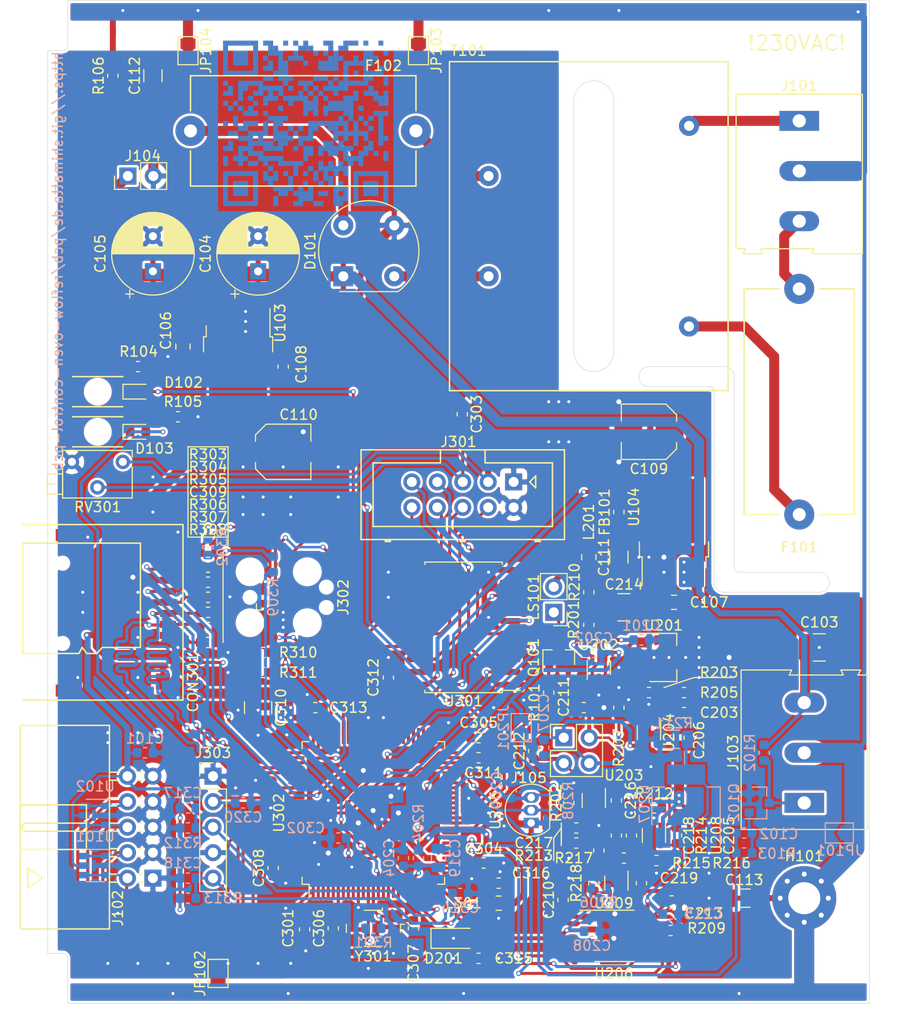
<source format=kicad_pcb>
(kicad_pcb (version 20171130) (host pcbnew 5.1.5)

  (general
    (thickness 1.6)
    (drawings 49)
    (tracks 1936)
    (zones 0)
    (modules 139)
    (nets 135)
  )

  (page A4)
  (layers
    (0 F.Cu signal)
    (31 B.Cu signal)
    (32 B.Adhes user)
    (33 F.Adhes user)
    (34 B.Paste user)
    (35 F.Paste user)
    (36 B.SilkS user)
    (37 F.SilkS user)
    (38 B.Mask user)
    (39 F.Mask user)
    (40 Dwgs.User user)
    (41 Cmts.User user)
    (42 Eco1.User user)
    (43 Eco2.User user)
    (44 Edge.Cuts user)
    (45 Margin user)
    (46 B.CrtYd user)
    (47 F.CrtYd user)
    (48 B.Fab user)
    (49 F.Fab user hide)
  )

  (setup
    (last_trace_width 0.25)
    (user_trace_width 0.3)
    (user_trace_width 0.4)
    (user_trace_width 0.6)
    (user_trace_width 1)
    (user_trace_width 2)
    (trace_clearance 0.2)
    (zone_clearance 0.25)
    (zone_45_only no)
    (trace_min 0.21)
    (via_size 0.5)
    (via_drill 0.3)
    (via_min_size 0.4)
    (via_min_drill 0.3)
    (user_via 0.9 0.5)
    (uvia_size 0.3)
    (uvia_drill 0.1)
    (uvias_allowed no)
    (uvia_min_size 0.2)
    (uvia_min_drill 0.1)
    (edge_width 0.05)
    (segment_width 0.2)
    (pcb_text_width 0.3)
    (pcb_text_size 1.5 1.5)
    (mod_edge_width 0.12)
    (mod_text_size 1 1)
    (mod_text_width 0.15)
    (pad_size 0.7874 0.7874)
    (pad_drill 0)
    (pad_to_mask_clearance 0.051)
    (solder_mask_min_width 0.25)
    (aux_axis_origin 13 13)
    (grid_origin 13 13)
    (visible_elements FFFFFF7F)
    (pcbplotparams
      (layerselection 0x010f4_ffffffff)
      (usegerberextensions true)
      (usegerberattributes false)
      (usegerberadvancedattributes false)
      (creategerberjobfile true)
      (excludeedgelayer true)
      (linewidth 0.100000)
      (plotframeref false)
      (viasonmask true)
      (mode 1)
      (useauxorigin false)
      (hpglpennumber 1)
      (hpglpenspeed 20)
      (hpglpendiameter 15.000000)
      (psnegative false)
      (psa4output false)
      (plotreference true)
      (plotvalue true)
      (plotinvisibletext false)
      (padsonsilk false)
      (subtractmaskfromsilk false)
      (outputformat 1)
      (mirror false)
      (drillshape 0)
      (scaleselection 1)
      (outputdirectory "gerber/"))
  )

  (net 0 "")
  (net 1 Earth)
  (net 2 GND)
  (net 3 +8V)
  (net 4 +3V3)
  (net 5 +5V)
  (net 6 "Net-(C203-Pad1)")
  (net 7 /Controller/ENC1)
  (net 8 /Controller/ENC2)
  (net 9 /Controller/VREF)
  (net 10 /Controller/SW1)
  (net 11 +5VA)
  (net 12 /Frontend/FORCE+)
  (net 13 /Frontend/FORCE-)
  (net 14 /Frontend/SENS+)
  (net 15 /Frontend/SENS-)
  (net 16 /Controller/SDIO_D1)
  (net 17 /Controller/SDIO_D0)
  (net 18 /Controller/SDIO_CLK)
  (net 19 /Controller/SDIO_CMD)
  (net 20 /Controller/SDIO_D3)
  (net 21 /Controller/SDIO_D2)
  (net 22 "Net-(D102-Pad1)")
  (net 23 /Controller/TEMP_IN)
  (net 24 /L_Trafo)
  (net 25 /L_IN)
  (net 26 /N_IN)
  (net 27 /DIGIO3)
  (net 28 /DIGIO2)
  (net 29 /DIGIO1)
  (net 30 /DIGIO0)
  (net 31 /Controller/SWDIO)
  (net 32 /Controller/SWCLK)
  (net 33 /Controller/PC_RX)
  (net 34 /Controller/PC_TX)
  (net 35 /Controller/~RST)
  (net 36 "Net-(LS101-Pad1)")
  (net 37 /Controller/LCD_VO)
  (net 38 /Controller/LCD_RS)
  (net 39 /Controller/LCD_EN)
  (net 40 /Controller/LCD_D3)
  (net 41 /Controller/LCD_D0)
  (net 42 /Controller/LCD_D2)
  (net 43 /Controller/LCD_D1)
  (net 44 /Controller/FRONTEND_TEMP)
  (net 45 /OUT0)
  (net 46 /OUT3)
  (net 47 /OUT2)
  (net 48 /OUT1)
  (net 49 /Controller/VDDA)
  (net 50 /Frontend/ADC_VDD)
  (net 51 /Frontend/ADC_CS)
  (net 52 /Frontend/ADC_SCK)
  (net 53 /Frontend/ADC_SDO)
  (net 54 +5VL)
  (net 55 /Frontend/VREF_ADC)
  (net 56 /Controller/CARD_DETECT)
  (net 57 "Net-(C102-Pad2)")
  (net 58 "Net-(C201-Pad2)")
  (net 59 "Net-(C210-Pad2)")
  (net 60 "Net-(C306-Pad1)")
  (net 61 "Net-(C307-Pad1)")
  (net 62 "Net-(C311-Pad1)")
  (net 63 "Net-(C313-Pad1)")
  (net 64 "Net-(D101-Pad4)")
  (net 65 "Net-(D101-Pad2)")
  (net 66 "Net-(D103-Pad1)")
  (net 67 "Net-(F102-Pad2)")
  (net 68 "Net-(J103-Pad1)")
  (net 69 "Net-(J302-Pad5)")
  (net 70 "Net-(J302-Pad6)")
  (net 71 "Net-(J302-Pad8)")
  (net 72 "Net-(L201-Pad2)")
  (net 73 "Net-(Q101-Pad1)")
  (net 74 "Net-(R206-Pad2)")
  (net 75 "Net-(U301-Pad2)")
  (net 76 "Net-(U301-Pad4)")
  (net 77 "Net-(U301-Pad6)")
  (net 78 "Net-(U301-Pad7)")
  (net 79 "Net-(U301-Pad8)")
  (net 80 "Net-(U301-Pad9)")
  (net 81 "Net-(U301-Pad15)")
  (net 82 "Net-(U301-Pad17)")
  (net 83 "Net-(U302-Pad2)")
  (net 84 "Net-(U302-Pad3)")
  (net 85 "Net-(U302-Pad4)")
  (net 86 "Net-(U302-Pad5)")
  (net 87 "Net-(U302-Pad7)")
  (net 88 "Net-(U302-Pad8)")
  (net 89 "Net-(U302-Pad9)")
  (net 90 "Net-(U302-Pad15)")
  (net 91 "Net-(U302-Pad16)")
  (net 92 "Net-(U302-Pad17)")
  (net 93 "Net-(U302-Pad18)")
  (net 94 "Net-(U302-Pad26)")
  (net 95 "Net-(U302-Pad29)")
  (net 96 "Net-(U302-Pad32)")
  (net 97 "Net-(U302-Pad33)")
  (net 98 "Net-(U302-Pad34)")
  (net 99 "Net-(U302-Pad38)")
  (net 100 "Net-(U302-Pad39)")
  (net 101 "Net-(U302-Pad40)")
  (net 102 "Net-(U302-Pad41)")
  (net 103 "Net-(U302-Pad42)")
  (net 104 "Net-(U302-Pad43)")
  (net 105 "Net-(U302-Pad44)")
  (net 106 "Net-(U302-Pad45)")
  (net 107 "Net-(U302-Pad46)")
  (net 108 "Net-(U302-Pad51)")
  (net 109 "Net-(U302-Pad52)")
  (net 110 "Net-(U302-Pad53)")
  (net 111 "Net-(U302-Pad54)")
  (net 112 "Net-(U302-Pad59)")
  (net 113 "Net-(U302-Pad60)")
  (net 114 "Net-(U302-Pad61)")
  (net 115 "Net-(U302-Pad62)")
  (net 116 "Net-(U302-Pad63)")
  (net 117 "Net-(U302-Pad64)")
  (net 118 "Net-(U302-Pad70)")
  (net 119 "Net-(U302-Pad71)")
  (net 120 "Net-(U302-Pad77)")
  (net 121 "Net-(U302-Pad81)")
  (net 122 "Net-(U302-Pad82)")
  (net 123 "Net-(U302-Pad84)")
  (net 124 "Net-(U302-Pad86)")
  (net 125 "Net-(U302-Pad95)")
  (net 126 "Net-(U302-Pad96)")
  (net 127 "Net-(U302-Pad97)")
  (net 128 "Net-(U302-Pad98)")
  (net 129 "Net-(C217-Pad2)")
  (net 130 "Net-(C217-Pad1)")
  (net 131 "Net-(C218-Pad2)")
  (net 132 "Net-(C218-Pad1)")
  (net 133 "Net-(R215-Pad1)")
  (net 134 "Net-(R217-Pad2)")

  (net_class Default "This is the default net class."
    (clearance 0.2)
    (trace_width 0.25)
    (via_dia 0.5)
    (via_drill 0.3)
    (uvia_dia 0.3)
    (uvia_drill 0.1)
    (diff_pair_width 0.21)
    (diff_pair_gap 0.25)
    (add_net +3V3)
    (add_net +5V)
    (add_net +5VA)
    (add_net +5VL)
    (add_net +8V)
    (add_net /Controller/CARD_DETECT)
    (add_net /Controller/ENC1)
    (add_net /Controller/ENC2)
    (add_net /Controller/FRONTEND_TEMP)
    (add_net /Controller/LCD_D0)
    (add_net /Controller/LCD_D1)
    (add_net /Controller/LCD_D2)
    (add_net /Controller/LCD_D3)
    (add_net /Controller/LCD_EN)
    (add_net /Controller/LCD_RS)
    (add_net /Controller/LCD_VO)
    (add_net /Controller/PC_RX)
    (add_net /Controller/PC_TX)
    (add_net /Controller/SDIO_CLK)
    (add_net /Controller/SDIO_CMD)
    (add_net /Controller/SDIO_D0)
    (add_net /Controller/SDIO_D1)
    (add_net /Controller/SDIO_D2)
    (add_net /Controller/SDIO_D3)
    (add_net /Controller/SW1)
    (add_net /Controller/SWCLK)
    (add_net /Controller/SWDIO)
    (add_net /Controller/TEMP_IN)
    (add_net /Controller/VDDA)
    (add_net /Controller/VREF)
    (add_net /Controller/~RST)
    (add_net /DIGIO0)
    (add_net /DIGIO1)
    (add_net /DIGIO2)
    (add_net /DIGIO3)
    (add_net /Frontend/ADC_CS)
    (add_net /Frontend/ADC_SCK)
    (add_net /Frontend/ADC_SDO)
    (add_net /Frontend/ADC_VDD)
    (add_net /Frontend/FORCE+)
    (add_net /Frontend/FORCE-)
    (add_net /Frontend/SENS+)
    (add_net /Frontend/SENS-)
    (add_net /Frontend/VREF_ADC)
    (add_net /OUT0)
    (add_net /OUT1)
    (add_net /OUT2)
    (add_net /OUT3)
    (add_net Earth)
    (add_net GND)
    (add_net "Net-(C102-Pad2)")
    (add_net "Net-(C201-Pad2)")
    (add_net "Net-(C203-Pad1)")
    (add_net "Net-(C210-Pad2)")
    (add_net "Net-(C217-Pad1)")
    (add_net "Net-(C217-Pad2)")
    (add_net "Net-(C218-Pad1)")
    (add_net "Net-(C218-Pad2)")
    (add_net "Net-(C306-Pad1)")
    (add_net "Net-(C307-Pad1)")
    (add_net "Net-(C311-Pad1)")
    (add_net "Net-(C313-Pad1)")
    (add_net "Net-(D101-Pad2)")
    (add_net "Net-(D101-Pad4)")
    (add_net "Net-(D102-Pad1)")
    (add_net "Net-(D103-Pad1)")
    (add_net "Net-(F102-Pad2)")
    (add_net "Net-(J103-Pad1)")
    (add_net "Net-(J302-Pad5)")
    (add_net "Net-(J302-Pad6)")
    (add_net "Net-(J302-Pad8)")
    (add_net "Net-(L201-Pad2)")
    (add_net "Net-(LS101-Pad1)")
    (add_net "Net-(Q101-Pad1)")
    (add_net "Net-(R206-Pad2)")
    (add_net "Net-(R215-Pad1)")
    (add_net "Net-(R217-Pad2)")
    (add_net "Net-(U301-Pad15)")
    (add_net "Net-(U301-Pad17)")
    (add_net "Net-(U301-Pad2)")
    (add_net "Net-(U301-Pad4)")
    (add_net "Net-(U301-Pad6)")
    (add_net "Net-(U301-Pad7)")
    (add_net "Net-(U301-Pad8)")
    (add_net "Net-(U301-Pad9)")
    (add_net "Net-(U302-Pad15)")
    (add_net "Net-(U302-Pad16)")
    (add_net "Net-(U302-Pad17)")
    (add_net "Net-(U302-Pad18)")
    (add_net "Net-(U302-Pad2)")
    (add_net "Net-(U302-Pad26)")
    (add_net "Net-(U302-Pad29)")
    (add_net "Net-(U302-Pad3)")
    (add_net "Net-(U302-Pad32)")
    (add_net "Net-(U302-Pad33)")
    (add_net "Net-(U302-Pad34)")
    (add_net "Net-(U302-Pad38)")
    (add_net "Net-(U302-Pad39)")
    (add_net "Net-(U302-Pad4)")
    (add_net "Net-(U302-Pad40)")
    (add_net "Net-(U302-Pad41)")
    (add_net "Net-(U302-Pad42)")
    (add_net "Net-(U302-Pad43)")
    (add_net "Net-(U302-Pad44)")
    (add_net "Net-(U302-Pad45)")
    (add_net "Net-(U302-Pad46)")
    (add_net "Net-(U302-Pad5)")
    (add_net "Net-(U302-Pad51)")
    (add_net "Net-(U302-Pad52)")
    (add_net "Net-(U302-Pad53)")
    (add_net "Net-(U302-Pad54)")
    (add_net "Net-(U302-Pad59)")
    (add_net "Net-(U302-Pad60)")
    (add_net "Net-(U302-Pad61)")
    (add_net "Net-(U302-Pad62)")
    (add_net "Net-(U302-Pad63)")
    (add_net "Net-(U302-Pad64)")
    (add_net "Net-(U302-Pad7)")
    (add_net "Net-(U302-Pad70)")
    (add_net "Net-(U302-Pad71)")
    (add_net "Net-(U302-Pad77)")
    (add_net "Net-(U302-Pad8)")
    (add_net "Net-(U302-Pad81)")
    (add_net "Net-(U302-Pad82)")
    (add_net "Net-(U302-Pad84)")
    (add_net "Net-(U302-Pad86)")
    (add_net "Net-(U302-Pad9)")
    (add_net "Net-(U302-Pad95)")
    (add_net "Net-(U302-Pad96)")
    (add_net "Net-(U302-Pad97)")
    (add_net "Net-(U302-Pad98)")
  )

  (net_class HV ""
    (clearance 2.55)
    (trace_width 1)
    (via_dia 0.5)
    (via_drill 0.3)
    (uvia_dia 0.3)
    (uvia_drill 0.1)
    (diff_pair_width 0.21)
    (diff_pair_gap 0.25)
    (add_net /L_IN)
    (add_net /L_Trafo)
    (add_net /N_IN)
  )

  (module Package_TO_SOT_SMD:SOT-353_SC-70-5 (layer F.Cu) (tedit 5A02FF57) (tstamp 5E1B24D9)
    (at 72.75 101 270)
    (descr "SOT-353, SC-70-5")
    (tags "SOT-353 SC-70-5")
    (path /5D8C5188/5E2E5D52)
    (attr smd)
    (fp_text reference U209 (at 2 0.25 180) (layer F.SilkS)
      (effects (font (size 1 1) (thickness 0.15)))
    )
    (fp_text value MCP6V31U (at 0 2 270) (layer F.Fab)
      (effects (font (size 1 1) (thickness 0.15)))
    )
    (fp_line (start -0.175 -1.1) (end -0.675 -0.6) (layer F.Fab) (width 0.1))
    (fp_line (start 0.675 1.1) (end -0.675 1.1) (layer F.Fab) (width 0.1))
    (fp_line (start 0.675 -1.1) (end 0.675 1.1) (layer F.Fab) (width 0.1))
    (fp_line (start -1.6 1.4) (end 1.6 1.4) (layer F.CrtYd) (width 0.05))
    (fp_line (start -0.675 -0.6) (end -0.675 1.1) (layer F.Fab) (width 0.1))
    (fp_line (start 0.675 -1.1) (end -0.175 -1.1) (layer F.Fab) (width 0.1))
    (fp_line (start -1.6 -1.4) (end 1.6 -1.4) (layer F.CrtYd) (width 0.05))
    (fp_line (start -1.6 -1.4) (end -1.6 1.4) (layer F.CrtYd) (width 0.05))
    (fp_line (start 1.6 1.4) (end 1.6 -1.4) (layer F.CrtYd) (width 0.05))
    (fp_line (start -0.7 1.16) (end 0.7 1.16) (layer F.SilkS) (width 0.12))
    (fp_line (start 0.7 -1.16) (end -1.2 -1.16) (layer F.SilkS) (width 0.12))
    (fp_text user %R (at 0 0) (layer F.Fab)
      (effects (font (size 0.5 0.5) (thickness 0.075)))
    )
    (pad 5 smd rect (at 0.95 -0.65 270) (size 0.65 0.4) (layers F.Cu F.Paste F.Mask)
      (net 11 +5VA))
    (pad 4 smd rect (at 0.95 0.65 270) (size 0.65 0.4) (layers F.Cu F.Paste F.Mask)
      (net 74 "Net-(R206-Pad2)"))
    (pad 2 smd rect (at -0.95 0 270) (size 0.65 0.4) (layers F.Cu F.Paste F.Mask)
      (net 2 GND))
    (pad 3 smd rect (at -0.95 0.65 270) (size 0.65 0.4) (layers F.Cu F.Paste F.Mask)
      (net 134 "Net-(R217-Pad2)"))
    (pad 1 smd rect (at -0.95 -0.65 270) (size 0.65 0.4) (layers F.Cu F.Paste F.Mask)
      (net 133 "Net-(R215-Pad1)"))
    (model ${KISYS3DMOD}/Package_TO_SOT_SMD.3dshapes/SOT-353_SC-70-5.wrl
      (at (xyz 0 0 0))
      (scale (xyz 1 1 1))
      (rotate (xyz 0 0 0))
    )
  )

  (module Package_TO_SOT_SMD:SOT-353_SC-70-5 (layer F.Cu) (tedit 5A02FF57) (tstamp 5E1B3200)
    (at 76.5 96.25 270)
    (descr "SOT-353, SC-70-5")
    (tags "SOT-353 SC-70-5")
    (path /5D8C5188/5E224826)
    (attr smd)
    (fp_text reference U208 (at 0 -6.25 90) (layer F.SilkS)
      (effects (font (size 1 1) (thickness 0.15)))
    )
    (fp_text value MCP6V31U (at 0 2 270) (layer F.Fab)
      (effects (font (size 1 1) (thickness 0.15)))
    )
    (fp_line (start -0.175 -1.1) (end -0.675 -0.6) (layer F.Fab) (width 0.1))
    (fp_line (start 0.675 1.1) (end -0.675 1.1) (layer F.Fab) (width 0.1))
    (fp_line (start 0.675 -1.1) (end 0.675 1.1) (layer F.Fab) (width 0.1))
    (fp_line (start -1.6 1.4) (end 1.6 1.4) (layer F.CrtYd) (width 0.05))
    (fp_line (start -0.675 -0.6) (end -0.675 1.1) (layer F.Fab) (width 0.1))
    (fp_line (start 0.675 -1.1) (end -0.175 -1.1) (layer F.Fab) (width 0.1))
    (fp_line (start -1.6 -1.4) (end 1.6 -1.4) (layer F.CrtYd) (width 0.05))
    (fp_line (start -1.6 -1.4) (end -1.6 1.4) (layer F.CrtYd) (width 0.05))
    (fp_line (start 1.6 1.4) (end 1.6 -1.4) (layer F.CrtYd) (width 0.05))
    (fp_line (start -0.7 1.16) (end 0.7 1.16) (layer F.SilkS) (width 0.12))
    (fp_line (start 0.7 -1.16) (end -1.2 -1.16) (layer F.SilkS) (width 0.12))
    (fp_text user %R (at 0 0) (layer F.Fab)
      (effects (font (size 0.5 0.5) (thickness 0.075)))
    )
    (pad 5 smd rect (at 0.95 -0.65 270) (size 0.65 0.4) (layers F.Cu F.Paste F.Mask)
      (net 11 +5VA))
    (pad 4 smd rect (at 0.95 0.65 270) (size 0.65 0.4) (layers F.Cu F.Paste F.Mask)
      (net 132 "Net-(C218-Pad1)"))
    (pad 2 smd rect (at -0.95 0 270) (size 0.65 0.4) (layers F.Cu F.Paste F.Mask)
      (net 2 GND))
    (pad 3 smd rect (at -0.95 0.65 270) (size 0.65 0.4) (layers F.Cu F.Paste F.Mask)
      (net 131 "Net-(C218-Pad2)"))
    (pad 1 smd rect (at -0.95 -0.65 270) (size 0.65 0.4) (layers F.Cu F.Paste F.Mask)
      (net 14 /Frontend/SENS+))
    (model ${KISYS3DMOD}/Package_TO_SOT_SMD.3dshapes/SOT-353_SC-70-5.wrl
      (at (xyz 0 0 0))
      (scale (xyz 1 1 1))
      (rotate (xyz 0 0 0))
    )
  )

  (module Package_TO_SOT_SMD:SOT-353_SC-70-5 (layer F.Cu) (tedit 5A02FF57) (tstamp 5DEF190C)
    (at 76 86 270)
    (descr "SOT-353, SC-70-5")
    (tags "SOT-353 SC-70-5")
    (path /5D8C5188/5D8C684C)
    (attr smd)
    (fp_text reference U204 (at 0 -2 90) (layer F.SilkS)
      (effects (font (size 1 1) (thickness 0.15)))
    )
    (fp_text value MCP6V31U (at 0 2 270) (layer F.Fab)
      (effects (font (size 1 1) (thickness 0.15)))
    )
    (fp_line (start -0.175 -1.1) (end -0.675 -0.6) (layer F.Fab) (width 0.1))
    (fp_line (start 0.675 1.1) (end -0.675 1.1) (layer F.Fab) (width 0.1))
    (fp_line (start 0.675 -1.1) (end 0.675 1.1) (layer F.Fab) (width 0.1))
    (fp_line (start -1.6 1.4) (end 1.6 1.4) (layer F.CrtYd) (width 0.05))
    (fp_line (start -0.675 -0.6) (end -0.675 1.1) (layer F.Fab) (width 0.1))
    (fp_line (start 0.675 -1.1) (end -0.175 -1.1) (layer F.Fab) (width 0.1))
    (fp_line (start -1.6 -1.4) (end 1.6 -1.4) (layer F.CrtYd) (width 0.05))
    (fp_line (start -1.6 -1.4) (end -1.6 1.4) (layer F.CrtYd) (width 0.05))
    (fp_line (start 1.6 1.4) (end 1.6 -1.4) (layer F.CrtYd) (width 0.05))
    (fp_line (start -0.7 1.16) (end 0.7 1.16) (layer F.SilkS) (width 0.12))
    (fp_line (start 0.7 -1.16) (end -1.2 -1.16) (layer F.SilkS) (width 0.12))
    (fp_text user %R (at 0 0) (layer F.Fab)
      (effects (font (size 0.5 0.5) (thickness 0.075)))
    )
    (pad 5 smd rect (at 0.95 -0.65 270) (size 0.65 0.4) (layers F.Cu F.Paste F.Mask)
      (net 11 +5VA))
    (pad 4 smd rect (at 0.95 0.65 270) (size 0.65 0.4) (layers F.Cu F.Paste F.Mask)
      (net 12 /Frontend/FORCE+))
    (pad 2 smd rect (at -0.95 0 270) (size 0.65 0.4) (layers F.Cu F.Paste F.Mask)
      (net 2 GND))
    (pad 3 smd rect (at -0.95 0.65 270) (size 0.65 0.4) (layers F.Cu F.Paste F.Mask)
      (net 13 /Frontend/FORCE-))
    (pad 1 smd rect (at -0.95 -0.65 270) (size 0.65 0.4) (layers F.Cu F.Paste F.Mask)
      (net 6 "Net-(C203-Pad1)"))
    (model ${KISYS3DMOD}/Package_TO_SOT_SMD.3dshapes/SOT-353_SC-70-5.wrl
      (at (xyz 0 0 0))
      (scale (xyz 1 1 1))
      (rotate (xyz 0 0 0))
    )
  )

  (module Package_TO_SOT_SMD:SOT-353_SC-70-5 (layer F.Cu) (tedit 5A02FF57) (tstamp 5E1B28DB)
    (at 70.5 92.75 270)
    (descr "SOT-353, SC-70-5")
    (tags "SOT-353 SC-70-5")
    (path /5D8C5188/5E292BB7)
    (attr smd)
    (fp_text reference U203 (at -2.5 -3 180) (layer F.SilkS)
      (effects (font (size 1 1) (thickness 0.15)))
    )
    (fp_text value MCP6V31U (at 0 2 270) (layer F.Fab)
      (effects (font (size 1 1) (thickness 0.15)))
    )
    (fp_line (start -0.175 -1.1) (end -0.675 -0.6) (layer F.Fab) (width 0.1))
    (fp_line (start 0.675 1.1) (end -0.675 1.1) (layer F.Fab) (width 0.1))
    (fp_line (start 0.675 -1.1) (end 0.675 1.1) (layer F.Fab) (width 0.1))
    (fp_line (start -1.6 1.4) (end 1.6 1.4) (layer F.CrtYd) (width 0.05))
    (fp_line (start -0.675 -0.6) (end -0.675 1.1) (layer F.Fab) (width 0.1))
    (fp_line (start 0.675 -1.1) (end -0.175 -1.1) (layer F.Fab) (width 0.1))
    (fp_line (start -1.6 -1.4) (end 1.6 -1.4) (layer F.CrtYd) (width 0.05))
    (fp_line (start -1.6 -1.4) (end -1.6 1.4) (layer F.CrtYd) (width 0.05))
    (fp_line (start 1.6 1.4) (end 1.6 -1.4) (layer F.CrtYd) (width 0.05))
    (fp_line (start -0.7 1.16) (end 0.7 1.16) (layer F.SilkS) (width 0.12))
    (fp_line (start 0.7 -1.16) (end -1.2 -1.16) (layer F.SilkS) (width 0.12))
    (fp_text user %R (at 0 0) (layer F.Fab)
      (effects (font (size 0.5 0.5) (thickness 0.075)))
    )
    (pad 5 smd rect (at 0.95 -0.65 270) (size 0.65 0.4) (layers F.Cu F.Paste F.Mask)
      (net 11 +5VA))
    (pad 4 smd rect (at 0.95 0.65 270) (size 0.65 0.4) (layers F.Cu F.Paste F.Mask)
      (net 130 "Net-(C217-Pad1)"))
    (pad 2 smd rect (at -0.95 0 270) (size 0.65 0.4) (layers F.Cu F.Paste F.Mask)
      (net 2 GND))
    (pad 3 smd rect (at -0.95 0.65 270) (size 0.65 0.4) (layers F.Cu F.Paste F.Mask)
      (net 129 "Net-(C217-Pad2)"))
    (pad 1 smd rect (at -0.95 -0.65 270) (size 0.65 0.4) (layers F.Cu F.Paste F.Mask)
      (net 15 /Frontend/SENS-))
    (model ${KISYS3DMOD}/Package_TO_SOT_SMD.3dshapes/SOT-353_SC-70-5.wrl
      (at (xyz 0 0 0))
      (scale (xyz 1 1 1))
      (rotate (xyz 0 0 0))
    )
  )

  (module Package_TO_SOT_SMD:SOT-353_SC-70-5 (layer F.Cu) (tedit 5A02FF57) (tstamp 5E0E9C16)
    (at 71 79.5 90)
    (descr "SOT-353, SC-70-5")
    (tags "SOT-353 SC-70-5")
    (path /5D8C5188/5E115D94)
    (attr smd)
    (fp_text reference U202 (at 2.25 0 180) (layer F.SilkS)
      (effects (font (size 1 1) (thickness 0.15)))
    )
    (fp_text value MCP6V31U (at 0 2 270) (layer F.Fab)
      (effects (font (size 1 1) (thickness 0.15)))
    )
    (fp_line (start -0.175 -1.1) (end -0.675 -0.6) (layer F.Fab) (width 0.1))
    (fp_line (start 0.675 1.1) (end -0.675 1.1) (layer F.Fab) (width 0.1))
    (fp_line (start 0.675 -1.1) (end 0.675 1.1) (layer F.Fab) (width 0.1))
    (fp_line (start -1.6 1.4) (end 1.6 1.4) (layer F.CrtYd) (width 0.05))
    (fp_line (start -0.675 -0.6) (end -0.675 1.1) (layer F.Fab) (width 0.1))
    (fp_line (start 0.675 -1.1) (end -0.175 -1.1) (layer F.Fab) (width 0.1))
    (fp_line (start -1.6 -1.4) (end 1.6 -1.4) (layer F.CrtYd) (width 0.05))
    (fp_line (start -1.6 -1.4) (end -1.6 1.4) (layer F.CrtYd) (width 0.05))
    (fp_line (start 1.6 1.4) (end 1.6 -1.4) (layer F.CrtYd) (width 0.05))
    (fp_line (start -0.7 1.16) (end 0.7 1.16) (layer F.SilkS) (width 0.12))
    (fp_line (start 0.7 -1.16) (end -1.2 -1.16) (layer F.SilkS) (width 0.12))
    (fp_text user %R (at 0 0) (layer F.Fab)
      (effects (font (size 0.5 0.5) (thickness 0.075)))
    )
    (pad 5 smd rect (at 0.95 -0.65 90) (size 0.65 0.4) (layers F.Cu F.Paste F.Mask)
      (net 11 +5VA))
    (pad 4 smd rect (at 0.95 0.65 90) (size 0.65 0.4) (layers F.Cu F.Paste F.Mask)
      (net 55 /Frontend/VREF_ADC))
    (pad 2 smd rect (at -0.95 0 90) (size 0.65 0.4) (layers F.Cu F.Paste F.Mask)
      (net 2 GND))
    (pad 3 smd rect (at -0.95 0.65 90) (size 0.65 0.4) (layers F.Cu F.Paste F.Mask)
      (net 55 /Frontend/VREF_ADC))
    (pad 1 smd rect (at -0.95 -0.65 90) (size 0.65 0.4) (layers F.Cu F.Paste F.Mask)
      (net 58 "Net-(C201-Pad2)"))
    (model ${KISYS3DMOD}/Package_TO_SOT_SMD.3dshapes/SOT-353_SC-70-5.wrl
      (at (xyz 0 0 0))
      (scale (xyz 1 1 1))
      (rotate (xyz 0 0 0))
    )
  )

  (module Resistor_SMD:R_0603_1608Metric (layer F.Cu) (tedit 5B301BBD) (tstamp 5E1B20F2)
    (at 70.5 101 270)
    (descr "Resistor SMD 0603 (1608 Metric), square (rectangular) end terminal, IPC_7351 nominal, (Body size source: http://www.tortai-tech.com/upload/download/2011102023233369053.pdf), generated with kicad-footprint-generator")
    (tags resistor)
    (path /5D8C5188/5E3A5DAA)
    (attr smd)
    (fp_text reference R218 (at 0 1.75 90) (layer F.SilkS)
      (effects (font (size 1 1) (thickness 0.15)))
    )
    (fp_text value "5k 0.1%" (at 0 1.43 90) (layer F.Fab)
      (effects (font (size 1 1) (thickness 0.15)))
    )
    (fp_text user %R (at 0 0 90) (layer F.Fab)
      (effects (font (size 0.4 0.4) (thickness 0.06)))
    )
    (fp_line (start 1.48 0.73) (end -1.48 0.73) (layer F.CrtYd) (width 0.05))
    (fp_line (start 1.48 -0.73) (end 1.48 0.73) (layer F.CrtYd) (width 0.05))
    (fp_line (start -1.48 -0.73) (end 1.48 -0.73) (layer F.CrtYd) (width 0.05))
    (fp_line (start -1.48 0.73) (end -1.48 -0.73) (layer F.CrtYd) (width 0.05))
    (fp_line (start -0.162779 0.51) (end 0.162779 0.51) (layer F.SilkS) (width 0.12))
    (fp_line (start -0.162779 -0.51) (end 0.162779 -0.51) (layer F.SilkS) (width 0.12))
    (fp_line (start 0.8 0.4) (end -0.8 0.4) (layer F.Fab) (width 0.1))
    (fp_line (start 0.8 -0.4) (end 0.8 0.4) (layer F.Fab) (width 0.1))
    (fp_line (start -0.8 -0.4) (end 0.8 -0.4) (layer F.Fab) (width 0.1))
    (fp_line (start -0.8 0.4) (end -0.8 -0.4) (layer F.Fab) (width 0.1))
    (pad 2 smd roundrect (at 0.7875 0 270) (size 0.875 0.95) (layers F.Cu F.Paste F.Mask) (roundrect_rratio 0.25)
      (net 74 "Net-(R206-Pad2)"))
    (pad 1 smd roundrect (at -0.7875 0 270) (size 0.875 0.95) (layers F.Cu F.Paste F.Mask) (roundrect_rratio 0.25)
      (net 134 "Net-(R217-Pad2)"))
    (model ${KISYS3DMOD}/Resistor_SMD.3dshapes/R_0603_1608Metric.wrl
      (at (xyz 0 0 0))
      (scale (xyz 1 1 1))
      (rotate (xyz 0 0 0))
    )
  )

  (module Resistor_SMD:R_0603_1608Metric (layer F.Cu) (tedit 5B301BBD) (tstamp 5E1B20E1)
    (at 71 97.75 270)
    (descr "Resistor SMD 0603 (1608 Metric), square (rectangular) end terminal, IPC_7351 nominal, (Body size source: http://www.tortai-tech.com/upload/download/2011102023233369053.pdf), generated with kicad-footprint-generator")
    (tags resistor)
    (path /5D8C5188/5E381FD9)
    (attr smd)
    (fp_text reference R217 (at 0.75 2.5 180) (layer F.SilkS)
      (effects (font (size 1 1) (thickness 0.15)))
    )
    (fp_text value "1k 0.1%" (at 0 1.43 90) (layer F.Fab)
      (effects (font (size 1 1) (thickness 0.15)))
    )
    (fp_text user %R (at 0 0 90) (layer F.Fab)
      (effects (font (size 0.4 0.4) (thickness 0.06)))
    )
    (fp_line (start 1.48 0.73) (end -1.48 0.73) (layer F.CrtYd) (width 0.05))
    (fp_line (start 1.48 -0.73) (end 1.48 0.73) (layer F.CrtYd) (width 0.05))
    (fp_line (start -1.48 -0.73) (end 1.48 -0.73) (layer F.CrtYd) (width 0.05))
    (fp_line (start -1.48 0.73) (end -1.48 -0.73) (layer F.CrtYd) (width 0.05))
    (fp_line (start -0.162779 0.51) (end 0.162779 0.51) (layer F.SilkS) (width 0.12))
    (fp_line (start -0.162779 -0.51) (end 0.162779 -0.51) (layer F.SilkS) (width 0.12))
    (fp_line (start 0.8 0.4) (end -0.8 0.4) (layer F.Fab) (width 0.1))
    (fp_line (start 0.8 -0.4) (end 0.8 0.4) (layer F.Fab) (width 0.1))
    (fp_line (start -0.8 -0.4) (end 0.8 -0.4) (layer F.Fab) (width 0.1))
    (fp_line (start -0.8 0.4) (end -0.8 -0.4) (layer F.Fab) (width 0.1))
    (pad 2 smd roundrect (at 0.7875 0 270) (size 0.875 0.95) (layers F.Cu F.Paste F.Mask) (roundrect_rratio 0.25)
      (net 134 "Net-(R217-Pad2)"))
    (pad 1 smd roundrect (at -0.7875 0 270) (size 0.875 0.95) (layers F.Cu F.Paste F.Mask) (roundrect_rratio 0.25)
      (net 130 "Net-(C217-Pad1)"))
    (model ${KISYS3DMOD}/Resistor_SMD.3dshapes/R_0603_1608Metric.wrl
      (at (xyz 0 0 0))
      (scale (xyz 1 1 1))
      (rotate (xyz 0 0 0))
    )
  )

  (module Resistor_SMD:R_0603_1608Metric (layer F.Cu) (tedit 5B301BBD) (tstamp 5E1B20D0)
    (at 76.75 98.75 180)
    (descr "Resistor SMD 0603 (1608 Metric), square (rectangular) end terminal, IPC_7351 nominal, (Body size source: http://www.tortai-tech.com/upload/download/2011102023233369053.pdf), generated with kicad-footprint-generator")
    (tags resistor)
    (path /5D8C5188/5E352DB6)
    (attr smd)
    (fp_text reference R216 (at -7.5 -0.25) (layer F.SilkS)
      (effects (font (size 1 1) (thickness 0.15)))
    )
    (fp_text value "5k 0.1%" (at 0 1.43) (layer F.Fab)
      (effects (font (size 1 1) (thickness 0.15)))
    )
    (fp_text user %R (at 0 0) (layer F.Fab)
      (effects (font (size 0.4 0.4) (thickness 0.06)))
    )
    (fp_line (start 1.48 0.73) (end -1.48 0.73) (layer F.CrtYd) (width 0.05))
    (fp_line (start 1.48 -0.73) (end 1.48 0.73) (layer F.CrtYd) (width 0.05))
    (fp_line (start -1.48 -0.73) (end 1.48 -0.73) (layer F.CrtYd) (width 0.05))
    (fp_line (start -1.48 0.73) (end -1.48 -0.73) (layer F.CrtYd) (width 0.05))
    (fp_line (start -0.162779 0.51) (end 0.162779 0.51) (layer F.SilkS) (width 0.12))
    (fp_line (start -0.162779 -0.51) (end 0.162779 -0.51) (layer F.SilkS) (width 0.12))
    (fp_line (start 0.8 0.4) (end -0.8 0.4) (layer F.Fab) (width 0.1))
    (fp_line (start 0.8 -0.4) (end 0.8 0.4) (layer F.Fab) (width 0.1))
    (fp_line (start -0.8 -0.4) (end 0.8 -0.4) (layer F.Fab) (width 0.1))
    (fp_line (start -0.8 0.4) (end -0.8 -0.4) (layer F.Fab) (width 0.1))
    (pad 2 smd roundrect (at 0.7875 0 180) (size 0.875 0.95) (layers F.Cu F.Paste F.Mask) (roundrect_rratio 0.25)
      (net 133 "Net-(R215-Pad1)"))
    (pad 1 smd roundrect (at -0.7875 0 180) (size 0.875 0.95) (layers F.Cu F.Paste F.Mask) (roundrect_rratio 0.25)
      (net 2 GND))
    (model ${KISYS3DMOD}/Resistor_SMD.3dshapes/R_0603_1608Metric.wrl
      (at (xyz 0 0 0))
      (scale (xyz 1 1 1))
      (rotate (xyz 0 0 0))
    )
  )

  (module Resistor_SMD:R_0603_1608Metric (layer F.Cu) (tedit 5B301BBD) (tstamp 5E1B20BF)
    (at 73.5 98.5 180)
    (descr "Resistor SMD 0603 (1608 Metric), square (rectangular) end terminal, IPC_7351 nominal, (Body size source: http://www.tortai-tech.com/upload/download/2011102023233369053.pdf), generated with kicad-footprint-generator")
    (tags resistor)
    (path /5D8C5188/5E333B2A)
    (attr smd)
    (fp_text reference R215 (at -6.75 -0.5) (layer F.SilkS)
      (effects (font (size 1 1) (thickness 0.15)))
    )
    (fp_text value "1k 0.1%" (at 0 1.43) (layer F.Fab)
      (effects (font (size 1 1) (thickness 0.15)))
    )
    (fp_text user %R (at 0 0) (layer F.Fab)
      (effects (font (size 0.4 0.4) (thickness 0.06)))
    )
    (fp_line (start 1.48 0.73) (end -1.48 0.73) (layer F.CrtYd) (width 0.05))
    (fp_line (start 1.48 -0.73) (end 1.48 0.73) (layer F.CrtYd) (width 0.05))
    (fp_line (start -1.48 -0.73) (end 1.48 -0.73) (layer F.CrtYd) (width 0.05))
    (fp_line (start -1.48 0.73) (end -1.48 -0.73) (layer F.CrtYd) (width 0.05))
    (fp_line (start -0.162779 0.51) (end 0.162779 0.51) (layer F.SilkS) (width 0.12))
    (fp_line (start -0.162779 -0.51) (end 0.162779 -0.51) (layer F.SilkS) (width 0.12))
    (fp_line (start 0.8 0.4) (end -0.8 0.4) (layer F.Fab) (width 0.1))
    (fp_line (start 0.8 -0.4) (end 0.8 0.4) (layer F.Fab) (width 0.1))
    (fp_line (start -0.8 -0.4) (end 0.8 -0.4) (layer F.Fab) (width 0.1))
    (fp_line (start -0.8 0.4) (end -0.8 -0.4) (layer F.Fab) (width 0.1))
    (pad 2 smd roundrect (at 0.7875 0 180) (size 0.875 0.95) (layers F.Cu F.Paste F.Mask) (roundrect_rratio 0.25)
      (net 132 "Net-(C218-Pad1)"))
    (pad 1 smd roundrect (at -0.7875 0 180) (size 0.875 0.95) (layers F.Cu F.Paste F.Mask) (roundrect_rratio 0.25)
      (net 133 "Net-(R215-Pad1)"))
    (model ${KISYS3DMOD}/Resistor_SMD.3dshapes/R_0603_1608Metric.wrl
      (at (xyz 0 0 0))
      (scale (xyz 1 1 1))
      (rotate (xyz 0 0 0))
    )
  )

  (module Resistor_SMD:R_0603_1608Metric (layer F.Cu) (tedit 5B301BBD) (tstamp 5E1B20AE)
    (at 74.25 96.25 90)
    (descr "Resistor SMD 0603 (1608 Metric), square (rectangular) end terminal, IPC_7351 nominal, (Body size source: http://www.tortai-tech.com/upload/download/2011102023233369053.pdf), generated with kicad-footprint-generator")
    (tags resistor)
    (path /5D8C5188/5E255618)
    (attr smd)
    (fp_text reference R214 (at 0 7 90) (layer F.SilkS)
      (effects (font (size 1 1) (thickness 0.15)))
    )
    (fp_text value "1k 0.1%" (at 0 1.43 90) (layer F.Fab)
      (effects (font (size 1 1) (thickness 0.15)))
    )
    (fp_text user %R (at 0 0 90) (layer F.Fab)
      (effects (font (size 0.4 0.4) (thickness 0.06)))
    )
    (fp_line (start 1.48 0.73) (end -1.48 0.73) (layer F.CrtYd) (width 0.05))
    (fp_line (start 1.48 -0.73) (end 1.48 0.73) (layer F.CrtYd) (width 0.05))
    (fp_line (start -1.48 -0.73) (end 1.48 -0.73) (layer F.CrtYd) (width 0.05))
    (fp_line (start -1.48 0.73) (end -1.48 -0.73) (layer F.CrtYd) (width 0.05))
    (fp_line (start -0.162779 0.51) (end 0.162779 0.51) (layer F.SilkS) (width 0.12))
    (fp_line (start -0.162779 -0.51) (end 0.162779 -0.51) (layer F.SilkS) (width 0.12))
    (fp_line (start 0.8 0.4) (end -0.8 0.4) (layer F.Fab) (width 0.1))
    (fp_line (start 0.8 -0.4) (end 0.8 0.4) (layer F.Fab) (width 0.1))
    (fp_line (start -0.8 -0.4) (end 0.8 -0.4) (layer F.Fab) (width 0.1))
    (fp_line (start -0.8 0.4) (end -0.8 -0.4) (layer F.Fab) (width 0.1))
    (pad 2 smd roundrect (at 0.7875 0 90) (size 0.875 0.95) (layers F.Cu F.Paste F.Mask) (roundrect_rratio 0.25)
      (net 131 "Net-(C218-Pad2)"))
    (pad 1 smd roundrect (at -0.7875 0 90) (size 0.875 0.95) (layers F.Cu F.Paste F.Mask) (roundrect_rratio 0.25)
      (net 132 "Net-(C218-Pad1)"))
    (model ${KISYS3DMOD}/Resistor_SMD.3dshapes/R_0603_1608Metric.wrl
      (at (xyz 0 0 0))
      (scale (xyz 1 1 1))
      (rotate (xyz 0 0 0))
    )
  )

  (module Resistor_SMD:R_0603_1608Metric (layer F.Cu) (tedit 5B301BBD) (tstamp 5E1B209D)
    (at 68.75 97 180)
    (descr "Resistor SMD 0603 (1608 Metric), square (rectangular) end terminal, IPC_7351 nominal, (Body size source: http://www.tortai-tech.com/upload/download/2011102023233369053.pdf), generated with kicad-footprint-generator")
    (tags resistor)
    (path /5D8C5188/5E292BD1)
    (attr smd)
    (fp_text reference R213 (at 4.25 -1.25) (layer F.SilkS)
      (effects (font (size 1 1) (thickness 0.15)))
    )
    (fp_text value "1k 0.1%" (at 0 1.43) (layer F.Fab)
      (effects (font (size 1 1) (thickness 0.15)))
    )
    (fp_text user %R (at 0 0) (layer F.Fab)
      (effects (font (size 0.4 0.4) (thickness 0.06)))
    )
    (fp_line (start 1.48 0.73) (end -1.48 0.73) (layer F.CrtYd) (width 0.05))
    (fp_line (start 1.48 -0.73) (end 1.48 0.73) (layer F.CrtYd) (width 0.05))
    (fp_line (start -1.48 -0.73) (end 1.48 -0.73) (layer F.CrtYd) (width 0.05))
    (fp_line (start -1.48 0.73) (end -1.48 -0.73) (layer F.CrtYd) (width 0.05))
    (fp_line (start -0.162779 0.51) (end 0.162779 0.51) (layer F.SilkS) (width 0.12))
    (fp_line (start -0.162779 -0.51) (end 0.162779 -0.51) (layer F.SilkS) (width 0.12))
    (fp_line (start 0.8 0.4) (end -0.8 0.4) (layer F.Fab) (width 0.1))
    (fp_line (start 0.8 -0.4) (end 0.8 0.4) (layer F.Fab) (width 0.1))
    (fp_line (start -0.8 -0.4) (end 0.8 -0.4) (layer F.Fab) (width 0.1))
    (fp_line (start -0.8 0.4) (end -0.8 -0.4) (layer F.Fab) (width 0.1))
    (pad 2 smd roundrect (at 0.7875 0 180) (size 0.875 0.95) (layers F.Cu F.Paste F.Mask) (roundrect_rratio 0.25)
      (net 129 "Net-(C217-Pad2)"))
    (pad 1 smd roundrect (at -0.7875 0 180) (size 0.875 0.95) (layers F.Cu F.Paste F.Mask) (roundrect_rratio 0.25)
      (net 130 "Net-(C217-Pad1)"))
    (model ${KISYS3DMOD}/Resistor_SMD.3dshapes/R_0603_1608Metric.wrl
      (at (xyz 0 0 0))
      (scale (xyz 1 1 1))
      (rotate (xyz 0 0 0))
    )
  )

  (module Resistor_SMD:R_0603_1608Metric (layer F.Cu) (tedit 5B301BBD) (tstamp 5E1B208C)
    (at 76.5 93.5)
    (descr "Resistor SMD 0603 (1608 Metric), square (rectangular) end terminal, IPC_7351 nominal, (Body size source: http://www.tortai-tech.com/upload/download/2011102023233369053.pdf), generated with kicad-footprint-generator")
    (tags resistor)
    (path /5D8C5188/5E25723A)
    (attr smd)
    (fp_text reference R212 (at 0 -1.43) (layer F.SilkS)
      (effects (font (size 1 1) (thickness 0.15)))
    )
    (fp_text value "1k 0.1%" (at 0 1.43) (layer F.Fab)
      (effects (font (size 1 1) (thickness 0.15)))
    )
    (fp_text user %R (at 0 0) (layer F.Fab)
      (effects (font (size 0.4 0.4) (thickness 0.06)))
    )
    (fp_line (start 1.48 0.73) (end -1.48 0.73) (layer F.CrtYd) (width 0.05))
    (fp_line (start 1.48 -0.73) (end 1.48 0.73) (layer F.CrtYd) (width 0.05))
    (fp_line (start -1.48 -0.73) (end 1.48 -0.73) (layer F.CrtYd) (width 0.05))
    (fp_line (start -1.48 0.73) (end -1.48 -0.73) (layer F.CrtYd) (width 0.05))
    (fp_line (start -0.162779 0.51) (end 0.162779 0.51) (layer F.SilkS) (width 0.12))
    (fp_line (start -0.162779 -0.51) (end 0.162779 -0.51) (layer F.SilkS) (width 0.12))
    (fp_line (start 0.8 0.4) (end -0.8 0.4) (layer F.Fab) (width 0.1))
    (fp_line (start 0.8 -0.4) (end 0.8 0.4) (layer F.Fab) (width 0.1))
    (fp_line (start -0.8 -0.4) (end 0.8 -0.4) (layer F.Fab) (width 0.1))
    (fp_line (start -0.8 0.4) (end -0.8 -0.4) (layer F.Fab) (width 0.1))
    (pad 2 smd roundrect (at 0.7875 0) (size 0.875 0.95) (layers F.Cu F.Paste F.Mask) (roundrect_rratio 0.25)
      (net 2 GND))
    (pad 1 smd roundrect (at -0.7875 0) (size 0.875 0.95) (layers F.Cu F.Paste F.Mask) (roundrect_rratio 0.25)
      (net 131 "Net-(C218-Pad2)"))
    (model ${KISYS3DMOD}/Resistor_SMD.3dshapes/R_0603_1608Metric.wrl
      (at (xyz 0 0 0))
      (scale (xyz 1 1 1))
      (rotate (xyz 0 0 0))
    )
  )

  (module Resistor_SMD:R_0603_1608Metric (layer F.Cu) (tedit 5B301BBD) (tstamp 5E1B1F5B)
    (at 68 93 90)
    (descr "Resistor SMD 0603 (1608 Metric), square (rectangular) end terminal, IPC_7351 nominal, (Body size source: http://www.tortai-tech.com/upload/download/2011102023233369053.pdf), generated with kicad-footprint-generator")
    (tags resistor)
    (path /5D8C5188/5E292BD7)
    (attr smd)
    (fp_text reference R202 (at 0 -1.25 90) (layer F.SilkS)
      (effects (font (size 1 1) (thickness 0.15)))
    )
    (fp_text value "1k 0.1%" (at 0 1.43 90) (layer F.Fab)
      (effects (font (size 1 1) (thickness 0.15)))
    )
    (fp_text user %R (at 0 0 90) (layer F.Fab)
      (effects (font (size 0.4 0.4) (thickness 0.06)))
    )
    (fp_line (start 1.48 0.73) (end -1.48 0.73) (layer F.CrtYd) (width 0.05))
    (fp_line (start 1.48 -0.73) (end 1.48 0.73) (layer F.CrtYd) (width 0.05))
    (fp_line (start -1.48 -0.73) (end 1.48 -0.73) (layer F.CrtYd) (width 0.05))
    (fp_line (start -1.48 0.73) (end -1.48 -0.73) (layer F.CrtYd) (width 0.05))
    (fp_line (start -0.162779 0.51) (end 0.162779 0.51) (layer F.SilkS) (width 0.12))
    (fp_line (start -0.162779 -0.51) (end 0.162779 -0.51) (layer F.SilkS) (width 0.12))
    (fp_line (start 0.8 0.4) (end -0.8 0.4) (layer F.Fab) (width 0.1))
    (fp_line (start 0.8 -0.4) (end 0.8 0.4) (layer F.Fab) (width 0.1))
    (fp_line (start -0.8 -0.4) (end 0.8 -0.4) (layer F.Fab) (width 0.1))
    (fp_line (start -0.8 0.4) (end -0.8 -0.4) (layer F.Fab) (width 0.1))
    (pad 2 smd roundrect (at 0.7875 0 90) (size 0.875 0.95) (layers F.Cu F.Paste F.Mask) (roundrect_rratio 0.25)
      (net 2 GND))
    (pad 1 smd roundrect (at -0.7875 0 90) (size 0.875 0.95) (layers F.Cu F.Paste F.Mask) (roundrect_rratio 0.25)
      (net 129 "Net-(C217-Pad2)"))
    (model ${KISYS3DMOD}/Resistor_SMD.3dshapes/R_0603_1608Metric.wrl
      (at (xyz 0 0 0))
      (scale (xyz 1 1 1))
      (rotate (xyz 0 0 0))
    )
  )

  (module Capacitor_SMD:C_0603_1608Metric (layer F.Cu) (tedit 5B301BBE) (tstamp 5E1B1548)
    (at 75.25 101 270)
    (descr "Capacitor SMD 0603 (1608 Metric), square (rectangular) end terminal, IPC_7351 nominal, (Body size source: http://www.tortai-tech.com/upload/download/2011102023233369053.pdf), generated with kicad-footprint-generator")
    (tags capacitor)
    (path /5D8C5188/5E2E5D32)
    (attr smd)
    (fp_text reference C219 (at -0.5 -3.75 180) (layer F.SilkS)
      (effects (font (size 1 1) (thickness 0.15)))
    )
    (fp_text value 100n (at 0 1.43 90) (layer F.Fab)
      (effects (font (size 1 1) (thickness 0.15)))
    )
    (fp_text user %R (at 0 0 90) (layer F.Fab)
      (effects (font (size 0.4 0.4) (thickness 0.06)))
    )
    (fp_line (start 1.48 0.73) (end -1.48 0.73) (layer F.CrtYd) (width 0.05))
    (fp_line (start 1.48 -0.73) (end 1.48 0.73) (layer F.CrtYd) (width 0.05))
    (fp_line (start -1.48 -0.73) (end 1.48 -0.73) (layer F.CrtYd) (width 0.05))
    (fp_line (start -1.48 0.73) (end -1.48 -0.73) (layer F.CrtYd) (width 0.05))
    (fp_line (start -0.162779 0.51) (end 0.162779 0.51) (layer F.SilkS) (width 0.12))
    (fp_line (start -0.162779 -0.51) (end 0.162779 -0.51) (layer F.SilkS) (width 0.12))
    (fp_line (start 0.8 0.4) (end -0.8 0.4) (layer F.Fab) (width 0.1))
    (fp_line (start 0.8 -0.4) (end 0.8 0.4) (layer F.Fab) (width 0.1))
    (fp_line (start -0.8 -0.4) (end 0.8 -0.4) (layer F.Fab) (width 0.1))
    (fp_line (start -0.8 0.4) (end -0.8 -0.4) (layer F.Fab) (width 0.1))
    (pad 2 smd roundrect (at 0.7875 0 270) (size 0.875 0.95) (layers F.Cu F.Paste F.Mask) (roundrect_rratio 0.25)
      (net 11 +5VA))
    (pad 1 smd roundrect (at -0.7875 0 270) (size 0.875 0.95) (layers F.Cu F.Paste F.Mask) (roundrect_rratio 0.25)
      (net 2 GND))
    (model ${KISYS3DMOD}/Capacitor_SMD.3dshapes/C_0603_1608Metric.wrl
      (at (xyz 0 0 0))
      (scale (xyz 1 1 1))
      (rotate (xyz 0 0 0))
    )
  )

  (module Capacitor_SMD:C_0603_1608Metric (layer F.Cu) (tedit 5B301BBE) (tstamp 5E1B1537)
    (at 72.75 96.25 90)
    (descr "Capacitor SMD 0603 (1608 Metric), square (rectangular) end terminal, IPC_7351 nominal, (Body size source: http://www.tortai-tech.com/upload/download/2011102023233369053.pdf), generated with kicad-footprint-generator")
    (tags capacitor)
    (path /5D8C5188/5E232923)
    (attr smd)
    (fp_text reference C218 (at 0 7.25 270) (layer F.SilkS)
      (effects (font (size 1 1) (thickness 0.15)))
    )
    (fp_text value 100n (at 0 1.43 90) (layer F.Fab)
      (effects (font (size 1 1) (thickness 0.15)))
    )
    (fp_text user %R (at 0 0 90) (layer F.Fab)
      (effects (font (size 0.4 0.4) (thickness 0.06)))
    )
    (fp_line (start 1.48 0.73) (end -1.48 0.73) (layer F.CrtYd) (width 0.05))
    (fp_line (start 1.48 -0.73) (end 1.48 0.73) (layer F.CrtYd) (width 0.05))
    (fp_line (start -1.48 -0.73) (end 1.48 -0.73) (layer F.CrtYd) (width 0.05))
    (fp_line (start -1.48 0.73) (end -1.48 -0.73) (layer F.CrtYd) (width 0.05))
    (fp_line (start -0.162779 0.51) (end 0.162779 0.51) (layer F.SilkS) (width 0.12))
    (fp_line (start -0.162779 -0.51) (end 0.162779 -0.51) (layer F.SilkS) (width 0.12))
    (fp_line (start 0.8 0.4) (end -0.8 0.4) (layer F.Fab) (width 0.1))
    (fp_line (start 0.8 -0.4) (end 0.8 0.4) (layer F.Fab) (width 0.1))
    (fp_line (start -0.8 -0.4) (end 0.8 -0.4) (layer F.Fab) (width 0.1))
    (fp_line (start -0.8 0.4) (end -0.8 -0.4) (layer F.Fab) (width 0.1))
    (pad 2 smd roundrect (at 0.7875 0 90) (size 0.875 0.95) (layers F.Cu F.Paste F.Mask) (roundrect_rratio 0.25)
      (net 131 "Net-(C218-Pad2)"))
    (pad 1 smd roundrect (at -0.7875 0 90) (size 0.875 0.95) (layers F.Cu F.Paste F.Mask) (roundrect_rratio 0.25)
      (net 132 "Net-(C218-Pad1)"))
    (model ${KISYS3DMOD}/Capacitor_SMD.3dshapes/C_0603_1608Metric.wrl
      (at (xyz 0 0 0))
      (scale (xyz 1 1 1))
      (rotate (xyz 0 0 0))
    )
  )

  (module Capacitor_SMD:C_0603_1608Metric (layer F.Cu) (tedit 5B301BBE) (tstamp 5E1B1526)
    (at 68.75 95.5 180)
    (descr "Capacitor SMD 0603 (1608 Metric), square (rectangular) end terminal, IPC_7351 nominal, (Body size source: http://www.tortai-tech.com/upload/download/2011102023233369053.pdf), generated with kicad-footprint-generator")
    (tags capacitor)
    (path /5D8C5188/5E292BC1)
    (attr smd)
    (fp_text reference C217 (at 4.25 -1.5) (layer F.SilkS)
      (effects (font (size 1 1) (thickness 0.15)))
    )
    (fp_text value 100n (at 0 1.43) (layer F.Fab)
      (effects (font (size 1 1) (thickness 0.15)))
    )
    (fp_text user %R (at 0 0) (layer F.Fab)
      (effects (font (size 0.4 0.4) (thickness 0.06)))
    )
    (fp_line (start 1.48 0.73) (end -1.48 0.73) (layer F.CrtYd) (width 0.05))
    (fp_line (start 1.48 -0.73) (end 1.48 0.73) (layer F.CrtYd) (width 0.05))
    (fp_line (start -1.48 -0.73) (end 1.48 -0.73) (layer F.CrtYd) (width 0.05))
    (fp_line (start -1.48 0.73) (end -1.48 -0.73) (layer F.CrtYd) (width 0.05))
    (fp_line (start -0.162779 0.51) (end 0.162779 0.51) (layer F.SilkS) (width 0.12))
    (fp_line (start -0.162779 -0.51) (end 0.162779 -0.51) (layer F.SilkS) (width 0.12))
    (fp_line (start 0.8 0.4) (end -0.8 0.4) (layer F.Fab) (width 0.1))
    (fp_line (start 0.8 -0.4) (end 0.8 0.4) (layer F.Fab) (width 0.1))
    (fp_line (start -0.8 -0.4) (end 0.8 -0.4) (layer F.Fab) (width 0.1))
    (fp_line (start -0.8 0.4) (end -0.8 -0.4) (layer F.Fab) (width 0.1))
    (pad 2 smd roundrect (at 0.7875 0 180) (size 0.875 0.95) (layers F.Cu F.Paste F.Mask) (roundrect_rratio 0.25)
      (net 129 "Net-(C217-Pad2)"))
    (pad 1 smd roundrect (at -0.7875 0 180) (size 0.875 0.95) (layers F.Cu F.Paste F.Mask) (roundrect_rratio 0.25)
      (net 130 "Net-(C217-Pad1)"))
    (model ${KISYS3DMOD}/Capacitor_SMD.3dshapes/C_0603_1608Metric.wrl
      (at (xyz 0 0 0))
      (scale (xyz 1 1 1))
      (rotate (xyz 0 0 0))
    )
  )

  (module Capacitor_SMD:C_0603_1608Metric (layer F.Cu) (tedit 5B301BBE) (tstamp 5E1B1515)
    (at 72.75 92.75 270)
    (descr "Capacitor SMD 0603 (1608 Metric), square (rectangular) end terminal, IPC_7351 nominal, (Body size source: http://www.tortai-tech.com/upload/download/2011102023233369053.pdf), generated with kicad-footprint-generator")
    (tags capacitor)
    (path /5D8C5188/5E292BA1)
    (attr smd)
    (fp_text reference C216 (at 0 -1.43 90) (layer F.SilkS)
      (effects (font (size 1 1) (thickness 0.15)))
    )
    (fp_text value 100n (at 0 1.43 90) (layer F.Fab)
      (effects (font (size 1 1) (thickness 0.15)))
    )
    (fp_text user %R (at 0 0 90) (layer F.Fab)
      (effects (font (size 0.4 0.4) (thickness 0.06)))
    )
    (fp_line (start 1.48 0.73) (end -1.48 0.73) (layer F.CrtYd) (width 0.05))
    (fp_line (start 1.48 -0.73) (end 1.48 0.73) (layer F.CrtYd) (width 0.05))
    (fp_line (start -1.48 -0.73) (end 1.48 -0.73) (layer F.CrtYd) (width 0.05))
    (fp_line (start -1.48 0.73) (end -1.48 -0.73) (layer F.CrtYd) (width 0.05))
    (fp_line (start -0.162779 0.51) (end 0.162779 0.51) (layer F.SilkS) (width 0.12))
    (fp_line (start -0.162779 -0.51) (end 0.162779 -0.51) (layer F.SilkS) (width 0.12))
    (fp_line (start 0.8 0.4) (end -0.8 0.4) (layer F.Fab) (width 0.1))
    (fp_line (start 0.8 -0.4) (end 0.8 0.4) (layer F.Fab) (width 0.1))
    (fp_line (start -0.8 -0.4) (end 0.8 -0.4) (layer F.Fab) (width 0.1))
    (fp_line (start -0.8 0.4) (end -0.8 -0.4) (layer F.Fab) (width 0.1))
    (pad 2 smd roundrect (at 0.7875 0 270) (size 0.875 0.95) (layers F.Cu F.Paste F.Mask) (roundrect_rratio 0.25)
      (net 11 +5VA))
    (pad 1 smd roundrect (at -0.7875 0 270) (size 0.875 0.95) (layers F.Cu F.Paste F.Mask) (roundrect_rratio 0.25)
      (net 2 GND))
    (model ${KISYS3DMOD}/Capacitor_SMD.3dshapes/C_0603_1608Metric.wrl
      (at (xyz 0 0 0))
      (scale (xyz 1 1 1))
      (rotate (xyz 0 0 0))
    )
  )

  (module Capacitor_SMD:C_0603_1608Metric (layer F.Cu) (tedit 5B301BBE) (tstamp 5E1B91BA)
    (at 78.75 96.25 270)
    (descr "Capacitor SMD 0603 (1608 Metric), square (rectangular) end terminal, IPC_7351 nominal, (Body size source: http://www.tortai-tech.com/upload/download/2011102023233369053.pdf), generated with kicad-footprint-generator")
    (tags capacitor)
    (path /5D8C5188/5DA18039)
    (attr smd)
    (fp_text reference C205 (at 0 -5.25 90) (layer F.SilkS)
      (effects (font (size 1 1) (thickness 0.15)))
    )
    (fp_text value 100n (at 0 1.43 90) (layer F.Fab)
      (effects (font (size 1 1) (thickness 0.15)))
    )
    (fp_text user %R (at 0 0 90) (layer F.Fab)
      (effects (font (size 0.4 0.4) (thickness 0.06)))
    )
    (fp_line (start 1.48 0.73) (end -1.48 0.73) (layer F.CrtYd) (width 0.05))
    (fp_line (start 1.48 -0.73) (end 1.48 0.73) (layer F.CrtYd) (width 0.05))
    (fp_line (start -1.48 -0.73) (end 1.48 -0.73) (layer F.CrtYd) (width 0.05))
    (fp_line (start -1.48 0.73) (end -1.48 -0.73) (layer F.CrtYd) (width 0.05))
    (fp_line (start -0.162779 0.51) (end 0.162779 0.51) (layer F.SilkS) (width 0.12))
    (fp_line (start -0.162779 -0.51) (end 0.162779 -0.51) (layer F.SilkS) (width 0.12))
    (fp_line (start 0.8 0.4) (end -0.8 0.4) (layer F.Fab) (width 0.1))
    (fp_line (start 0.8 -0.4) (end 0.8 0.4) (layer F.Fab) (width 0.1))
    (fp_line (start -0.8 -0.4) (end 0.8 -0.4) (layer F.Fab) (width 0.1))
    (fp_line (start -0.8 0.4) (end -0.8 -0.4) (layer F.Fab) (width 0.1))
    (pad 2 smd roundrect (at 0.7875 0 270) (size 0.875 0.95) (layers F.Cu F.Paste F.Mask) (roundrect_rratio 0.25)
      (net 11 +5VA))
    (pad 1 smd roundrect (at -0.7875 0 270) (size 0.875 0.95) (layers F.Cu F.Paste F.Mask) (roundrect_rratio 0.25)
      (net 2 GND))
    (model ${KISYS3DMOD}/Capacitor_SMD.3dshapes/C_0603_1608Metric.wrl
      (at (xyz 0 0 0))
      (scale (xyz 1 1 1))
      (rotate (xyz 0 0 0))
    )
  )

  (module Jumper:SolderJumper-2_P1.3mm_Open_TrianglePad1.0x1.5mm (layer F.Cu) (tedit 5A64794F) (tstamp 5E102D21)
    (at 30 18 270)
    (descr "SMD Solder Jumper, 1x1.5mm Triangular Pads, 0.3mm gap, open")
    (tags "solder jumper open")
    (path /5E154E5C)
    (attr virtual)
    (fp_text reference JP104 (at 0 -1.8 90) (layer F.SilkS)
      (effects (font (size 1 1) (thickness 0.15)))
    )
    (fp_text value EarthBridge (at 0 1.9 90) (layer F.Fab)
      (effects (font (size 1 1) (thickness 0.15)))
    )
    (fp_line (start 1.65 1.25) (end -1.65 1.25) (layer F.CrtYd) (width 0.05))
    (fp_line (start 1.65 1.25) (end 1.65 -1.25) (layer F.CrtYd) (width 0.05))
    (fp_line (start -1.65 -1.25) (end -1.65 1.25) (layer F.CrtYd) (width 0.05))
    (fp_line (start -1.65 -1.25) (end 1.65 -1.25) (layer F.CrtYd) (width 0.05))
    (fp_line (start -1.4 -1) (end 1.4 -1) (layer F.SilkS) (width 0.12))
    (fp_line (start 1.4 -1) (end 1.4 1) (layer F.SilkS) (width 0.12))
    (fp_line (start 1.4 1) (end -1.4 1) (layer F.SilkS) (width 0.12))
    (fp_line (start -1.4 1) (end -1.4 -1) (layer F.SilkS) (width 0.12))
    (pad 1 smd custom (at -0.725 0 270) (size 0.3 0.3) (layers F.Cu F.Mask)
      (net 1 Earth) (zone_connect 2)
      (options (clearance outline) (anchor rect))
      (primitives
        (gr_poly (pts
           (xy -0.5 -0.75) (xy 0.5 -0.75) (xy 1 0) (xy 0.5 0.75) (xy -0.5 0.75)
) (width 0))
      ))
    (pad 2 smd custom (at 0.725 0 270) (size 0.3 0.3) (layers F.Cu F.Mask)
      (net 2 GND) (zone_connect 2)
      (options (clearance outline) (anchor rect))
      (primitives
        (gr_poly (pts
           (xy -0.65 -0.75) (xy 0.5 -0.75) (xy 0.5 0.75) (xy -0.65 0.75) (xy -0.15 0)
) (width 0))
      ))
  )

  (module Jumper:SolderJumper-2_P1.3mm_Open_TrianglePad1.0x1.5mm (layer F.Cu) (tedit 5A64794F) (tstamp 5E102D13)
    (at 53 18 270)
    (descr "SMD Solder Jumper, 1x1.5mm Triangular Pads, 0.3mm gap, open")
    (tags "solder jumper open")
    (path /5E154646)
    (attr virtual)
    (fp_text reference JP103 (at 0 -1.8 90) (layer F.SilkS)
      (effects (font (size 1 1) (thickness 0.15)))
    )
    (fp_text value EarthBridge (at 0 1.9 90) (layer F.Fab)
      (effects (font (size 1 1) (thickness 0.15)))
    )
    (fp_line (start 1.65 1.25) (end -1.65 1.25) (layer F.CrtYd) (width 0.05))
    (fp_line (start 1.65 1.25) (end 1.65 -1.25) (layer F.CrtYd) (width 0.05))
    (fp_line (start -1.65 -1.25) (end -1.65 1.25) (layer F.CrtYd) (width 0.05))
    (fp_line (start -1.65 -1.25) (end 1.65 -1.25) (layer F.CrtYd) (width 0.05))
    (fp_line (start -1.4 -1) (end 1.4 -1) (layer F.SilkS) (width 0.12))
    (fp_line (start 1.4 -1) (end 1.4 1) (layer F.SilkS) (width 0.12))
    (fp_line (start 1.4 1) (end -1.4 1) (layer F.SilkS) (width 0.12))
    (fp_line (start -1.4 1) (end -1.4 -1) (layer F.SilkS) (width 0.12))
    (pad 1 smd custom (at -0.725 0 270) (size 0.3 0.3) (layers F.Cu F.Mask)
      (net 1 Earth) (zone_connect 2)
      (options (clearance outline) (anchor rect))
      (primitives
        (gr_poly (pts
           (xy -0.5 -0.75) (xy 0.5 -0.75) (xy 1 0) (xy 0.5 0.75) (xy -0.5 0.75)
) (width 0))
      ))
    (pad 2 smd custom (at 0.725 0 270) (size 0.3 0.3) (layers F.Cu F.Mask)
      (net 2 GND) (zone_connect 2)
      (options (clearance outline) (anchor rect))
      (primitives
        (gr_poly (pts
           (xy -0.65 -0.75) (xy 0.5 -0.75) (xy 0.5 0.75) (xy -0.65 0.75) (xy -0.15 0)
) (width 0))
      ))
  )

  (module Jumper:SolderJumper-2_P1.3mm_Open_TrianglePad1.0x1.5mm (layer F.Cu) (tedit 5A64794F) (tstamp 5E102D05)
    (at 33 110 90)
    (descr "SMD Solder Jumper, 1x1.5mm Triangular Pads, 0.3mm gap, open")
    (tags "solder jumper open")
    (path /5E1491CF)
    (attr virtual)
    (fp_text reference JP102 (at 0 -1.8 90) (layer F.SilkS)
      (effects (font (size 1 1) (thickness 0.15)))
    )
    (fp_text value EarthBridge (at 0 1.9 90) (layer F.Fab)
      (effects (font (size 1 1) (thickness 0.15)))
    )
    (fp_line (start 1.65 1.25) (end -1.65 1.25) (layer F.CrtYd) (width 0.05))
    (fp_line (start 1.65 1.25) (end 1.65 -1.25) (layer F.CrtYd) (width 0.05))
    (fp_line (start -1.65 -1.25) (end -1.65 1.25) (layer F.CrtYd) (width 0.05))
    (fp_line (start -1.65 -1.25) (end 1.65 -1.25) (layer F.CrtYd) (width 0.05))
    (fp_line (start -1.4 -1) (end 1.4 -1) (layer F.SilkS) (width 0.12))
    (fp_line (start 1.4 -1) (end 1.4 1) (layer F.SilkS) (width 0.12))
    (fp_line (start 1.4 1) (end -1.4 1) (layer F.SilkS) (width 0.12))
    (fp_line (start -1.4 1) (end -1.4 -1) (layer F.SilkS) (width 0.12))
    (pad 1 smd custom (at -0.725 0 90) (size 0.3 0.3) (layers F.Cu F.Mask)
      (net 1 Earth) (zone_connect 2)
      (options (clearance outline) (anchor rect))
      (primitives
        (gr_poly (pts
           (xy -0.5 -0.75) (xy 0.5 -0.75) (xy 1 0) (xy 0.5 0.75) (xy -0.5 0.75)
) (width 0))
      ))
    (pad 2 smd custom (at 0.725 0 90) (size 0.3 0.3) (layers F.Cu F.Mask)
      (net 2 GND) (zone_connect 2)
      (options (clearance outline) (anchor rect))
      (primitives
        (gr_poly (pts
           (xy -0.65 -0.75) (xy 0.5 -0.75) (xy 0.5 0.75) (xy -0.65 0.75) (xy -0.15 0)
) (width 0))
      ))
  )

  (module Jumper:SolderJumper-2_P1.3mm_Open_TrianglePad1.0x1.5mm (layer B.Cu) (tedit 5A64794F) (tstamp 5E102CF7)
    (at 95 96 180)
    (descr "SMD Solder Jumper, 1x1.5mm Triangular Pads, 0.3mm gap, open")
    (tags "solder jumper open")
    (path /5E168E1A)
    (attr virtual)
    (fp_text reference JP101 (at 0 -1.75) (layer B.SilkS)
      (effects (font (size 1 1) (thickness 0.15)) (justify mirror))
    )
    (fp_text value EarthBridge (at 0 -1.9) (layer B.Fab)
      (effects (font (size 1 1) (thickness 0.15)) (justify mirror))
    )
    (fp_line (start 1.65 -1.25) (end -1.65 -1.25) (layer B.CrtYd) (width 0.05))
    (fp_line (start 1.65 -1.25) (end 1.65 1.25) (layer B.CrtYd) (width 0.05))
    (fp_line (start -1.65 1.25) (end -1.65 -1.25) (layer B.CrtYd) (width 0.05))
    (fp_line (start -1.65 1.25) (end 1.65 1.25) (layer B.CrtYd) (width 0.05))
    (fp_line (start -1.4 1) (end 1.4 1) (layer B.SilkS) (width 0.12))
    (fp_line (start 1.4 1) (end 1.4 -1) (layer B.SilkS) (width 0.12))
    (fp_line (start 1.4 -1) (end -1.4 -1) (layer B.SilkS) (width 0.12))
    (fp_line (start -1.4 -1) (end -1.4 1) (layer B.SilkS) (width 0.12))
    (pad 1 smd custom (at -0.725 0 180) (size 0.3 0.3) (layers B.Cu B.Mask)
      (net 1 Earth) (zone_connect 2)
      (options (clearance outline) (anchor rect))
      (primitives
        (gr_poly (pts
           (xy -0.5 0.75) (xy 0.5 0.75) (xy 1 0) (xy 0.5 -0.75) (xy -0.5 -0.75)
) (width 0))
      ))
    (pad 2 smd custom (at 0.725 0 180) (size 0.3 0.3) (layers B.Cu B.Mask)
      (net 2 GND) (zone_connect 2)
      (options (clearance outline) (anchor rect))
      (primitives
        (gr_poly (pts
           (xy -0.65 0.75) (xy 0.5 0.75) (xy 0.5 -0.75) (xy -0.65 -0.75) (xy -0.15 0)
) (width 0))
      ))
  )

  (module shimatta_smd:MCC-SDMICRO3-112J-TDAR-R01 (layer F.Cu) (tedit 5E0F7980) (tstamp 5DEF124A)
    (at 28 67.5 270)
    (path /5D77EC9D/5DB776DE)
    (fp_text reference CON301 (at 13.5 -2.5 90) (layer F.SilkS)
      (effects (font (size 1 1) (thickness 0.15)))
    )
    (fp_text value Micro_SD (at 7.25 -2.25 90) (layer F.Fab)
      (effects (font (size 1 1) (thickness 0.15)))
    )
    (fp_line (start -0.4 14.5) (end -0.4 13.8) (layer F.Fab) (width 0.12))
    (fp_line (start 13.8 1.5) (end 13.8 14.5) (layer F.Fab) (width 0.12))
    (fp_line (start 12.4 1.5) (end 13.8 1.5) (layer F.Fab) (width 0.12))
    (fp_line (start 12.4 1) (end 12.4 1.5) (layer F.Fab) (width 0.12))
    (fp_line (start 13.8 1) (end 12.4 1) (layer F.Fab) (width 0.12))
    (fp_line (start 13.8 0) (end 13.8 1) (layer F.Fab) (width 0.12))
    (fp_line (start -0.7 0) (end 13.8 0) (layer F.Fab) (width 0.12))
    (fp_line (start -0.7 13.8) (end -0.7 0) (layer F.Fab) (width 0.12))
    (fp_line (start 7.7 13.8) (end -0.7 13.8) (layer F.Fab) (width 0.12))
    (fp_line (start 9.5 14.5) (end 7.7 13.8) (layer F.Fab) (width 0.12))
    (fp_line (start 13.8 14.5) (end 9.5 14.5) (layer F.Fab) (width 0.12))
    (fp_text user Inserted (at 8.1 16.4 90) (layer F.Fab)
      (effects (font (size 0.25 0.25) (thickness 0.05)))
    )
    (fp_line (start -0.4 15.5) (end -0.4 14.5) (layer F.Fab) (width 0.12))
    (fp_line (start 0.8 16.7) (end 9.4 16.7) (layer F.Fab) (width 0.12))
    (fp_arc (start 0.8 15.5) (end -0.4 15.5) (angle -90) (layer F.Fab) (width 0.12))
    (fp_line (start 10.6 15.5) (end 10.6 14.5) (layer F.Fab) (width 0.12))
    (fp_arc (start 9.4 15.5) (end 9.4 16.7) (angle -90) (layer F.Fab) (width 0.12))
    (fp_text user Push-in (at 8.1 15.4 90) (layer F.Fab)
      (effects (font (size 0.25 0.25) (thickness 0.05)))
    )
    (fp_line (start 0.8 15.7) (end 9.4 15.7) (layer F.Fab) (width 0.12))
    (fp_arc (start 0.8 14.5) (end -0.4 14.5) (angle -90) (layer F.Fab) (width 0.12))
    (fp_arc (start 9.4 14.5) (end 9.4 15.7) (angle -90) (layer F.Fab) (width 0.12))
    (fp_line (start -2.25 14.5) (end -2.25 -1.5) (layer F.CrtYd) (width 0.15))
    (fp_line (start 15.25 14.5) (end -2.25 14.5) (layer F.CrtYd) (width 0.15))
    (fp_line (start 15.25 -1.5) (end 15.25 14.5) (layer F.CrtYd) (width 0.15))
    (fp_line (start -2.25 -1.5) (end 15.25 -1.5) (layer F.CrtYd) (width 0.15))
    (fp_line (start -0.4 2.75) (end -0.4 14.5) (layer F.SilkS) (width 0.15))
    (fp_line (start 0.75 2.75) (end -0.4 2.75) (layer F.SilkS) (width 0.15))
    (fp_line (start 10 2.75) (end 0.75 2.75) (layer F.SilkS) (width 0.15))
    (fp_line (start 10 6.55) (end 10 2.75) (layer F.SilkS) (width 0.15))
    (fp_line (start 10.6 7.1) (end 10 6.55) (layer F.SilkS) (width 0.15))
    (fp_line (start 10.6 8.1) (end 10.6 7.1) (layer F.SilkS) (width 0.15))
    (fp_line (start 10 8.55) (end 10.6 8.1) (layer F.SilkS) (width 0.15))
    (fp_line (start 10.6 8.9) (end 10 8.55) (layer F.SilkS) (width 0.15))
    (fp_line (start 10.6 14.5) (end 10.6 8.9) (layer F.SilkS) (width 0.15))
    (fp_line (start -0.4 14.5) (end 10.6 14.5) (layer F.SilkS) (width 0.15))
    (fp_line (start -2.25 14.5) (end -2.25 11.25) (layer F.SilkS) (width 0.15))
    (fp_line (start 15.25 -1.5) (end 15.25 14.5) (layer F.SilkS) (width 0.15))
    (fp_line (start -2.25 -1.5) (end 15.25 -1.5) (layer F.SilkS) (width 0.15))
    (fp_line (start -2.25 -1.25) (end -2.25 -1.5) (layer F.SilkS) (width 0.15))
    (fp_line (start -2.25 11.25) (end -2.25 -1.25) (layer F.SilkS) (width 0.15))
    (fp_line (start 9.6 4) (end 9.6 6) (layer F.CrtYd) (width 0.15))
    (fp_line (start 0.6 4) (end 9.6 4) (layer F.CrtYd) (width 0.15))
    (fp_line (start 0.6 6) (end 0.6 4) (layer F.CrtYd) (width 0.15))
    (fp_line (start 9.6 6) (end 0.6 6) (layer F.CrtYd) (width 0.15))
    (pad 11 smd rect (at 14.3 10.1 270) (size 1.2 2.2) (layers F.Cu F.Paste F.Mask)
      (net 2 GND))
    (pad "" np_thru_hole circle (at 9.6 10.5 270) (size 1 1) (drill 1) (layers *.Cu *.Mask))
    (pad "" np_thru_hole circle (at 1.6 10.5 270) (size 1 1) (drill 1) (layers *.Cu *.Mask))
    (pad 12 smd rect (at -1.2 10.1 270) (size 1.2 2.2) (layers F.Cu F.Paste F.Mask)
      (net 2 GND))
    (pad 13 smd rect (at -1.2 0.5 270) (size 1.2 1.4) (layers F.Cu F.Paste F.Mask)
      (net 2 GND))
    (pad 10 smd rect (at 13.4 0.5 270) (size 1.6 1.4) (layers F.Cu F.Paste F.Mask)
      (net 2 GND))
    (pad 1 smd rect (at 8.8 0 270) (size 0.7 1.6) (layers F.Cu F.Paste F.Mask)
      (net 21 /Controller/SDIO_D2))
    (pad 2 smd rect (at 7.7 0 270) (size 0.7 1.6) (layers F.Cu F.Paste F.Mask)
      (net 20 /Controller/SDIO_D3))
    (pad 3 smd rect (at 6.6 0 270) (size 0.7 1.6) (layers F.Cu F.Paste F.Mask)
      (net 19 /Controller/SDIO_CMD))
    (pad 4 smd rect (at 5.5 0 270) (size 0.7 1.6) (layers F.Cu F.Paste F.Mask)
      (net 4 +3V3))
    (pad 5 smd rect (at 4.4 0 270) (size 0.7 1.6) (layers F.Cu F.Paste F.Mask)
      (net 18 /Controller/SDIO_CLK))
    (pad 6 smd rect (at 3.3 0 270) (size 0.7 1.6) (layers F.Cu F.Paste F.Mask)
      (net 2 GND))
    (pad 7 smd rect (at 2.2 0 270) (size 0.7 1.6) (layers F.Cu F.Paste F.Mask)
      (net 17 /Controller/SDIO_D0))
    (pad 8 smd rect (at 1.1 0 270) (size 0.7 1.6) (layers F.Cu F.Paste F.Mask)
      (net 16 /Controller/SDIO_D1))
    (pad 9 smd rect (at 0 0 270) (size 0.7 1.6) (layers F.Cu F.Paste F.Mask)
      (net 56 /Controller/CARD_DETECT))
  )

  (module proz_unknown:1271.1001 (layer F.Cu) (tedit 5C192637) (tstamp 5E0E4506)
    (at 21 56 180)
    (path /5E220866)
    (fp_text reference FID102 (at 0.5 8) (layer F.SilkS) hide
      (effects (font (size 1 1) (thickness 0.15)))
    )
    (fp_text value LightGuide (at 4.1 -2.5) (layer F.Fab) hide
      (effects (font (size 1 1) (thickness 0.15)))
    )
    (fp_line (start -1.8 1.2) (end -1.8 -1.2) (layer F.CrtYd) (width 0.12))
    (fp_line (start -6 1.2) (end -1.8 1.2) (layer F.CrtYd) (width 0.12))
    (fp_line (start -6 -1.2) (end -6 1.2) (layer F.CrtYd) (width 0.12))
    (fp_line (start -1.8 -1.2) (end -6 -1.2) (layer F.CrtYd) (width 0.12))
    (fp_line (start -1.5 1.5) (end -1.5 -1.5) (layer F.CrtYd) (width 0.12))
    (fp_line (start 1.5 -1.5) (end 1.5 1.5) (layer F.CrtYd) (width 0.12))
    (fp_line (start -6.3 -1.5) (end -6.3 1.5) (layer F.CrtYd) (width 0.12))
    (fp_line (start 8.1 -1.5) (end -6.3 -1.5) (layer F.CrtYd) (width 0.12))
    (fp_line (start 8.1 1.5) (end 8.1 -1.5) (layer F.CrtYd) (width 0.12))
    (fp_line (start -6.3 1.5) (end 8.1 1.5) (layer F.CrtYd) (width 0.12))
    (fp_line (start -2.5 -1.5) (end 2.5 -1.5) (layer F.SilkS) (width 0.15))
    (fp_line (start -2.5 1.5) (end 2.5 1.5) (layer F.SilkS) (width 0.15))
    (pad "" np_thru_hole circle (at 0 0 180) (size 2.3 2.3) (drill 2.3) (layers *.Cu *.Mask))
  )

  (module Package_QFP:LQFP-100_14x14mm_P0.5mm (layer F.Cu) (tedit 5C1956D1) (tstamp 5DEF18B5)
    (at 48.5 94 90)
    (descr "LQFP, 100 Pin (https://www.nxp.com/docs/en/package-information/SOT407-1.pdf), generated with kicad-footprint-generator ipc_gullwing_generator.py")
    (tags "LQFP QFP")
    (path /5D77EC9D/5D78060E)
    (attr smd)
    (fp_text reference U302 (at 0 -9.42 90) (layer F.SilkS)
      (effects (font (size 1 1) (thickness 0.15)))
    )
    (fp_text value STM32F407VETx (at 0 9.42 90) (layer F.Fab)
      (effects (font (size 1 1) (thickness 0.15)))
    )
    (fp_line (start 6.41 7.11) (end 7.11 7.11) (layer F.SilkS) (width 0.12))
    (fp_line (start 7.11 7.11) (end 7.11 6.41) (layer F.SilkS) (width 0.12))
    (fp_line (start -6.41 7.11) (end -7.11 7.11) (layer F.SilkS) (width 0.12))
    (fp_line (start -7.11 7.11) (end -7.11 6.41) (layer F.SilkS) (width 0.12))
    (fp_line (start 6.41 -7.11) (end 7.11 -7.11) (layer F.SilkS) (width 0.12))
    (fp_line (start 7.11 -7.11) (end 7.11 -6.41) (layer F.SilkS) (width 0.12))
    (fp_line (start -6.41 -7.11) (end -7.11 -7.11) (layer F.SilkS) (width 0.12))
    (fp_line (start -7.11 -7.11) (end -7.11 -6.41) (layer F.SilkS) (width 0.12))
    (fp_line (start -7.11 -6.41) (end -8.475 -6.41) (layer F.SilkS) (width 0.12))
    (fp_line (start -6 -7) (end 7 -7) (layer F.Fab) (width 0.1))
    (fp_line (start 7 -7) (end 7 7) (layer F.Fab) (width 0.1))
    (fp_line (start 7 7) (end -7 7) (layer F.Fab) (width 0.1))
    (fp_line (start -7 7) (end -7 -6) (layer F.Fab) (width 0.1))
    (fp_line (start -7 -6) (end -6 -7) (layer F.Fab) (width 0.1))
    (fp_line (start 0 -8.72) (end -6.4 -8.72) (layer F.CrtYd) (width 0.05))
    (fp_line (start -6.4 -8.72) (end -6.4 -7.25) (layer F.CrtYd) (width 0.05))
    (fp_line (start -6.4 -7.25) (end -7.25 -7.25) (layer F.CrtYd) (width 0.05))
    (fp_line (start -7.25 -7.25) (end -7.25 -6.4) (layer F.CrtYd) (width 0.05))
    (fp_line (start -7.25 -6.4) (end -8.72 -6.4) (layer F.CrtYd) (width 0.05))
    (fp_line (start -8.72 -6.4) (end -8.72 0) (layer F.CrtYd) (width 0.05))
    (fp_line (start 0 -8.72) (end 6.4 -8.72) (layer F.CrtYd) (width 0.05))
    (fp_line (start 6.4 -8.72) (end 6.4 -7.25) (layer F.CrtYd) (width 0.05))
    (fp_line (start 6.4 -7.25) (end 7.25 -7.25) (layer F.CrtYd) (width 0.05))
    (fp_line (start 7.25 -7.25) (end 7.25 -6.4) (layer F.CrtYd) (width 0.05))
    (fp_line (start 7.25 -6.4) (end 8.72 -6.4) (layer F.CrtYd) (width 0.05))
    (fp_line (start 8.72 -6.4) (end 8.72 0) (layer F.CrtYd) (width 0.05))
    (fp_line (start 0 8.72) (end -6.4 8.72) (layer F.CrtYd) (width 0.05))
    (fp_line (start -6.4 8.72) (end -6.4 7.25) (layer F.CrtYd) (width 0.05))
    (fp_line (start -6.4 7.25) (end -7.25 7.25) (layer F.CrtYd) (width 0.05))
    (fp_line (start -7.25 7.25) (end -7.25 6.4) (layer F.CrtYd) (width 0.05))
    (fp_line (start -7.25 6.4) (end -8.72 6.4) (layer F.CrtYd) (width 0.05))
    (fp_line (start -8.72 6.4) (end -8.72 0) (layer F.CrtYd) (width 0.05))
    (fp_line (start 0 8.72) (end 6.4 8.72) (layer F.CrtYd) (width 0.05))
    (fp_line (start 6.4 8.72) (end 6.4 7.25) (layer F.CrtYd) (width 0.05))
    (fp_line (start 6.4 7.25) (end 7.25 7.25) (layer F.CrtYd) (width 0.05))
    (fp_line (start 7.25 7.25) (end 7.25 6.4) (layer F.CrtYd) (width 0.05))
    (fp_line (start 7.25 6.4) (end 8.72 6.4) (layer F.CrtYd) (width 0.05))
    (fp_line (start 8.72 6.4) (end 8.72 0) (layer F.CrtYd) (width 0.05))
    (fp_text user %R (at 0 0 90) (layer F.Fab)
      (effects (font (size 1 1) (thickness 0.15)))
    )
    (pad 1 smd roundrect (at -7.675 -6 90) (size 1.6 0.3) (layers F.Cu F.Paste F.Mask) (roundrect_rratio 0.25)
      (net 51 /Frontend/ADC_CS))
    (pad 2 smd roundrect (at -7.675 -5.5 90) (size 1.6 0.3) (layers F.Cu F.Paste F.Mask) (roundrect_rratio 0.25)
      (net 83 "Net-(U302-Pad2)"))
    (pad 3 smd roundrect (at -7.675 -5 90) (size 1.6 0.3) (layers F.Cu F.Paste F.Mask) (roundrect_rratio 0.25)
      (net 84 "Net-(U302-Pad3)"))
    (pad 4 smd roundrect (at -7.675 -4.5 90) (size 1.6 0.3) (layers F.Cu F.Paste F.Mask) (roundrect_rratio 0.25)
      (net 85 "Net-(U302-Pad4)"))
    (pad 5 smd roundrect (at -7.675 -4 90) (size 1.6 0.3) (layers F.Cu F.Paste F.Mask) (roundrect_rratio 0.25)
      (net 86 "Net-(U302-Pad5)"))
    (pad 6 smd roundrect (at -7.675 -3.5 90) (size 1.6 0.3) (layers F.Cu F.Paste F.Mask) (roundrect_rratio 0.25)
      (net 4 +3V3))
    (pad 7 smd roundrect (at -7.675 -3 90) (size 1.6 0.3) (layers F.Cu F.Paste F.Mask) (roundrect_rratio 0.25)
      (net 87 "Net-(U302-Pad7)"))
    (pad 8 smd roundrect (at -7.675 -2.5 90) (size 1.6 0.3) (layers F.Cu F.Paste F.Mask) (roundrect_rratio 0.25)
      (net 88 "Net-(U302-Pad8)"))
    (pad 9 smd roundrect (at -7.675 -2 90) (size 1.6 0.3) (layers F.Cu F.Paste F.Mask) (roundrect_rratio 0.25)
      (net 89 "Net-(U302-Pad9)"))
    (pad 10 smd roundrect (at -7.675 -1.5 90) (size 1.6 0.3) (layers F.Cu F.Paste F.Mask) (roundrect_rratio 0.25)
      (net 2 GND))
    (pad 11 smd roundrect (at -7.675 -1 90) (size 1.6 0.3) (layers F.Cu F.Paste F.Mask) (roundrect_rratio 0.25)
      (net 4 +3V3))
    (pad 12 smd roundrect (at -7.675 -0.5 90) (size 1.6 0.3) (layers F.Cu F.Paste F.Mask) (roundrect_rratio 0.25)
      (net 60 "Net-(C306-Pad1)"))
    (pad 13 smd roundrect (at -7.675 0 90) (size 1.6 0.3) (layers F.Cu F.Paste F.Mask) (roundrect_rratio 0.25)
      (net 61 "Net-(C307-Pad1)"))
    (pad 14 smd roundrect (at -7.675 0.5 90) (size 1.6 0.3) (layers F.Cu F.Paste F.Mask) (roundrect_rratio 0.25)
      (net 35 /Controller/~RST))
    (pad 15 smd roundrect (at -7.675 1 90) (size 1.6 0.3) (layers F.Cu F.Paste F.Mask) (roundrect_rratio 0.25)
      (net 90 "Net-(U302-Pad15)"))
    (pad 16 smd roundrect (at -7.675 1.5 90) (size 1.6 0.3) (layers F.Cu F.Paste F.Mask) (roundrect_rratio 0.25)
      (net 91 "Net-(U302-Pad16)"))
    (pad 17 smd roundrect (at -7.675 2 90) (size 1.6 0.3) (layers F.Cu F.Paste F.Mask) (roundrect_rratio 0.25)
      (net 92 "Net-(U302-Pad17)"))
    (pad 18 smd roundrect (at -7.675 2.5 90) (size 1.6 0.3) (layers F.Cu F.Paste F.Mask) (roundrect_rratio 0.25)
      (net 93 "Net-(U302-Pad18)"))
    (pad 19 smd roundrect (at -7.675 3 90) (size 1.6 0.3) (layers F.Cu F.Paste F.Mask) (roundrect_rratio 0.25)
      (net 4 +3V3))
    (pad 20 smd roundrect (at -7.675 3.5 90) (size 1.6 0.3) (layers F.Cu F.Paste F.Mask) (roundrect_rratio 0.25)
      (net 2 GND))
    (pad 21 smd roundrect (at -7.675 4 90) (size 1.6 0.3) (layers F.Cu F.Paste F.Mask) (roundrect_rratio 0.25)
      (net 9 /Controller/VREF))
    (pad 22 smd roundrect (at -7.675 4.5 90) (size 1.6 0.3) (layers F.Cu F.Paste F.Mask) (roundrect_rratio 0.25)
      (net 49 /Controller/VDDA))
    (pad 23 smd roundrect (at -7.675 5 90) (size 1.6 0.3) (layers F.Cu F.Paste F.Mask) (roundrect_rratio 0.25)
      (net 7 /Controller/ENC1))
    (pad 24 smd roundrect (at -7.675 5.5 90) (size 1.6 0.3) (layers F.Cu F.Paste F.Mask) (roundrect_rratio 0.25)
      (net 8 /Controller/ENC2))
    (pad 25 smd roundrect (at -7.675 6 90) (size 1.6 0.3) (layers F.Cu F.Paste F.Mask) (roundrect_rratio 0.25)
      (net 23 /Controller/TEMP_IN))
    (pad 26 smd roundrect (at -6 7.675 90) (size 0.3 1.6) (layers F.Cu F.Paste F.Mask) (roundrect_rratio 0.25)
      (net 94 "Net-(U302-Pad26)"))
    (pad 27 smd roundrect (at -5.5 7.675 90) (size 0.3 1.6) (layers F.Cu F.Paste F.Mask) (roundrect_rratio 0.25)
      (net 2 GND))
    (pad 28 smd roundrect (at -5 7.675 90) (size 0.3 1.6) (layers F.Cu F.Paste F.Mask) (roundrect_rratio 0.25)
      (net 4 +3V3))
    (pad 29 smd roundrect (at -4.5 7.675 90) (size 0.3 1.6) (layers F.Cu F.Paste F.Mask) (roundrect_rratio 0.25)
      (net 95 "Net-(U302-Pad29)"))
    (pad 30 smd roundrect (at -4 7.675 90) (size 0.3 1.6) (layers F.Cu F.Paste F.Mask) (roundrect_rratio 0.25)
      (net 52 /Frontend/ADC_SCK))
    (pad 31 smd roundrect (at -3.5 7.675 90) (size 0.3 1.6) (layers F.Cu F.Paste F.Mask) (roundrect_rratio 0.25)
      (net 53 /Frontend/ADC_SDO))
    (pad 32 smd roundrect (at -3 7.675 90) (size 0.3 1.6) (layers F.Cu F.Paste F.Mask) (roundrect_rratio 0.25)
      (net 96 "Net-(U302-Pad32)"))
    (pad 33 smd roundrect (at -2.5 7.675 90) (size 0.3 1.6) (layers F.Cu F.Paste F.Mask) (roundrect_rratio 0.25)
      (net 97 "Net-(U302-Pad33)"))
    (pad 34 smd roundrect (at -2 7.675 90) (size 0.3 1.6) (layers F.Cu F.Paste F.Mask) (roundrect_rratio 0.25)
      (net 98 "Net-(U302-Pad34)"))
    (pad 35 smd roundrect (at -1.5 7.675 90) (size 0.3 1.6) (layers F.Cu F.Paste F.Mask) (roundrect_rratio 0.25)
      (net 45 /OUT0))
    (pad 36 smd roundrect (at -1 7.675 90) (size 0.3 1.6) (layers F.Cu F.Paste F.Mask) (roundrect_rratio 0.25)
      (net 48 /OUT1))
    (pad 37 smd roundrect (at -0.5 7.675 90) (size 0.3 1.6) (layers F.Cu F.Paste F.Mask) (roundrect_rratio 0.25)
      (net 47 /OUT2))
    (pad 38 smd roundrect (at 0 7.675 90) (size 0.3 1.6) (layers F.Cu F.Paste F.Mask) (roundrect_rratio 0.25)
      (net 99 "Net-(U302-Pad38)"))
    (pad 39 smd roundrect (at 0.5 7.675 90) (size 0.3 1.6) (layers F.Cu F.Paste F.Mask) (roundrect_rratio 0.25)
      (net 100 "Net-(U302-Pad39)"))
    (pad 40 smd roundrect (at 1 7.675 90) (size 0.3 1.6) (layers F.Cu F.Paste F.Mask) (roundrect_rratio 0.25)
      (net 101 "Net-(U302-Pad40)"))
    (pad 41 smd roundrect (at 1.5 7.675 90) (size 0.3 1.6) (layers F.Cu F.Paste F.Mask) (roundrect_rratio 0.25)
      (net 102 "Net-(U302-Pad41)"))
    (pad 42 smd roundrect (at 2 7.675 90) (size 0.3 1.6) (layers F.Cu F.Paste F.Mask) (roundrect_rratio 0.25)
      (net 103 "Net-(U302-Pad42)"))
    (pad 43 smd roundrect (at 2.5 7.675 90) (size 0.3 1.6) (layers F.Cu F.Paste F.Mask) (roundrect_rratio 0.25)
      (net 104 "Net-(U302-Pad43)"))
    (pad 44 smd roundrect (at 3 7.675 90) (size 0.3 1.6) (layers F.Cu F.Paste F.Mask) (roundrect_rratio 0.25)
      (net 105 "Net-(U302-Pad44)"))
    (pad 45 smd roundrect (at 3.5 7.675 90) (size 0.3 1.6) (layers F.Cu F.Paste F.Mask) (roundrect_rratio 0.25)
      (net 106 "Net-(U302-Pad45)"))
    (pad 46 smd roundrect (at 4 7.675 90) (size 0.3 1.6) (layers F.Cu F.Paste F.Mask) (roundrect_rratio 0.25)
      (net 107 "Net-(U302-Pad46)"))
    (pad 47 smd roundrect (at 4.5 7.675 90) (size 0.3 1.6) (layers F.Cu F.Paste F.Mask) (roundrect_rratio 0.25)
      (net 44 /Controller/FRONTEND_TEMP))
    (pad 48 smd roundrect (at 5 7.675 90) (size 0.3 1.6) (layers F.Cu F.Paste F.Mask) (roundrect_rratio 0.25)
      (net 44 /Controller/FRONTEND_TEMP))
    (pad 49 smd roundrect (at 5.5 7.675 90) (size 0.3 1.6) (layers F.Cu F.Paste F.Mask) (roundrect_rratio 0.25)
      (net 62 "Net-(C311-Pad1)"))
    (pad 50 smd roundrect (at 6 7.675 90) (size 0.3 1.6) (layers F.Cu F.Paste F.Mask) (roundrect_rratio 0.25)
      (net 4 +3V3))
    (pad 51 smd roundrect (at 7.675 6 90) (size 1.6 0.3) (layers F.Cu F.Paste F.Mask) (roundrect_rratio 0.25)
      (net 108 "Net-(U302-Pad51)"))
    (pad 52 smd roundrect (at 7.675 5.5 90) (size 1.6 0.3) (layers F.Cu F.Paste F.Mask) (roundrect_rratio 0.25)
      (net 109 "Net-(U302-Pad52)"))
    (pad 53 smd roundrect (at 7.675 5 90) (size 1.6 0.3) (layers F.Cu F.Paste F.Mask) (roundrect_rratio 0.25)
      (net 110 "Net-(U302-Pad53)"))
    (pad 54 smd roundrect (at 7.675 4.5 90) (size 1.6 0.3) (layers F.Cu F.Paste F.Mask) (roundrect_rratio 0.25)
      (net 111 "Net-(U302-Pad54)"))
    (pad 55 smd roundrect (at 7.675 4 90) (size 1.6 0.3) (layers F.Cu F.Paste F.Mask) (roundrect_rratio 0.25)
      (net 77 "Net-(U301-Pad6)"))
    (pad 56 smd roundrect (at 7.675 3.5 90) (size 1.6 0.3) (layers F.Cu F.Paste F.Mask) (roundrect_rratio 0.25)
      (net 79 "Net-(U301-Pad8)"))
    (pad 57 smd roundrect (at 7.675 3 90) (size 1.6 0.3) (layers F.Cu F.Paste F.Mask) (roundrect_rratio 0.25)
      (net 82 "Net-(U301-Pad17)"))
    (pad 58 smd roundrect (at 7.675 2.5 90) (size 1.6 0.3) (layers F.Cu F.Paste F.Mask) (roundrect_rratio 0.25)
      (net 81 "Net-(U301-Pad15)"))
    (pad 59 smd roundrect (at 7.675 2 90) (size 1.6 0.3) (layers F.Cu F.Paste F.Mask) (roundrect_rratio 0.25)
      (net 112 "Net-(U302-Pad59)"))
    (pad 60 smd roundrect (at 7.675 1.5 90) (size 1.6 0.3) (layers F.Cu F.Paste F.Mask) (roundrect_rratio 0.25)
      (net 113 "Net-(U302-Pad60)"))
    (pad 61 smd roundrect (at 7.675 1 90) (size 1.6 0.3) (layers F.Cu F.Paste F.Mask) (roundrect_rratio 0.25)
      (net 114 "Net-(U302-Pad61)"))
    (pad 62 smd roundrect (at 7.675 0.5 90) (size 1.6 0.3) (layers F.Cu F.Paste F.Mask) (roundrect_rratio 0.25)
      (net 115 "Net-(U302-Pad62)"))
    (pad 63 smd roundrect (at 7.675 0 90) (size 1.6 0.3) (layers F.Cu F.Paste F.Mask) (roundrect_rratio 0.25)
      (net 116 "Net-(U302-Pad63)"))
    (pad 64 smd roundrect (at 7.675 -0.5 90) (size 1.6 0.3) (layers F.Cu F.Paste F.Mask) (roundrect_rratio 0.25)
      (net 117 "Net-(U302-Pad64)"))
    (pad 65 smd roundrect (at 7.675 -1 90) (size 1.6 0.3) (layers F.Cu F.Paste F.Mask) (roundrect_rratio 0.25)
      (net 17 /Controller/SDIO_D0))
    (pad 66 smd roundrect (at 7.675 -1.5 90) (size 1.6 0.3) (layers F.Cu F.Paste F.Mask) (roundrect_rratio 0.25)
      (net 16 /Controller/SDIO_D1))
    (pad 67 smd roundrect (at 7.675 -2 90) (size 1.6 0.3) (layers F.Cu F.Paste F.Mask) (roundrect_rratio 0.25)
      (net 56 /Controller/CARD_DETECT))
    (pad 68 smd roundrect (at 7.675 -2.5 90) (size 1.6 0.3) (layers F.Cu F.Paste F.Mask) (roundrect_rratio 0.25)
      (net 33 /Controller/PC_RX))
    (pad 69 smd roundrect (at 7.675 -3 90) (size 1.6 0.3) (layers F.Cu F.Paste F.Mask) (roundrect_rratio 0.25)
      (net 34 /Controller/PC_TX))
    (pad 70 smd roundrect (at 7.675 -3.5 90) (size 1.6 0.3) (layers F.Cu F.Paste F.Mask) (roundrect_rratio 0.25)
      (net 118 "Net-(U302-Pad70)"))
    (pad 71 smd roundrect (at 7.675 -4 90) (size 1.6 0.3) (layers F.Cu F.Paste F.Mask) (roundrect_rratio 0.25)
      (net 119 "Net-(U302-Pad71)"))
    (pad 72 smd roundrect (at 7.675 -4.5 90) (size 1.6 0.3) (layers F.Cu F.Paste F.Mask) (roundrect_rratio 0.25)
      (net 31 /Controller/SWDIO))
    (pad 73 smd roundrect (at 7.675 -5 90) (size 1.6 0.3) (layers F.Cu F.Paste F.Mask) (roundrect_rratio 0.25)
      (net 63 "Net-(C313-Pad1)"))
    (pad 74 smd roundrect (at 7.675 -5.5 90) (size 1.6 0.3) (layers F.Cu F.Paste F.Mask) (roundrect_rratio 0.25)
      (net 2 GND))
    (pad 75 smd roundrect (at 7.675 -6 90) (size 1.6 0.3) (layers F.Cu F.Paste F.Mask) (roundrect_rratio 0.25)
      (net 4 +3V3))
    (pad 76 smd roundrect (at 6 -7.675 90) (size 0.3 1.6) (layers F.Cu F.Paste F.Mask) (roundrect_rratio 0.25)
      (net 32 /Controller/SWCLK))
    (pad 77 smd roundrect (at 5.5 -7.675 90) (size 0.3 1.6) (layers F.Cu F.Paste F.Mask) (roundrect_rratio 0.25)
      (net 120 "Net-(U302-Pad77)"))
    (pad 78 smd roundrect (at 5 -7.675 90) (size 0.3 1.6) (layers F.Cu F.Paste F.Mask) (roundrect_rratio 0.25)
      (net 21 /Controller/SDIO_D2))
    (pad 79 smd roundrect (at 4.5 -7.675 90) (size 0.3 1.6) (layers F.Cu F.Paste F.Mask) (roundrect_rratio 0.25)
      (net 20 /Controller/SDIO_D3))
    (pad 80 smd roundrect (at 4 -7.675 90) (size 0.3 1.6) (layers F.Cu F.Paste F.Mask) (roundrect_rratio 0.25)
      (net 18 /Controller/SDIO_CLK))
    (pad 81 smd roundrect (at 3.5 -7.675 90) (size 0.3 1.6) (layers F.Cu F.Paste F.Mask) (roundrect_rratio 0.25)
      (net 121 "Net-(U302-Pad81)"))
    (pad 82 smd roundrect (at 3 -7.675 90) (size 0.3 1.6) (layers F.Cu F.Paste F.Mask) (roundrect_rratio 0.25)
      (net 122 "Net-(U302-Pad82)"))
    (pad 83 smd roundrect (at 2.5 -7.675 90) (size 0.3 1.6) (layers F.Cu F.Paste F.Mask) (roundrect_rratio 0.25)
      (net 19 /Controller/SDIO_CMD))
    (pad 84 smd roundrect (at 2 -7.675 90) (size 0.3 1.6) (layers F.Cu F.Paste F.Mask) (roundrect_rratio 0.25)
      (net 123 "Net-(U302-Pad84)"))
    (pad 85 smd roundrect (at 1.5 -7.675 90) (size 0.3 1.6) (layers F.Cu F.Paste F.Mask) (roundrect_rratio 0.25)
      (net 10 /Controller/SW1))
    (pad 86 smd roundrect (at 1 -7.675 90) (size 0.3 1.6) (layers F.Cu F.Paste F.Mask) (roundrect_rratio 0.25)
      (net 124 "Net-(U302-Pad86)"))
    (pad 87 smd roundrect (at 0.5 -7.675 90) (size 0.3 1.6) (layers F.Cu F.Paste F.Mask) (roundrect_rratio 0.25)
      (net 75 "Net-(U301-Pad2)"))
    (pad 88 smd roundrect (at 0 -7.675 90) (size 0.3 1.6) (layers F.Cu F.Paste F.Mask) (roundrect_rratio 0.25)
      (net 76 "Net-(U301-Pad4)"))
    (pad 89 smd roundrect (at -0.5 -7.675 90) (size 0.3 1.6) (layers F.Cu F.Paste F.Mask) (roundrect_rratio 0.25)
      (net 46 /OUT3))
    (pad 90 smd roundrect (at -1 -7.675 90) (size 0.3 1.6) (layers F.Cu F.Paste F.Mask) (roundrect_rratio 0.25)
      (net 30 /DIGIO0))
    (pad 91 smd roundrect (at -1.5 -7.675 90) (size 0.3 1.6) (layers F.Cu F.Paste F.Mask) (roundrect_rratio 0.25)
      (net 29 /DIGIO1))
    (pad 92 smd roundrect (at -2 -7.675 90) (size 0.3 1.6) (layers F.Cu F.Paste F.Mask) (roundrect_rratio 0.25)
      (net 28 /DIGIO2))
    (pad 93 smd roundrect (at -2.5 -7.675 90) (size 0.3 1.6) (layers F.Cu F.Paste F.Mask) (roundrect_rratio 0.25)
      (net 27 /DIGIO3))
    (pad 94 smd roundrect (at -3 -7.675 90) (size 0.3 1.6) (layers F.Cu F.Paste F.Mask) (roundrect_rratio 0.25)
      (net 2 GND))
    (pad 95 smd roundrect (at -3.5 -7.675 90) (size 0.3 1.6) (layers F.Cu F.Paste F.Mask) (roundrect_rratio 0.25)
      (net 125 "Net-(U302-Pad95)"))
    (pad 96 smd roundrect (at -4 -7.675 90) (size 0.3 1.6) (layers F.Cu F.Paste F.Mask) (roundrect_rratio 0.25)
      (net 126 "Net-(U302-Pad96)"))
    (pad 97 smd roundrect (at -4.5 -7.675 90) (size 0.3 1.6) (layers F.Cu F.Paste F.Mask) (roundrect_rratio 0.25)
      (net 127 "Net-(U302-Pad97)"))
    (pad 98 smd roundrect (at -5 -7.675 90) (size 0.3 1.6) (layers F.Cu F.Paste F.Mask) (roundrect_rratio 0.25)
      (net 128 "Net-(U302-Pad98)"))
    (pad 99 smd roundrect (at -5.5 -7.675 90) (size 0.3 1.6) (layers F.Cu F.Paste F.Mask) (roundrect_rratio 0.25)
      (net 2 GND))
    (pad 100 smd roundrect (at -6 -7.675 90) (size 0.3 1.6) (layers F.Cu F.Paste F.Mask) (roundrect_rratio 0.25)
      (net 4 +3V3))
    (model ${KISYS3DMOD}/Package_QFP.3dshapes/LQFP-100_14x14mm_P0.5mm.wrl
      (at (xyz 0 0 0))
      (scale (xyz 1 1 1))
      (rotate (xyz 0 0 0))
    )
  )

  (module Connector_Multicomp:Multicomp_MC9A12-1034_2x05_P2.54mm_Vertical (layer F.Cu) (tedit 5E0DF17F) (tstamp 5E016EF0)
    (at 62.5 61 180)
    (descr http://www.farnell.com/datasheets/1520732.pdf)
    (tags "connector multicomp MC9A MC9A12")
    (path /5D77EC9D/5E102471)
    (fp_text reference J301 (at 5.5 4 180) (layer F.SilkS)
      (effects (font (size 1 1) (thickness 0.15)))
    )
    (fp_text value LCD (at 5.08 5 180) (layer F.Fab)
      (effects (font (size 1 1) (thickness 0.15)))
    )
    (fp_text user %R (at 5.08 -1.27 180) (layer F.Fab)
      (effects (font (size 1 1) (thickness 0.15)))
    )
    (fp_line (start -5.07 3.2) (end -5.07 -5.74) (layer F.SilkS) (width 0.15))
    (fp_line (start -5.07 -5.74) (end 15.23 -5.74) (layer F.SilkS) (width 0.15))
    (fp_line (start 15.23 -5.74) (end 15.23 3.2) (layer F.SilkS) (width 0.15))
    (fp_line (start 15.23 3.2) (end -5.07 3.2) (layer F.SilkS) (width 0.15))
    (fp_line (start 2.855 3.2) (end 2.855 1.9) (layer F.SilkS) (width 0.15))
    (fp_line (start 2.855 1.9) (end -3.87 1.9) (layer F.SilkS) (width 0.15))
    (fp_line (start -3.87 1.9) (end -3.87 -4.44) (layer F.SilkS) (width 0.15))
    (fp_line (start -3.87 -4.44) (end 14.03 -4.44) (layer F.SilkS) (width 0.15))
    (fp_line (start 14.03 -4.44) (end 14.03 1.9) (layer F.SilkS) (width 0.15))
    (fp_line (start 14.03 1.9) (end 7.305 1.9) (layer F.SilkS) (width 0.15))
    (fp_line (start 7.305 1.9) (end 7.305 3.2) (layer F.SilkS) (width 0.15))
    (fp_line (start 4.83 -5.74) (end 4.83 -5.94) (layer F.SilkS) (width 0.15))
    (fp_line (start 4.83 -5.94) (end 5.33 -5.94) (layer F.SilkS) (width 0.15))
    (fp_line (start 5.33 -5.94) (end 5.33 -5.74) (layer F.SilkS) (width 0.15))
    (fp_line (start 4.83 -5.84) (end 5.33 -5.84) (layer F.SilkS) (width 0.15))
    (fp_line (start 12.31 -5.74) (end 12.31 -5.94) (layer F.SilkS) (width 0.15))
    (fp_line (start 12.31 -5.94) (end 12.81 -5.94) (layer F.SilkS) (width 0.15))
    (fp_line (start 12.81 -5.94) (end 12.81 -5.74) (layer F.SilkS) (width 0.15))
    (fp_line (start 12.31 -5.84) (end 12.81 -5.84) (layer F.SilkS) (width 0.15))
    (fp_line (start -2.65 -5.74) (end -2.65 -5.94) (layer F.SilkS) (width 0.15))
    (fp_line (start -2.65 -5.94) (end -2.15 -5.94) (layer F.SilkS) (width 0.15))
    (fp_line (start -2.15 -5.94) (end -2.15 -5.74) (layer F.SilkS) (width 0.15))
    (fp_line (start -2.65 -5.84) (end -2.15 -5.84) (layer F.SilkS) (width 0.15))
    (fp_line (start -2.2 0.6) (end -2.2 -0.6) (layer F.SilkS) (width 0.15))
    (fp_line (start -2.2 -0.6) (end -1.6 0) (layer F.SilkS) (width 0.15))
    (fp_line (start -1.6 0) (end -2.2 0.6) (layer F.SilkS) (width 0.15))
    (fp_line (start -5.55 3.7) (end -5.55 -6.25) (layer F.CrtYd) (width 0.05))
    (fp_line (start -5.55 -6.25) (end 15.75 -6.25) (layer F.CrtYd) (width 0.05))
    (fp_line (start 15.75 -6.25) (end 15.75 3.7) (layer F.CrtYd) (width 0.05))
    (fp_line (start 15.75 3.7) (end -5.55 3.7) (layer F.CrtYd) (width 0.05))
    (pad 1 thru_hole rect (at 0 0 180) (size 1.7 1.7) (drill 1) (layers *.Cu *.Mask)
      (net 2 GND))
    (pad 2 thru_hole circle (at 0 -2.54 180) (size 1.7 1.7) (drill 1) (layers *.Cu *.Mask)
      (net 2 GND))
    (pad 3 thru_hole circle (at 2.54 0 180) (size 1.7 1.7) (drill 1) (layers *.Cu *.Mask)
      (net 54 +5VL))
    (pad 4 thru_hole circle (at 2.54 -2.54 180) (size 1.7 1.7) (drill 1) (layers *.Cu *.Mask)
      (net 38 /Controller/LCD_RS))
    (pad 5 thru_hole circle (at 5.08 0 180) (size 1.7 1.7) (drill 1) (layers *.Cu *.Mask)
      (net 37 /Controller/LCD_VO))
    (pad 6 thru_hole circle (at 5.08 -2.54 180) (size 1.7 1.7) (drill 1) (layers *.Cu *.Mask)
      (net 39 /Controller/LCD_EN))
    (pad 7 thru_hole circle (at 7.62 0 180) (size 1.7 1.7) (drill 1) (layers *.Cu *.Mask)
      (net 40 /Controller/LCD_D3))
    (pad 8 thru_hole circle (at 7.62 -2.54 180) (size 1.7 1.7) (drill 1) (layers *.Cu *.Mask)
      (net 41 /Controller/LCD_D0))
    (pad 9 thru_hole circle (at 10.16 0 180) (size 1.7 1.7) (drill 1) (layers *.Cu *.Mask)
      (net 42 /Controller/LCD_D2))
    (pad 10 thru_hole circle (at 10.16 -2.54 180) (size 1.7 1.7) (drill 1) (layers *.Cu *.Mask)
      (net 43 /Controller/LCD_D1))
    (model ${KISYS3DMOD}/Connector_Multicomp.3dshapes/Multicomp_MC9A12-1034_2x05_P2.54mm_Vertical.wrl
      (at (xyz 0 0 0))
      (scale (xyz 1 1 1))
      (rotate (xyz 0 0 0))
    )
    (model ${SHIMATTA_DIR}/footprints/packages3d/tht.shapes3d/Pin_Header_Socket_2x05.x3d
      (offset (xyz 5.08 1.27 0))
      (scale (xyz 1 1 1))
      (rotate (xyz 0 0 0))
    )
  )

  (module qr:git-url (layer B.Cu) (tedit 5E0DF04C) (tstamp 5E0E5D6F)
    (at 42 25)
    (fp_text reference QR***** (at 0 -9.75) (layer B.SilkS) hide
      (effects (font (size 1 1) (thickness 0.15)) (justify mirror))
    )
    (fp_text value https://git.shimatta.de/pcb/reflow-oven-control-pcb (at -25 14 90) (layer B.SilkS)
      (effects (font (size 1 1) (thickness 0.15)) (justify mirror))
    )
    (fp_poly (pts (xy 8.5 -8.5) (xy 8.5 9) (xy -9 9) (xy -9 -8.5)) (layer B.Mask) (width 0))
    (fp_line (start -8.35 -8.35) (end -8.35 8.35) (layer B.CrtYd) (width 0.05))
    (fp_line (start 8.35 -8.35) (end -8.35 -8.35) (layer B.CrtYd) (width 0.05))
    (fp_line (start 8.35 8.35) (end 8.35 -8.35) (layer B.CrtYd) (width 0.05))
    (fp_line (start -8.35 8.35) (end 8.35 8.35) (layer B.CrtYd) (width 0.05))
    (pad "" smd rect (at 7.25 -7.75) (size 0.5 0.5) (layers B.Cu))
    (pad "" smd rect (at 5.75 -7.75) (size 0.5 0.5) (layers B.Cu))
    (pad "" smd rect (at 4.75 -7.75) (size 0.5 0.5) (layers B.Cu))
    (pad "" smd rect (at 4.25 -7.75) (size 0.5 0.5) (layers B.Cu))
    (pad "" smd rect (at 3.75 -7.75) (size 0.5 0.5) (layers B.Cu))
    (pad "" smd rect (at 2.25 -7.75) (size 0.5 0.5) (layers B.Cu))
    (pad "" smd rect (at 1.75 -7.75) (size 0.5 0.5) (layers B.Cu))
    (pad "" smd rect (at -0.25 -7.75) (size 0.5 0.5) (layers B.Cu))
    (pad "" smd rect (at -1.25 -7.75) (size 0.5 0.5) (layers B.Cu))
    (pad "" smd rect (at -2.25 -7.75) (size 0.5 0.5) (layers B.Cu))
    (pad "" smd rect (at -3.75 -7.75) (size 0.5 0.5) (layers B.Cu))
    (pad "" smd rect (at -4.25 -7.75) (size 0.5 0.5) (layers B.Cu))
    (pad "" smd rect (at -5.25 -7.75) (size 0.5 0.5) (layers B.Cu))
    (pad "" smd rect (at -5.75 -7.75) (size 0.5 0.5) (layers B.Cu))
    (pad "" smd rect (at -6.25 -7.75) (size 0.5 0.5) (layers B.Cu))
    (pad "" smd rect (at -6.75 -7.75) (size 0.5 0.5) (layers B.Cu))
    (pad "" smd rect (at -7.25 -7.75) (size 0.5 0.5) (layers B.Cu))
    (pad "" smd rect (at -7.75 -7.75) (size 0.5 0.5) (layers B.Cu))
    (pad "" smd rect (at -8.25 -7.75) (size 0.5 0.5) (layers B.Cu))
    (pad "" smd rect (at 3.75 -7.25) (size 0.5 0.5) (layers B.Cu))
    (pad "" smd rect (at 3.25 -7.25) (size 0.5 0.5) (layers B.Cu))
    (pad "" smd rect (at 2.25 -7.25) (size 0.5 0.5) (layers B.Cu))
    (pad "" smd rect (at 0.25 -7.25) (size 0.5 0.5) (layers B.Cu))
    (pad "" smd rect (at -0.25 -7.25) (size 0.5 0.5) (layers B.Cu))
    (pad "" smd rect (at -0.75 -7.25) (size 0.5 0.5) (layers B.Cu))
    (pad "" smd rect (at -3.25 -7.25) (size 0.5 0.5) (layers B.Cu))
    (pad "" smd rect (at -3.75 -7.25) (size 0.5 0.5) (layers B.Cu))
    (pad "" smd rect (at -5.25 -7.25) (size 0.5 0.5) (layers B.Cu))
    (pad "" smd rect (at -8.25 -7.25) (size 0.5 0.5) (layers B.Cu))
    (pad "" smd rect (at 7.75 -6.75) (size 0.5 0.5) (layers B.Cu))
    (pad "" smd rect (at 6.25 -6.75) (size 0.5 0.5) (layers B.Cu))
    (pad "" smd rect (at 5.75 -6.75) (size 0.5 0.5) (layers B.Cu))
    (pad "" smd rect (at 2.75 -6.75) (size 0.5 0.5) (layers B.Cu))
    (pad "" smd rect (at 1.75 -6.75) (size 0.5 0.5) (layers B.Cu))
    (pad "" smd rect (at 0.75 -6.75) (size 0.5 0.5) (layers B.Cu))
    (pad "" smd rect (at -1.25 -6.75) (size 0.5 0.5) (layers B.Cu))
    (pad "" smd rect (at -2.75 -6.75) (size 0.5 0.5) (layers B.Cu))
    (pad "" smd rect (at -3.25 -6.75) (size 0.5 0.5) (layers B.Cu))
    (pad "" smd rect (at -3.75 -6.75) (size 0.5 0.5) (layers B.Cu))
    (pad "" smd rect (at -5.25 -6.75) (size 0.5 0.5) (layers B.Cu))
    (pad "" smd rect (at -6.25 -6.75) (size 0.5 0.5) (layers B.Cu))
    (pad "" smd rect (at -6.75 -6.75) (size 0.5 0.5) (layers B.Cu))
    (pad "" smd rect (at -7.25 -6.75) (size 0.5 0.5) (layers B.Cu))
    (pad "" smd rect (at -8.25 -6.75) (size 0.5 0.5) (layers B.Cu))
    (pad "" smd rect (at 6.75 -6.25) (size 0.5 0.5) (layers B.Cu))
    (pad "" smd rect (at 6.25 -6.25) (size 0.5 0.5) (layers B.Cu))
    (pad "" smd rect (at 5.75 -6.25) (size 0.5 0.5) (layers B.Cu))
    (pad "" smd rect (at 4.75 -6.25) (size 0.5 0.5) (layers B.Cu))
    (pad "" smd rect (at 3.25 -6.25) (size 0.5 0.5) (layers B.Cu))
    (pad "" smd rect (at 2.75 -6.25) (size 0.5 0.5) (layers B.Cu))
    (pad "" smd rect (at 2.25 -6.25) (size 0.5 0.5) (layers B.Cu))
    (pad "" smd rect (at -0.75 -6.25) (size 0.5 0.5) (layers B.Cu))
    (pad "" smd rect (at -1.25 -6.25) (size 0.5 0.5) (layers B.Cu))
    (pad "" smd rect (at -1.75 -6.25) (size 0.5 0.5) (layers B.Cu))
    (pad "" smd rect (at -2.75 -6.25) (size 0.5 0.5) (layers B.Cu))
    (pad "" smd rect (at -4.25 -6.25) (size 0.5 0.5) (layers B.Cu))
    (pad "" smd rect (at -5.25 -6.25) (size 0.5 0.5) (layers B.Cu))
    (pad "" smd rect (at -6.25 -6.25) (size 0.5 0.5) (layers B.Cu))
    (pad "" smd rect (at -6.75 -6.25) (size 0.5 0.5) (layers B.Cu))
    (pad "" smd rect (at -7.25 -6.25) (size 0.5 0.5) (layers B.Cu))
    (pad "" smd rect (at -8.25 -6.25) (size 0.5 0.5) (layers B.Cu))
    (pad "" smd rect (at 7.75 -5.75) (size 0.5 0.5) (layers B.Cu))
    (pad "" smd rect (at 6.25 -5.75) (size 0.5 0.5) (layers B.Cu))
    (pad "" smd rect (at 5.75 -5.75) (size 0.5 0.5) (layers B.Cu))
    (pad "" smd rect (at 5.25 -5.75) (size 0.5 0.5) (layers B.Cu))
    (pad "" smd rect (at 4.75 -5.75) (size 0.5 0.5) (layers B.Cu))
    (pad "" smd rect (at 4.25 -5.75) (size 0.5 0.5) (layers B.Cu))
    (pad "" smd rect (at 3.75 -5.75) (size 0.5 0.5) (layers B.Cu))
    (pad "" smd rect (at 2.75 -5.75) (size 0.5 0.5) (layers B.Cu))
    (pad "" smd rect (at 2.25 -5.75) (size 0.5 0.5) (layers B.Cu))
    (pad "" smd rect (at 1.75 -5.75) (size 0.5 0.5) (layers B.Cu))
    (pad "" smd rect (at 1.25 -5.75) (size 0.5 0.5) (layers B.Cu))
    (pad "" smd rect (at -0.25 -5.75) (size 0.5 0.5) (layers B.Cu))
    (pad "" smd rect (at -2.25 -5.75) (size 0.5 0.5) (layers B.Cu))
    (pad "" smd rect (at -2.75 -5.75) (size 0.5 0.5) (layers B.Cu))
    (pad "" smd rect (at -3.75 -5.75) (size 0.5 0.5) (layers B.Cu))
    (pad "" smd rect (at -5.25 -5.75) (size 0.5 0.5) (layers B.Cu))
    (pad "" smd rect (at -6.25 -5.75) (size 0.5 0.5) (layers B.Cu))
    (pad "" smd rect (at -6.75 -5.75) (size 0.5 0.5) (layers B.Cu))
    (pad "" smd rect (at -7.25 -5.75) (size 0.5 0.5) (layers B.Cu))
    (pad "" smd rect (at -8.25 -5.75) (size 0.5 0.5) (layers B.Cu))
    (pad "" smd rect (at 7.75 -5.25) (size 0.5 0.5) (layers B.Cu))
    (pad "" smd rect (at 7.25 -5.25) (size 0.5 0.5) (layers B.Cu))
    (pad "" smd rect (at 5.75 -5.25) (size 0.5 0.5) (layers B.Cu))
    (pad "" smd rect (at 3.75 -5.25) (size 0.5 0.5) (layers B.Cu))
    (pad "" smd rect (at 2.75 -5.25) (size 0.5 0.5) (layers B.Cu))
    (pad "" smd rect (at 2.25 -5.25) (size 0.5 0.5) (layers B.Cu))
    (pad "" smd rect (at 1.75 -5.25) (size 0.5 0.5) (layers B.Cu))
    (pad "" smd rect (at 1.25 -5.25) (size 0.5 0.5) (layers B.Cu))
    (pad "" smd rect (at -2.25 -5.25) (size 0.5 0.5) (layers B.Cu))
    (pad "" smd rect (at -2.75 -5.25) (size 0.5 0.5) (layers B.Cu))
    (pad "" smd rect (at -3.75 -5.25) (size 0.5 0.5) (layers B.Cu))
    (pad "" smd rect (at -4.25 -5.25) (size 0.5 0.5) (layers B.Cu))
    (pad "" smd rect (at -5.25 -5.25) (size 0.5 0.5) (layers B.Cu))
    (pad "" smd rect (at -8.25 -5.25) (size 0.5 0.5) (layers B.Cu))
    (pad "" smd rect (at 7.25 -4.75) (size 0.5 0.5) (layers B.Cu))
    (pad "" smd rect (at 6.75 -4.75) (size 0.5 0.5) (layers B.Cu))
    (pad "" smd rect (at 6.25 -4.75) (size 0.5 0.5) (layers B.Cu))
    (pad "" smd rect (at 5.75 -4.75) (size 0.5 0.5) (layers B.Cu))
    (pad "" smd rect (at 4.75 -4.75) (size 0.5 0.5) (layers B.Cu))
    (pad "" smd rect (at 3.75 -4.75) (size 0.5 0.5) (layers B.Cu))
    (pad "" smd rect (at -2.25 -4.75) (size 0.5 0.5) (layers B.Cu))
    (pad "" smd rect (at -2.75 -4.75) (size 0.5 0.5) (layers B.Cu))
    (pad "" smd rect (at -3.25 -4.75) (size 0.5 0.5) (layers B.Cu))
    (pad "" smd rect (at -5.25 -4.75) (size 0.5 0.5) (layers B.Cu))
    (pad "" smd rect (at -5.75 -4.75) (size 0.5 0.5) (layers B.Cu))
    (pad "" smd rect (at -6.25 -4.75) (size 0.5 0.5) (layers B.Cu))
    (pad "" smd rect (at -6.75 -4.75) (size 0.5 0.5) (layers B.Cu))
    (pad "" smd rect (at -7.25 -4.75) (size 0.5 0.5) (layers B.Cu))
    (pad "" smd rect (at -7.75 -4.75) (size 0.5 0.5) (layers B.Cu))
    (pad "" smd rect (at -8.25 -4.75) (size 0.5 0.5) (layers B.Cu))
    (pad "" smd rect (at 7.75 -4.25) (size 0.5 0.5) (layers B.Cu))
    (pad "" smd rect (at 6.25 -4.25) (size 0.5 0.5) (layers B.Cu))
    (pad "" smd rect (at 5.75 -4.25) (size 0.5 0.5) (layers B.Cu))
    (pad "" smd rect (at 3.75 -4.25) (size 0.5 0.5) (layers B.Cu))
    (pad "" smd rect (at 2.75 -4.25) (size 0.5 0.5) (layers B.Cu))
    (pad "" smd rect (at 1.75 -4.25) (size 0.5 0.5) (layers B.Cu))
    (pad "" smd rect (at 1.25 -4.25) (size 0.5 0.5) (layers B.Cu))
    (pad "" smd rect (at 0.75 -4.25) (size 0.5 0.5) (layers B.Cu))
    (pad "" smd rect (at -1.75 -4.25) (size 0.5 0.5) (layers B.Cu))
    (pad "" smd rect (at -2.25 -4.25) (size 0.5 0.5) (layers B.Cu))
    (pad "" smd rect (at -2.75 -4.25) (size 0.5 0.5) (layers B.Cu))
    (pad "" smd rect (at -3.75 -4.25) (size 0.5 0.5) (layers B.Cu))
    (pad "" smd rect (at -4.25 -4.25) (size 0.5 0.5) (layers B.Cu))
    (pad "" smd rect (at 7.75 -3.75) (size 0.5 0.5) (layers B.Cu))
    (pad "" smd rect (at 5.75 -3.75) (size 0.5 0.5) (layers B.Cu))
    (pad "" smd rect (at 5.25 -3.75) (size 0.5 0.5) (layers B.Cu))
    (pad "" smd rect (at 4.75 -3.75) (size 0.5 0.5) (layers B.Cu))
    (pad "" smd rect (at 4.25 -3.75) (size 0.5 0.5) (layers B.Cu))
    (pad "" smd rect (at 3.75 -3.75) (size 0.5 0.5) (layers B.Cu))
    (pad "" smd rect (at 3.25 -3.75) (size 0.5 0.5) (layers B.Cu))
    (pad "" smd rect (at 2.25 -3.75) (size 0.5 0.5) (layers B.Cu))
    (pad "" smd rect (at 0.25 -3.75) (size 0.5 0.5) (layers B.Cu))
    (pad "" smd rect (at -0.25 -3.75) (size 0.5 0.5) (layers B.Cu))
    (pad "" smd rect (at -0.75 -3.75) (size 0.5 0.5) (layers B.Cu))
    (pad "" smd rect (at -2.25 -3.75) (size 0.5 0.5) (layers B.Cu))
    (pad "" smd rect (at -4.75 -3.75) (size 0.5 0.5) (layers B.Cu))
    (pad "" smd rect (at -5.25 -3.75) (size 0.5 0.5) (layers B.Cu))
    (pad "" smd rect (at -5.75 -3.75) (size 0.5 0.5) (layers B.Cu))
    (pad "" smd rect (at -6.25 -3.75) (size 0.5 0.5) (layers B.Cu))
    (pad "" smd rect (at -6.75 -3.75) (size 0.5 0.5) (layers B.Cu))
    (pad "" smd rect (at -8.25 -3.75) (size 0.5 0.5) (layers B.Cu))
    (pad "" smd rect (at 6.25 -3.25) (size 0.5 0.5) (layers B.Cu))
    (pad "" smd rect (at 3.75 -3.25) (size 0.5 0.5) (layers B.Cu))
    (pad "" smd rect (at 3.25 -3.25) (size 0.5 0.5) (layers B.Cu))
    (pad "" smd rect (at 2.75 -3.25) (size 0.5 0.5) (layers B.Cu))
    (pad "" smd rect (at 2.25 -3.25) (size 0.5 0.5) (layers B.Cu))
    (pad "" smd rect (at 1.75 -3.25) (size 0.5 0.5) (layers B.Cu))
    (pad "" smd rect (at 0.75 -3.25) (size 0.5 0.5) (layers B.Cu))
    (pad "" smd rect (at -0.25 -3.25) (size 0.5 0.5) (layers B.Cu))
    (pad "" smd rect (at -1.75 -3.25) (size 0.5 0.5) (layers B.Cu))
    (pad "" smd rect (at -2.75 -3.25) (size 0.5 0.5) (layers B.Cu))
    (pad "" smd rect (at -3.25 -3.25) (size 0.5 0.5) (layers B.Cu))
    (pad "" smd rect (at -3.75 -3.25) (size 0.5 0.5) (layers B.Cu))
    (pad "" smd rect (at -4.25 -3.25) (size 0.5 0.5) (layers B.Cu))
    (pad "" smd rect (at -4.75 -3.25) (size 0.5 0.5) (layers B.Cu))
    (pad "" smd rect (at -6.25 -3.25) (size 0.5 0.5) (layers B.Cu))
    (pad "" smd rect (at -6.75 -3.25) (size 0.5 0.5) (layers B.Cu))
    (pad "" smd rect (at -7.75 -3.25) (size 0.5 0.5) (layers B.Cu))
    (pad "" smd rect (at 7.75 -2.75) (size 0.5 0.5) (layers B.Cu))
    (pad "" smd rect (at 6.75 -2.75) (size 0.5 0.5) (layers B.Cu))
    (pad "" smd rect (at 6.25 -2.75) (size 0.5 0.5) (layers B.Cu))
    (pad "" smd rect (at 5.75 -2.75) (size 0.5 0.5) (layers B.Cu))
    (pad "" smd rect (at 4.75 -2.75) (size 0.5 0.5) (layers B.Cu))
    (pad "" smd rect (at 2.75 -2.75) (size 0.5 0.5) (layers B.Cu))
    (pad "" smd rect (at 1.25 -2.75) (size 0.5 0.5) (layers B.Cu))
    (pad "" smd rect (at 0.25 -2.75) (size 0.5 0.5) (layers B.Cu))
    (pad "" smd rect (at -0.75 -2.75) (size 0.5 0.5) (layers B.Cu))
    (pad "" smd rect (at -2.75 -2.75) (size 0.5 0.5) (layers B.Cu))
    (pad "" smd rect (at -3.75 -2.75) (size 0.5 0.5) (layers B.Cu))
    (pad "" smd rect (at -4.75 -2.75) (size 0.5 0.5) (layers B.Cu))
    (pad "" smd rect (at -5.25 -2.75) (size 0.5 0.5) (layers B.Cu))
    (pad "" smd rect (at -6.75 -2.75) (size 0.5 0.5) (layers B.Cu))
    (pad "" smd rect (at -7.75 -2.75) (size 0.5 0.5) (layers B.Cu))
    (pad "" smd rect (at -8.25 -2.75) (size 0.5 0.5) (layers B.Cu))
    (pad "" smd rect (at 7.75 -2.25) (size 0.5 0.5) (layers B.Cu))
    (pad "" smd rect (at 7.25 -2.25) (size 0.5 0.5) (layers B.Cu))
    (pad "" smd rect (at 6.75 -2.25) (size 0.5 0.5) (layers B.Cu))
    (pad "" smd rect (at 4.75 -2.25) (size 0.5 0.5) (layers B.Cu))
    (pad "" smd rect (at 4.25 -2.25) (size 0.5 0.5) (layers B.Cu))
    (pad "" smd rect (at 3.75 -2.25) (size 0.5 0.5) (layers B.Cu))
    (pad "" smd rect (at 1.75 -2.25) (size 0.5 0.5) (layers B.Cu))
    (pad "" smd rect (at 0.75 -2.25) (size 0.5 0.5) (layers B.Cu))
    (pad "" smd rect (at -0.25 -2.25) (size 0.5 0.5) (layers B.Cu))
    (pad "" smd rect (at -0.75 -2.25) (size 0.5 0.5) (layers B.Cu))
    (pad "" smd rect (at -1.25 -2.25) (size 0.5 0.5) (layers B.Cu))
    (pad "" smd rect (at -1.75 -2.25) (size 0.5 0.5) (layers B.Cu))
    (pad "" smd rect (at -2.25 -2.25) (size 0.5 0.5) (layers B.Cu))
    (pad "" smd rect (at -3.25 -2.25) (size 0.5 0.5) (layers B.Cu))
    (pad "" smd rect (at -3.75 -2.25) (size 0.5 0.5) (layers B.Cu))
    (pad "" smd rect (at -4.25 -2.25) (size 0.5 0.5) (layers B.Cu))
    (pad "" smd rect (at -5.75 -2.25) (size 0.5 0.5) (layers B.Cu))
    (pad "" smd rect (at -6.75 -2.25) (size 0.5 0.5) (layers B.Cu))
    (pad "" smd rect (at 7.75 -1.75) (size 0.5 0.5) (layers B.Cu))
    (pad "" smd rect (at 7.25 -1.75) (size 0.5 0.5) (layers B.Cu))
    (pad "" smd rect (at 4.25 -1.75) (size 0.5 0.5) (layers B.Cu))
    (pad "" smd rect (at 3.75 -1.75) (size 0.5 0.5) (layers B.Cu))
    (pad "" smd rect (at 3.25 -1.75) (size 0.5 0.5) (layers B.Cu))
    (pad "" smd rect (at 2.75 -1.75) (size 0.5 0.5) (layers B.Cu))
    (pad "" smd rect (at 2.25 -1.75) (size 0.5 0.5) (layers B.Cu))
    (pad "" smd rect (at 0.75 -1.75) (size 0.5 0.5) (layers B.Cu))
    (pad "" smd rect (at 0.25 -1.75) (size 0.5 0.5) (layers B.Cu))
    (pad "" smd rect (at -0.25 -1.75) (size 0.5 0.5) (layers B.Cu))
    (pad "" smd rect (at -1.75 -1.75) (size 0.5 0.5) (layers B.Cu))
    (pad "" smd rect (at -4.25 -1.75) (size 0.5 0.5) (layers B.Cu))
    (pad "" smd rect (at -5.25 -1.75) (size 0.5 0.5) (layers B.Cu))
    (pad "" smd rect (at -7.25 -1.75) (size 0.5 0.5) (layers B.Cu))
    (pad "" smd rect (at -8.25 -1.75) (size 0.5 0.5) (layers B.Cu))
    (pad "" smd rect (at 5.25 -1.25) (size 0.5 0.5) (layers B.Cu))
    (pad "" smd rect (at 4.25 -1.25) (size 0.5 0.5) (layers B.Cu))
    (pad "" smd rect (at 3.75 -1.25) (size 0.5 0.5) (layers B.Cu))
    (pad "" smd rect (at 3.25 -1.25) (size 0.5 0.5) (layers B.Cu))
    (pad "" smd rect (at 2.75 -1.25) (size 0.5 0.5) (layers B.Cu))
    (pad "" smd rect (at 2.25 -1.25) (size 0.5 0.5) (layers B.Cu))
    (pad "" smd rect (at 1.75 -1.25) (size 0.5 0.5) (layers B.Cu))
    (pad "" smd rect (at 0.75 -1.25) (size 0.5 0.5) (layers B.Cu))
    (pad "" smd rect (at 0.25 -1.25) (size 0.5 0.5) (layers B.Cu))
    (pad "" smd rect (at -0.25 -1.25) (size 0.5 0.5) (layers B.Cu))
    (pad "" smd rect (at -2.75 -1.25) (size 0.5 0.5) (layers B.Cu))
    (pad "" smd rect (at -5.75 -1.25) (size 0.5 0.5) (layers B.Cu))
    (pad "" smd rect (at -6.75 -1.25) (size 0.5 0.5) (layers B.Cu))
    (pad "" smd rect (at -7.75 -1.25) (size 0.5 0.5) (layers B.Cu))
    (pad "" smd rect (at 7.75 -0.75) (size 0.5 0.5) (layers B.Cu))
    (pad "" smd rect (at 7.25 -0.75) (size 0.5 0.5) (layers B.Cu))
    (pad "" smd rect (at 6.75 -0.75) (size 0.5 0.5) (layers B.Cu))
    (pad "" smd rect (at 4.25 -0.75) (size 0.5 0.5) (layers B.Cu))
    (pad "" smd rect (at 3.75 -0.75) (size 0.5 0.5) (layers B.Cu))
    (pad "" smd rect (at 1.75 -0.75) (size 0.5 0.5) (layers B.Cu))
    (pad "" smd rect (at 0.75 -0.75) (size 0.5 0.5) (layers B.Cu))
    (pad "" smd rect (at -0.25 -0.75) (size 0.5 0.5) (layers B.Cu))
    (pad "" smd rect (at -4.25 -0.75) (size 0.5 0.5) (layers B.Cu))
    (pad "" smd rect (at -5.25 -0.75) (size 0.5 0.5) (layers B.Cu))
    (pad "" smd rect (at -5.75 -0.75) (size 0.5 0.5) (layers B.Cu))
    (pad "" smd rect (at -6.25 -0.75) (size 0.5 0.5) (layers B.Cu))
    (pad "" smd rect (at 7.25 -0.25) (size 0.5 0.5) (layers B.Cu))
    (pad "" smd rect (at 6.25 -0.25) (size 0.5 0.5) (layers B.Cu))
    (pad "" smd rect (at 5.25 -0.25) (size 0.5 0.5) (layers B.Cu))
    (pad "" smd rect (at 4.25 -0.25) (size 0.5 0.5) (layers B.Cu))
    (pad "" smd rect (at 3.25 -0.25) (size 0.5 0.5) (layers B.Cu))
    (pad "" smd rect (at -2.25 -0.25) (size 0.5 0.5) (layers B.Cu))
    (pad "" smd rect (at -2.75 -0.25) (size 0.5 0.5) (layers B.Cu))
    (pad "" smd rect (at -3.25 -0.25) (size 0.5 0.5) (layers B.Cu))
    (pad "" smd rect (at -3.75 -0.25) (size 0.5 0.5) (layers B.Cu))
    (pad "" smd rect (at -7.25 -0.25) (size 0.5 0.5) (layers B.Cu))
    (pad "" smd rect (at 7.25 0.25) (size 0.5 0.5) (layers B.Cu))
    (pad "" smd rect (at 5.75 0.25) (size 0.5 0.5) (layers B.Cu))
    (pad "" smd rect (at 4.75 0.25) (size 0.5 0.5) (layers B.Cu))
    (pad "" smd rect (at 3.75 0.25) (size 0.5 0.5) (layers B.Cu))
    (pad "" smd rect (at 3.25 0.25) (size 0.5 0.5) (layers B.Cu))
    (pad "" smd rect (at 2.75 0.25) (size 0.5 0.5) (layers B.Cu))
    (pad "" smd rect (at 2.25 0.25) (size 0.5 0.5) (layers B.Cu))
    (pad "" smd rect (at 1.75 0.25) (size 0.5 0.5) (layers B.Cu))
    (pad "" smd rect (at 1.25 0.25) (size 0.5 0.5) (layers B.Cu))
    (pad "" smd rect (at 0.75 0.25) (size 0.5 0.5) (layers B.Cu))
    (pad "" smd rect (at 0.25 0.25) (size 0.5 0.5) (layers B.Cu))
    (pad "" smd rect (at -2.75 0.25) (size 0.5 0.5) (layers B.Cu))
    (pad "" smd rect (at -3.25 0.25) (size 0.5 0.5) (layers B.Cu))
    (pad "" smd rect (at -4.25 0.25) (size 0.5 0.5) (layers B.Cu))
    (pad "" smd rect (at -5.25 0.25) (size 0.5 0.5) (layers B.Cu))
    (pad "" smd rect (at -5.75 0.25) (size 0.5 0.5) (layers B.Cu))
    (pad "" smd rect (at -6.25 0.25) (size 0.5 0.5) (layers B.Cu))
    (pad "" smd rect (at -7.25 0.25) (size 0.5 0.5) (layers B.Cu))
    (pad "" smd rect (at -8.25 0.25) (size 0.5 0.5) (layers B.Cu))
    (pad "" smd rect (at 7.25 0.75) (size 0.5 0.5) (layers B.Cu))
    (pad "" smd rect (at 6.25 0.75) (size 0.5 0.5) (layers B.Cu))
    (pad "" smd rect (at 4.75 0.75) (size 0.5 0.5) (layers B.Cu))
    (pad "" smd rect (at 3.75 0.75) (size 0.5 0.5) (layers B.Cu))
    (pad "" smd rect (at 2.75 0.75) (size 0.5 0.5) (layers B.Cu))
    (pad "" smd rect (at 2.25 0.75) (size 0.5 0.5) (layers B.Cu))
    (pad "" smd rect (at 0.75 0.75) (size 0.5 0.5) (layers B.Cu))
    (pad "" smd rect (at 0.25 0.75) (size 0.5 0.5) (layers B.Cu))
    (pad "" smd rect (at -0.75 0.75) (size 0.5 0.5) (layers B.Cu))
    (pad "" smd rect (at -1.75 0.75) (size 0.5 0.5) (layers B.Cu))
    (pad "" smd rect (at -3.25 0.75) (size 0.5 0.5) (layers B.Cu))
    (pad "" smd rect (at -4.25 0.75) (size 0.5 0.5) (layers B.Cu))
    (pad "" smd rect (at -6.25 0.75) (size 0.5 0.5) (layers B.Cu))
    (pad "" smd rect (at -6.75 0.75) (size 0.5 0.5) (layers B.Cu))
    (pad "" smd rect (at 7.25 1.25) (size 0.5 0.5) (layers B.Cu))
    (pad "" smd rect (at 5.75 1.25) (size 0.5 0.5) (layers B.Cu))
    (pad "" smd rect (at 5.25 1.25) (size 0.5 0.5) (layers B.Cu))
    (pad "" smd rect (at 4.75 1.25) (size 0.5 0.5) (layers B.Cu))
    (pad "" smd rect (at 4.25 1.25) (size 0.5 0.5) (layers B.Cu))
    (pad "" smd rect (at 3.75 1.25) (size 0.5 0.5) (layers B.Cu))
    (pad "" smd rect (at 3.25 1.25) (size 0.5 0.5) (layers B.Cu))
    (pad "" smd rect (at 2.75 1.25) (size 0.5 0.5) (layers B.Cu))
    (pad "" smd rect (at 0.25 1.25) (size 0.5 0.5) (layers B.Cu))
    (pad "" smd rect (at -1.25 1.25) (size 0.5 0.5) (layers B.Cu))
    (pad "" smd rect (at -2.25 1.25) (size 0.5 0.5) (layers B.Cu))
    (pad "" smd rect (at -2.75 1.25) (size 0.5 0.5) (layers B.Cu))
    (pad "" smd rect (at -3.25 1.25) (size 0.5 0.5) (layers B.Cu))
    (pad "" smd rect (at -4.25 1.25) (size 0.5 0.5) (layers B.Cu))
    (pad "" smd rect (at -4.75 1.25) (size 0.5 0.5) (layers B.Cu))
    (pad "" smd rect (at -5.25 1.25) (size 0.5 0.5) (layers B.Cu))
    (pad "" smd rect (at -5.75 1.25) (size 0.5 0.5) (layers B.Cu))
    (pad "" smd rect (at -7.25 1.25) (size 0.5 0.5) (layers B.Cu))
    (pad "" smd rect (at -7.75 1.25) (size 0.5 0.5) (layers B.Cu))
    (pad "" smd rect (at 7.75 1.75) (size 0.5 0.5) (layers B.Cu))
    (pad "" smd rect (at 7.25 1.75) (size 0.5 0.5) (layers B.Cu))
    (pad "" smd rect (at 5.75 1.75) (size 0.5 0.5) (layers B.Cu))
    (pad "" smd rect (at 4.75 1.75) (size 0.5 0.5) (layers B.Cu))
    (pad "" smd rect (at 3.75 1.75) (size 0.5 0.5) (layers B.Cu))
    (pad "" smd rect (at 2.75 1.75) (size 0.5 0.5) (layers B.Cu))
    (pad "" smd rect (at 0.25 1.75) (size 0.5 0.5) (layers B.Cu))
    (pad "" smd rect (at -0.25 1.75) (size 0.5 0.5) (layers B.Cu))
    (pad "" smd rect (at -0.75 1.75) (size 0.5 0.5) (layers B.Cu))
    (pad "" smd rect (at -1.75 1.75) (size 0.5 0.5) (layers B.Cu))
    (pad "" smd rect (at -2.25 1.75) (size 0.5 0.5) (layers B.Cu))
    (pad "" smd rect (at -2.75 1.75) (size 0.5 0.5) (layers B.Cu))
    (pad "" smd rect (at -3.25 1.75) (size 0.5 0.5) (layers B.Cu))
    (pad "" smd rect (at -4.75 1.75) (size 0.5 0.5) (layers B.Cu))
    (pad "" smd rect (at -5.75 1.75) (size 0.5 0.5) (layers B.Cu))
    (pad "" smd rect (at -6.25 1.75) (size 0.5 0.5) (layers B.Cu))
    (pad "" smd rect (at -6.75 1.75) (size 0.5 0.5) (layers B.Cu))
    (pad "" smd rect (at 7.25 2.25) (size 0.5 0.5) (layers B.Cu))
    (pad "" smd rect (at 6.25 2.25) (size 0.5 0.5) (layers B.Cu))
    (pad "" smd rect (at 4.75 2.25) (size 0.5 0.5) (layers B.Cu))
    (pad "" smd rect (at 3.25 2.25) (size 0.5 0.5) (layers B.Cu))
    (pad "" smd rect (at 2.25 2.25) (size 0.5 0.5) (layers B.Cu))
    (pad "" smd rect (at 1.75 2.25) (size 0.5 0.5) (layers B.Cu))
    (pad "" smd rect (at -0.75 2.25) (size 0.5 0.5) (layers B.Cu))
    (pad "" smd rect (at -2.25 2.25) (size 0.5 0.5) (layers B.Cu))
    (pad "" smd rect (at -2.75 2.25) (size 0.5 0.5) (layers B.Cu))
    (pad "" smd rect (at -3.75 2.25) (size 0.5 0.5) (layers B.Cu))
    (pad "" smd rect (at -4.25 2.25) (size 0.5 0.5) (layers B.Cu))
    (pad "" smd rect (at -4.75 2.25) (size 0.5 0.5) (layers B.Cu))
    (pad "" smd rect (at -5.25 2.25) (size 0.5 0.5) (layers B.Cu))
    (pad "" smd rect (at -5.75 2.25) (size 0.5 0.5) (layers B.Cu))
    (pad "" smd rect (at -7.75 2.25) (size 0.5 0.5) (layers B.Cu))
    (pad "" smd rect (at 6.25 2.75) (size 0.5 0.5) (layers B.Cu))
    (pad "" smd rect (at 5.75 2.75) (size 0.5 0.5) (layers B.Cu))
    (pad "" smd rect (at 4.25 2.75) (size 0.5 0.5) (layers B.Cu))
    (pad "" smd rect (at 3.75 2.75) (size 0.5 0.5) (layers B.Cu))
    (pad "" smd rect (at 3.25 2.75) (size 0.5 0.5) (layers B.Cu))
    (pad "" smd rect (at 2.75 2.75) (size 0.5 0.5) (layers B.Cu))
    (pad "" smd rect (at 2.25 2.75) (size 0.5 0.5) (layers B.Cu))
    (pad "" smd rect (at 1.75 2.75) (size 0.5 0.5) (layers B.Cu))
    (pad "" smd rect (at 1.25 2.75) (size 0.5 0.5) (layers B.Cu))
    (pad "" smd rect (at 0.25 2.75) (size 0.5 0.5) (layers B.Cu))
    (pad "" smd rect (at -0.25 2.75) (size 0.5 0.5) (layers B.Cu))
    (pad "" smd rect (at -1.25 2.75) (size 0.5 0.5) (layers B.Cu))
    (pad "" smd rect (at -2.75 2.75) (size 0.5 0.5) (layers B.Cu))
    (pad "" smd rect (at -3.25 2.75) (size 0.5 0.5) (layers B.Cu))
    (pad "" smd rect (at -3.75 2.75) (size 0.5 0.5) (layers B.Cu))
    (pad "" smd rect (at -4.25 2.75) (size 0.5 0.5) (layers B.Cu))
    (pad "" smd rect (at -5.75 2.75) (size 0.5 0.5) (layers B.Cu))
    (pad "" smd rect (at -6.25 2.75) (size 0.5 0.5) (layers B.Cu))
    (pad "" smd rect (at -6.75 2.75) (size 0.5 0.5) (layers B.Cu))
    (pad "" smd rect (at -7.75 2.75) (size 0.5 0.5) (layers B.Cu))
    (pad "" smd rect (at -8.25 2.75) (size 0.5 0.5) (layers B.Cu))
    (pad "" smd rect (at 7.75 3.25) (size 0.5 0.5) (layers B.Cu))
    (pad "" smd rect (at 6.75 3.25) (size 0.5 0.5) (layers B.Cu))
    (pad "" smd rect (at 5.75 3.25) (size 0.5 0.5) (layers B.Cu))
    (pad "" smd rect (at 5.25 3.25) (size 0.5 0.5) (layers B.Cu))
    (pad "" smd rect (at 3.75 3.25) (size 0.5 0.5) (layers B.Cu))
    (pad "" smd rect (at 2.75 3.25) (size 0.5 0.5) (layers B.Cu))
    (pad "" smd rect (at 2.25 3.25) (size 0.5 0.5) (layers B.Cu))
    (pad "" smd rect (at 1.25 3.25) (size 0.5 0.5) (layers B.Cu))
    (pad "" smd rect (at 0.25 3.25) (size 0.5 0.5) (layers B.Cu))
    (pad "" smd rect (at -0.25 3.25) (size 0.5 0.5) (layers B.Cu))
    (pad "" smd rect (at -4.75 3.25) (size 0.5 0.5) (layers B.Cu))
    (pad "" smd rect (at -5.25 3.25) (size 0.5 0.5) (layers B.Cu))
    (pad "" smd rect (at -5.75 3.25) (size 0.5 0.5) (layers B.Cu))
    (pad "" smd rect (at -6.75 3.25) (size 0.5 0.5) (layers B.Cu))
    (pad "" smd rect (at 7.75 3.75) (size 0.5 0.5) (layers B.Cu))
    (pad "" smd rect (at 5.25 3.75) (size 0.5 0.5) (layers B.Cu))
    (pad "" smd rect (at 4.75 3.75) (size 0.5 0.5) (layers B.Cu))
    (pad "" smd rect (at 4.25 3.75) (size 0.5 0.5) (layers B.Cu))
    (pad "" smd rect (at 3.75 3.75) (size 0.5 0.5) (layers B.Cu))
    (pad "" smd rect (at -0.25 3.75) (size 0.5 0.5) (layers B.Cu))
    (pad "" smd rect (at -2.75 3.75) (size 0.5 0.5) (layers B.Cu))
    (pad "" smd rect (at -3.25 3.75) (size 0.5 0.5) (layers B.Cu))
    (pad "" smd rect (at -3.75 3.75) (size 0.5 0.5) (layers B.Cu))
    (pad "" smd rect (at -4.25 3.75) (size 0.5 0.5) (layers B.Cu))
    (pad "" smd rect (at -4.75 3.75) (size 0.5 0.5) (layers B.Cu))
    (pad "" smd rect (at -6.25 3.75) (size 0.5 0.5) (layers B.Cu))
    (pad "" smd rect (at -6.75 3.75) (size 0.5 0.5) (layers B.Cu))
    (pad "" smd rect (at -7.25 3.75) (size 0.5 0.5) (layers B.Cu))
    (pad "" smd rect (at -8.25 3.75) (size 0.5 0.5) (layers B.Cu))
    (pad "" smd rect (at 5.25 4.25) (size 0.5 0.5) (layers B.Cu))
    (pad "" smd rect (at 4.25 4.25) (size 0.5 0.5) (layers B.Cu))
    (pad "" smd rect (at 3.25 4.25) (size 0.5 0.5) (layers B.Cu))
    (pad "" smd rect (at 2.25 4.25) (size 0.5 0.5) (layers B.Cu))
    (pad "" smd rect (at 1.25 4.25) (size 0.5 0.5) (layers B.Cu))
    (pad "" smd rect (at -0.75 4.25) (size 0.5 0.5) (layers B.Cu))
    (pad "" smd rect (at -1.25 4.25) (size 0.5 0.5) (layers B.Cu))
    (pad "" smd rect (at -1.75 4.25) (size 0.5 0.5) (layers B.Cu))
    (pad "" smd rect (at -2.25 4.25) (size 0.5 0.5) (layers B.Cu))
    (pad "" smd rect (at -2.75 4.25) (size 0.5 0.5) (layers B.Cu))
    (pad "" smd rect (at -4.25 4.25) (size 0.5 0.5) (layers B.Cu))
    (pad "" smd rect (at -5.25 4.25) (size 0.5 0.5) (layers B.Cu))
    (pad "" smd rect (at -5.75 4.25) (size 0.5 0.5) (layers B.Cu))
    (pad "" smd rect (at -6.75 4.25) (size 0.5 0.5) (layers B.Cu))
    (pad "" smd rect (at -8.25 4.25) (size 0.5 0.5) (layers B.Cu))
    (pad "" smd rect (at 3.75 4.75) (size 0.5 0.5) (layers B.Cu))
    (pad "" smd rect (at 3.25 4.75) (size 0.5 0.5) (layers B.Cu))
    (pad "" smd rect (at 2.75 4.75) (size 0.5 0.5) (layers B.Cu))
    (pad "" smd rect (at 2.25 4.75) (size 0.5 0.5) (layers B.Cu))
    (pad "" smd rect (at 1.75 4.75) (size 0.5 0.5) (layers B.Cu))
    (pad "" smd rect (at 1.25 4.75) (size 0.5 0.5) (layers B.Cu))
    (pad "" smd rect (at 0.25 4.75) (size 0.5 0.5) (layers B.Cu))
    (pad "" smd rect (at -1.25 4.75) (size 0.5 0.5) (layers B.Cu))
    (pad "" smd rect (at -3.75 4.75) (size 0.5 0.5) (layers B.Cu))
    (pad "" smd rect (at 7.75 5.25) (size 0.5 0.5) (layers B.Cu))
    (pad "" smd rect (at 7.25 5.25) (size 0.5 0.5) (layers B.Cu))
    (pad "" smd rect (at 6.75 5.25) (size 0.5 0.5) (layers B.Cu))
    (pad "" smd rect (at 6.25 5.25) (size 0.5 0.5) (layers B.Cu))
    (pad "" smd rect (at 5.75 5.25) (size 0.5 0.5) (layers B.Cu))
    (pad "" smd rect (at 5.25 5.25) (size 0.5 0.5) (layers B.Cu))
    (pad "" smd rect (at 4.75 5.25) (size 0.5 0.5) (layers B.Cu))
    (pad "" smd rect (at 3.75 5.25) (size 0.5 0.5) (layers B.Cu))
    (pad "" smd rect (at 2.75 5.25) (size 0.5 0.5) (layers B.Cu))
    (pad "" smd rect (at 1.75 5.25) (size 0.5 0.5) (layers B.Cu))
    (pad "" smd rect (at 0.75 5.25) (size 0.5 0.5) (layers B.Cu))
    (pad "" smd rect (at -0.25 5.25) (size 0.5 0.5) (layers B.Cu))
    (pad "" smd rect (at -1.25 5.25) (size 0.5 0.5) (layers B.Cu))
    (pad "" smd rect (at -2.25 5.25) (size 0.5 0.5) (layers B.Cu))
    (pad "" smd rect (at -3.25 5.25) (size 0.5 0.5) (layers B.Cu))
    (pad "" smd rect (at -4.25 5.25) (size 0.5 0.5) (layers B.Cu))
    (pad "" smd rect (at -5.25 5.25) (size 0.5 0.5) (layers B.Cu))
    (pad "" smd rect (at -5.75 5.25) (size 0.5 0.5) (layers B.Cu))
    (pad "" smd rect (at -6.25 5.25) (size 0.5 0.5) (layers B.Cu))
    (pad "" smd rect (at -6.75 5.25) (size 0.5 0.5) (layers B.Cu))
    (pad "" smd rect (at -7.25 5.25) (size 0.5 0.5) (layers B.Cu))
    (pad "" smd rect (at -7.75 5.25) (size 0.5 0.5) (layers B.Cu))
    (pad "" smd rect (at -8.25 5.25) (size 0.5 0.5) (layers B.Cu))
    (pad "" smd rect (at 7.75 5.75) (size 0.5 0.5) (layers B.Cu))
    (pad "" smd rect (at 4.75 5.75) (size 0.5 0.5) (layers B.Cu))
    (pad "" smd rect (at 2.25 5.75) (size 0.5 0.5) (layers B.Cu))
    (pad "" smd rect (at 1.75 5.75) (size 0.5 0.5) (layers B.Cu))
    (pad "" smd rect (at 0.75 5.75) (size 0.5 0.5) (layers B.Cu))
    (pad "" smd rect (at -1.75 5.75) (size 0.5 0.5) (layers B.Cu))
    (pad "" smd rect (at -3.25 5.75) (size 0.5 0.5) (layers B.Cu))
    (pad "" smd rect (at -3.75 5.75) (size 0.5 0.5) (layers B.Cu))
    (pad "" smd rect (at -4.25 5.75) (size 0.5 0.5) (layers B.Cu))
    (pad "" smd rect (at -5.25 5.75) (size 0.5 0.5) (layers B.Cu))
    (pad "" smd rect (at -8.25 5.75) (size 0.5 0.5) (layers B.Cu))
    (pad "" smd rect (at 7.75 6.25) (size 0.5 0.5) (layers B.Cu))
    (pad "" smd rect (at 6.75 6.25) (size 0.5 0.5) (layers B.Cu))
    (pad "" smd rect (at 6.25 6.25) (size 0.5 0.5) (layers B.Cu))
    (pad "" smd rect (at 5.75 6.25) (size 0.5 0.5) (layers B.Cu))
    (pad "" smd rect (at 4.75 6.25) (size 0.5 0.5) (layers B.Cu))
    (pad "" smd rect (at 3.25 6.25) (size 0.5 0.5) (layers B.Cu))
    (pad "" smd rect (at 2.25 6.25) (size 0.5 0.5) (layers B.Cu))
    (pad "" smd rect (at 1.25 6.25) (size 0.5 0.5) (layers B.Cu))
    (pad "" smd rect (at -0.25 6.25) (size 0.5 0.5) (layers B.Cu))
    (pad "" smd rect (at -1.75 6.25) (size 0.5 0.5) (layers B.Cu))
    (pad "" smd rect (at -3.75 6.25) (size 0.5 0.5) (layers B.Cu))
    (pad "" smd rect (at -5.25 6.25) (size 0.5 0.5) (layers B.Cu))
    (pad "" smd rect (at -6.25 6.25) (size 0.5 0.5) (layers B.Cu))
    (pad "" smd rect (at -6.75 6.25) (size 0.5 0.5) (layers B.Cu))
    (pad "" smd rect (at -7.25 6.25) (size 0.5 0.5) (layers B.Cu))
    (pad "" smd rect (at -8.25 6.25) (size 0.5 0.5) (layers B.Cu))
    (pad "" smd rect (at 7.75 6.75) (size 0.5 0.5) (layers B.Cu))
    (pad "" smd rect (at 6.75 6.75) (size 0.5 0.5) (layers B.Cu))
    (pad "" smd rect (at 6.25 6.75) (size 0.5 0.5) (layers B.Cu))
    (pad "" smd rect (at 5.75 6.75) (size 0.5 0.5) (layers B.Cu))
    (pad "" smd rect (at 4.75 6.75) (size 0.5 0.5) (layers B.Cu))
    (pad "" smd rect (at 3.75 6.75) (size 0.5 0.5) (layers B.Cu))
    (pad "" smd rect (at 3.25 6.75) (size 0.5 0.5) (layers B.Cu))
    (pad "" smd rect (at 2.75 6.75) (size 0.5 0.5) (layers B.Cu))
    (pad "" smd rect (at 0.25 6.75) (size 0.5 0.5) (layers B.Cu))
    (pad "" smd rect (at -0.75 6.75) (size 0.5 0.5) (layers B.Cu))
    (pad "" smd rect (at -1.75 6.75) (size 0.5 0.5) (layers B.Cu))
    (pad "" smd rect (at -2.25 6.75) (size 0.5 0.5) (layers B.Cu))
    (pad "" smd rect (at -2.75 6.75) (size 0.5 0.5) (layers B.Cu))
    (pad "" smd rect (at -3.25 6.75) (size 0.5 0.5) (layers B.Cu))
    (pad "" smd rect (at -5.25 6.75) (size 0.5 0.5) (layers B.Cu))
    (pad "" smd rect (at -6.25 6.75) (size 0.5 0.5) (layers B.Cu))
    (pad "" smd rect (at -6.75 6.75) (size 0.5 0.5) (layers B.Cu))
    (pad "" smd rect (at -7.25 6.75) (size 0.5 0.5) (layers B.Cu))
    (pad "" smd rect (at -8.25 6.75) (size 0.5 0.5) (layers B.Cu))
    (pad "" smd rect (at 7.75 7.25) (size 0.5 0.5) (layers B.Cu))
    (pad "" smd rect (at 6.75 7.25) (size 0.5 0.5) (layers B.Cu))
    (pad "" smd rect (at 6.25 7.25) (size 0.5 0.5) (layers B.Cu))
    (pad "" smd rect (at 5.75 7.25) (size 0.5 0.5) (layers B.Cu))
    (pad "" smd rect (at 4.75 7.25) (size 0.5 0.5) (layers B.Cu))
    (pad "" smd rect (at 3.75 7.25) (size 0.5 0.5) (layers B.Cu))
    (pad "" smd rect (at 2.75 7.25) (size 0.5 0.5) (layers B.Cu))
    (pad "" smd rect (at 1.75 7.25) (size 0.5 0.5) (layers B.Cu))
    (pad "" smd rect (at 1.25 7.25) (size 0.5 0.5) (layers B.Cu))
    (pad "" smd rect (at 0.25 7.25) (size 0.5 0.5) (layers B.Cu))
    (pad "" smd rect (at -0.25 7.25) (size 0.5 0.5) (layers B.Cu))
    (pad "" smd rect (at -0.75 7.25) (size 0.5 0.5) (layers B.Cu))
    (pad "" smd rect (at -1.25 7.25) (size 0.5 0.5) (layers B.Cu))
    (pad "" smd rect (at -2.25 7.25) (size 0.5 0.5) (layers B.Cu))
    (pad "" smd rect (at -2.75 7.25) (size 0.5 0.5) (layers B.Cu))
    (pad "" smd rect (at -5.25 7.25) (size 0.5 0.5) (layers B.Cu))
    (pad "" smd rect (at -6.25 7.25) (size 0.5 0.5) (layers B.Cu))
    (pad "" smd rect (at -6.75 7.25) (size 0.5 0.5) (layers B.Cu))
    (pad "" smd rect (at -7.25 7.25) (size 0.5 0.5) (layers B.Cu))
    (pad "" smd rect (at -8.25 7.25) (size 0.5 0.5) (layers B.Cu))
    (pad "" smd rect (at 7.75 7.75) (size 0.5 0.5) (layers B.Cu))
    (pad "" smd rect (at 4.75 7.75) (size 0.5 0.5) (layers B.Cu))
    (pad "" smd rect (at 3.75 7.75) (size 0.5 0.5) (layers B.Cu))
    (pad "" smd rect (at 3.25 7.75) (size 0.5 0.5) (layers B.Cu))
    (pad "" smd rect (at 2.75 7.75) (size 0.5 0.5) (layers B.Cu))
    (pad "" smd rect (at 0.25 7.75) (size 0.5 0.5) (layers B.Cu))
    (pad "" smd rect (at -0.25 7.75) (size 0.5 0.5) (layers B.Cu))
    (pad "" smd rect (at -0.75 7.75) (size 0.5 0.5) (layers B.Cu))
    (pad "" smd rect (at -3.25 7.75) (size 0.5 0.5) (layers B.Cu))
    (pad "" smd rect (at -5.25 7.75) (size 0.5 0.5) (layers B.Cu))
    (pad "" smd rect (at -8.25 7.75) (size 0.5 0.5) (layers B.Cu))
    (pad "" smd rect (at 7.75 8.25) (size 0.5 0.5) (layers B.Cu))
    (pad "" smd rect (at 7.25 8.25) (size 0.5 0.5) (layers B.Cu))
    (pad "" smd rect (at 6.75 8.25) (size 0.5 0.5) (layers B.Cu))
    (pad "" smd rect (at 6.25 8.25) (size 0.5 0.5) (layers B.Cu))
    (pad "" smd rect (at 5.75 8.25) (size 0.5 0.5) (layers B.Cu))
    (pad "" smd rect (at 5.25 8.25) (size 0.5 0.5) (layers B.Cu))
    (pad "" smd rect (at 4.75 8.25) (size 0.5 0.5) (layers B.Cu))
    (pad "" smd rect (at 3.25 8.25) (size 0.5 0.5) (layers B.Cu))
    (pad "" smd rect (at 2.75 8.25) (size 0.5 0.5) (layers B.Cu))
    (pad "" smd rect (at 1.25 8.25) (size 0.5 0.5) (layers B.Cu))
    (pad "" smd rect (at 0.75 8.25) (size 0.5 0.5) (layers B.Cu))
    (pad "" smd rect (at -0.75 8.25) (size 0.5 0.5) (layers B.Cu))
    (pad "" smd rect (at -1.25 8.25) (size 0.5 0.5) (layers B.Cu))
    (pad "" smd rect (at -3.25 8.25) (size 0.5 0.5) (layers B.Cu))
    (pad "" smd rect (at -5.25 8.25) (size 0.5 0.5) (layers B.Cu))
    (pad "" smd rect (at -5.75 8.25) (size 0.5 0.5) (layers B.Cu))
    (pad "" smd rect (at -6.25 8.25) (size 0.5 0.5) (layers B.Cu))
    (pad "" smd rect (at -6.75 8.25) (size 0.5 0.5) (layers B.Cu))
    (pad "" smd rect (at -7.25 8.25) (size 0.5 0.5) (layers B.Cu))
    (pad "" smd rect (at -7.75 8.25) (size 0.5 0.5) (layers B.Cu))
    (pad "" smd rect (at -8.25 8.25) (size 0.5 0.5) (layers B.Cu))
  )

  (module Resistor_SMD:R_0603_1608Metric (layer B.Cu) (tedit 5B301BBD) (tstamp 5DEF174C)
    (at 71 101.5)
    (descr "Resistor SMD 0603 (1608 Metric), square (rectangular) end terminal, IPC_7351 nominal, (Body size source: http://www.tortai-tech.com/upload/download/2011102023233369053.pdf), generated with kicad-footprint-generator")
    (tags resistor)
    (path /5D8C5188/5DB0C2DA)
    (attr smd)
    (fp_text reference R206 (at 0 1.43 180) (layer B.SilkS)
      (effects (font (size 1 1) (thickness 0.15)) (justify mirror))
    )
    (fp_text value 10 (at 0 -1.43 180) (layer B.Fab)
      (effects (font (size 1 1) (thickness 0.15)) (justify mirror))
    )
    (fp_line (start -0.8 -0.4) (end -0.8 0.4) (layer B.Fab) (width 0.1))
    (fp_line (start -0.8 0.4) (end 0.8 0.4) (layer B.Fab) (width 0.1))
    (fp_line (start 0.8 0.4) (end 0.8 -0.4) (layer B.Fab) (width 0.1))
    (fp_line (start 0.8 -0.4) (end -0.8 -0.4) (layer B.Fab) (width 0.1))
    (fp_line (start -0.162779 0.51) (end 0.162779 0.51) (layer B.SilkS) (width 0.12))
    (fp_line (start -0.162779 -0.51) (end 0.162779 -0.51) (layer B.SilkS) (width 0.12))
    (fp_line (start -1.48 -0.73) (end -1.48 0.73) (layer B.CrtYd) (width 0.05))
    (fp_line (start -1.48 0.73) (end 1.48 0.73) (layer B.CrtYd) (width 0.05))
    (fp_line (start 1.48 0.73) (end 1.48 -0.73) (layer B.CrtYd) (width 0.05))
    (fp_line (start 1.48 -0.73) (end -1.48 -0.73) (layer B.CrtYd) (width 0.05))
    (fp_text user %R (at 0 0 180) (layer B.Fab)
      (effects (font (size 0.4 0.4) (thickness 0.06)) (justify mirror))
    )
    (pad 1 smd roundrect (at -0.7875 0) (size 0.875 0.95) (layers B.Cu B.Paste B.Mask) (roundrect_rratio 0.25)
      (net 23 /Controller/TEMP_IN))
    (pad 2 smd roundrect (at 0.7875 0) (size 0.875 0.95) (layers B.Cu B.Paste B.Mask) (roundrect_rratio 0.25)
      (net 74 "Net-(R206-Pad2)"))
    (model ${KISYS3DMOD}/Resistor_SMD.3dshapes/R_0603_1608Metric.wrl
      (at (xyz 0 0 0))
      (scale (xyz 1 1 1))
      (rotate (xyz 0 0 0))
    )
  )

  (module shimatta_artwork:shimatta_kanji_10mm_solder_mask (layer F.Cu) (tedit 0) (tstamp 5E0E7FBA)
    (at 85 108)
    (fp_text reference G*** (at 0 0) (layer F.SilkS) hide
      (effects (font (size 1.524 1.524) (thickness 0.3)))
    )
    (fp_text value LOGO (at 0.75 0) (layer F.SilkS) hide
      (effects (font (size 1.524 1.524) (thickness 0.3)))
    )
    (fp_poly (pts (xy 4.714395 -0.8769) (xy 4.78388 -0.86582) (xy 4.833603 -0.850022) (xy 4.880848 -0.822861)
      (xy 4.911494 -0.788178) (xy 4.927906 -0.743153) (xy 4.929184 -0.735983) (xy 4.931062 -0.706971)
      (xy 4.923072 -0.684686) (xy 4.909667 -0.666836) (xy 4.890689 -0.647915) (xy 4.867692 -0.633696)
      (xy 4.836589 -0.622641) (xy 4.793292 -0.61321) (xy 4.747846 -0.605906) (xy 4.698694 -0.596073)
      (xy 4.636687 -0.579736) (xy 4.56674 -0.558508) (xy 4.493772 -0.534001) (xy 4.422699 -0.507827)
      (xy 4.358439 -0.4816) (xy 4.33068 -0.469102) (xy 4.294201 -0.452154) (xy 4.26504 -0.438885)
      (xy 4.247234 -0.431115) (xy 4.243722 -0.429846) (xy 4.237223 -0.437264) (xy 4.230421 -0.448742)
      (xy 4.222343 -0.465391) (xy 4.220308 -0.471528) (xy 4.22838 -0.477338) (xy 4.250854 -0.491193)
      (xy 4.28511 -0.511541) (xy 4.328532 -0.536827) (xy 4.378503 -0.565498) (xy 4.3815 -0.567205)
      (xy 4.431797 -0.596151) (xy 4.475684 -0.621993) (xy 4.51054 -0.643139) (xy 4.533742 -0.657996)
      (xy 4.542668 -0.664972) (xy 4.542692 -0.665093) (xy 4.533645 -0.668354) (xy 4.509335 -0.672122)
      (xy 4.474006 -0.675817) (xy 4.450366 -0.677683) (xy 4.407477 -0.679838) (xy 4.366101 -0.679733)
      (xy 4.322579 -0.676971) (xy 4.273248 -0.671155) (xy 4.214446 -0.66189) (xy 4.142511 -0.648779)
      (xy 4.090884 -0.638775) (xy 4.043506 -0.630043) (xy 4.002848 -0.623644) (xy 3.972838 -0.620119)
      (xy 3.957402 -0.620006) (xy 3.956557 -0.620334) (xy 3.949316 -0.633644) (xy 3.946769 -0.653242)
      (xy 3.948484 -0.666875) (xy 3.955898 -0.678254) (xy 3.972415 -0.69008) (xy 4.001436 -0.70505)
      (xy 4.027365 -0.717171) (xy 4.129523 -0.762172) (xy 4.225433 -0.800517) (xy 4.311563 -0.830862)
      (xy 4.377063 -0.850037) (xy 4.461816 -0.867431) (xy 4.549118 -0.877705) (xy 4.634726 -0.880862)
      (xy 4.714395 -0.8769)) (layer F.Mask) (width 0.01))
    (fp_poly (pts (xy 1.650604 -0.814886) (xy 1.727978 -0.808726) (xy 1.793053 -0.797831) (xy 1.81023 -0.793406)
      (xy 1.899824 -0.762403) (xy 1.974615 -0.724253) (xy 2.038733 -0.676652) (xy 2.066192 -0.650526)
      (xy 2.126167 -0.576177) (xy 2.168183 -0.494933) (xy 2.191898 -0.408341) (xy 2.19697 -0.317951)
      (xy 2.18306 -0.225312) (xy 2.169613 -0.180708) (xy 2.13113 -0.100113) (xy 2.075008 -0.025633)
      (xy 2.002339 0.042173) (xy 1.914215 0.102743) (xy 1.81173 0.155519) (xy 1.695975 0.199941)
      (xy 1.568043 0.235447) (xy 1.429027 0.26148) (xy 1.28002 0.277478) (xy 1.274885 0.277832)
      (xy 1.226047 0.281292) (xy 1.176022 0.285076) (xy 1.13415 0.288473) (xy 1.127125 0.289083)
      (xy 1.09417 0.291559) (xy 1.075622 0.290533) (xy 1.066443 0.284419) (xy 1.061595 0.271627)
      (xy 1.060707 0.268148) (xy 1.057065 0.247819) (xy 1.057784 0.238267) (xy 1.068405 0.235107)
      (xy 1.093771 0.229719) (xy 1.129348 0.223031) (xy 1.148625 0.219649) (xy 1.300226 0.187904)
      (xy 1.436364 0.147462) (xy 1.556594 0.098571) (xy 1.66047 0.041479) (xy 1.747548 -0.023568)
      (xy 1.817383 -0.096322) (xy 1.869531 -0.176536) (xy 1.872666 -0.182744) (xy 1.899898 -0.255177)
      (xy 1.91235 -0.329707) (xy 1.910903 -0.403571) (xy 1.896432 -0.474006) (xy 1.869818 -0.53825)
      (xy 1.831938 -0.593539) (xy 1.783671 -0.637111) (xy 1.725894 -0.666203) (xy 1.718193 -0.668641)
      (xy 1.664892 -0.679) (xy 1.600765 -0.683159) (xy 1.533513 -0.681115) (xy 1.470839 -0.672868)
      (xy 1.452141 -0.668701) (xy 1.395858 -0.650331) (xy 1.327701 -0.621188) (xy 1.250878 -0.582923)
      (xy 1.168596 -0.537185) (xy 1.084062 -0.485625) (xy 1.038539 -0.455898) (xy 0.99135 -0.424741)
      (xy 0.948533 -0.397241) (xy 0.913241 -0.375365) (xy 0.888627 -0.361079) (xy 0.879184 -0.356562)
      (xy 0.852674 -0.356911) (xy 0.816595 -0.369468) (xy 0.774454 -0.391923) (xy 0.729758 -0.421967)
      (xy 0.686017 -0.457291) (xy 0.646737 -0.495585) (xy 0.62117 -0.526415) (xy 0.588588 -0.577762)
      (xy 0.572878 -0.620344) (xy 0.573834 -0.654893) (xy 0.580838 -0.669906) (xy 0.594372 -0.685927)
      (xy 0.610035 -0.691787) (xy 0.631601 -0.687028) (xy 0.662843 -0.671194) (xy 0.686196 -0.657182)
      (xy 0.720932 -0.637671) (xy 0.751557 -0.626452) (xy 0.782484 -0.62365) (xy 0.818124 -0.62939)
      (xy 0.862886 -0.643797) (xy 0.912991 -0.663605) (xy 1.036058 -0.710583) (xy 1.16142 -0.751468)
      (xy 1.281419 -0.783832) (xy 1.319252 -0.792381) (xy 1.395255 -0.805058) (xy 1.479186 -0.813041)
      (xy 1.565988 -0.81632) (xy 1.650604 -0.814886)) (layer F.Mask) (width 0.01))
    (fp_poly (pts (xy -3.582865 -1.822007) (xy -3.515241 -1.814199) (xy -3.449153 -1.804227) (xy -3.389301 -1.792958)
      (xy -3.340383 -1.781261) (xy -3.311613 -1.771913) (xy -3.276141 -1.751813) (xy -3.259485 -1.728548)
      (xy -3.26152 -1.703747) (xy -3.282121 -1.67904) (xy -3.320478 -1.656363) (xy -3.360615 -1.638263)
      (xy -3.360615 -0.976923) (xy -3.050826 -0.976923) (xy -2.954163 -1.088964) (xy -2.919806 -1.128001)
      (xy -2.889329 -1.161159) (xy -2.865219 -1.185844) (xy -2.849965 -1.199462) (xy -2.846449 -1.20131)
      (xy -2.835962 -1.194912) (xy -2.814321 -1.177068) (xy -2.784203 -1.150137) (xy -2.748279 -1.116476)
      (xy -2.727541 -1.09646) (xy -2.67764 -1.046194) (xy -2.642082 -1.00633) (xy -2.619782 -0.975279)
      (xy -2.609656 -0.951451) (xy -2.610618 -0.933259) (xy -2.612926 -0.928632) (xy -2.624147 -0.925565)
      (xy -2.653815 -0.923044) (xy -2.702136 -0.921066) (xy -2.769318 -0.919623) (xy -2.855568 -0.918711)
      (xy -2.961091 -0.918323) (xy -2.989961 -0.918308) (xy -3.360615 -0.918308) (xy -3.360615 0.283308)
      (xy -3.129986 0.283308) (xy -3.033787 0.175846) (xy -2.999541 0.138053) (xy -2.969777 0.106078)
      (xy -2.946943 0.082482) (xy -2.933485 0.069827) (xy -2.93114 0.068385) (xy -2.919969 0.07459)
      (xy -2.897693 0.091366) (xy -2.86749 0.115947) (xy -2.832539 0.145572) (xy -2.796016 0.177478)
      (xy -2.761101 0.208901) (xy -2.730971 0.237078) (xy -2.708805 0.259246) (xy -2.700009 0.269337)
      (xy -2.683503 0.294256) (xy -2.67963 0.311194) (xy -2.683326 0.320827) (xy -2.686397 0.323798)
      (xy -2.692458 0.326396) (xy -2.702777 0.328652) (xy -2.718621 0.330596) (xy -2.741255 0.332258)
      (xy -2.771947 0.333668) (xy -2.811963 0.334857) (xy -2.862571 0.335854) (xy -2.925035 0.33669)
      (xy -3.000624 0.337395) (xy -3.090604 0.337999) (xy -3.196241 0.338533) (xy -3.318803 0.339025)
      (xy -3.459555 0.339508) (xy -3.469197 0.339539) (xy -3.610444 0.339985) (xy -3.733438 0.340335)
      (xy -3.839466 0.340559) (xy -3.929812 0.340631) (xy -4.005764 0.340522) (xy -4.068607 0.340206)
      (xy -4.119627 0.339653) (xy -4.16011 0.338837) (xy -4.191341 0.33773) (xy -4.214607 0.336304)
      (xy -4.231193 0.334532) (xy -4.242386 0.332386) (xy -4.24947 0.329837) (xy -4.253733 0.326859)
      (xy -4.256459 0.323424) (xy -4.256999 0.322575) (xy -4.266637 0.303256) (xy -4.269154 0.29321)
      (xy -4.259449 0.290091) (xy -4.230577 0.287546) (xy -4.182901 0.285586) (xy -4.116783 0.284223)
      (xy -4.032588 0.283468) (xy -3.961423 0.283308) (xy -3.653692 0.283308) (xy -3.653692 -0.918308)
      (xy -4.257138 -0.918308) (xy -4.272915 -0.942387) (xy -4.284228 -0.961246) (xy -4.288692 -0.971695)
      (xy -4.279306 -0.972955) (xy -4.252675 -0.974106) (xy -4.211094 -0.97511) (xy -4.156857 -0.975929)
      (xy -4.092259 -0.976526) (xy -4.019594 -0.976862) (xy -3.971192 -0.976923) (xy -3.653692 -0.976923)
      (xy -3.653692 -1.828829) (xy -3.582865 -1.822007)) (layer F.Mask) (width 0.01))
    (fp_poly (pts (xy 3.904032 -0.197936) (xy 3.910454 -0.175775) (xy 3.906745 -0.137905) (xy 3.901871 -0.115807)
      (xy 3.8929 -0.054548) (xy 3.899435 -0.003419) (xy 3.921958 0.039942) (xy 3.937317 0.05743)
      (xy 3.983651 0.090836) (xy 4.046963 0.115775) (xy 4.126609 0.132224) (xy 4.221946 0.140156)
      (xy 4.332331 0.139548) (xy 4.457122 0.130375) (xy 4.595675 0.112611) (xy 4.73652 0.08832)
      (xy 4.805929 0.077784) (xy 4.861782 0.076145) (xy 4.908114 0.083803) (xy 4.948965 0.101158)
      (xy 4.964712 0.11093) (xy 4.998848 0.141606) (xy 5.016099 0.178253) (xy 5.018518 0.225258)
      (xy 5.018467 0.225887) (xy 5.009775 0.268563) (xy 4.990561 0.30448) (xy 4.959619 0.334105)
      (xy 4.915748 0.357905) (xy 4.857744 0.376348) (xy 4.784402 0.389901) (xy 4.694521 0.39903)
      (xy 4.586896 0.404204) (xy 4.557346 0.404928) (xy 4.497057 0.405929) (xy 4.441733 0.406402)
      (xy 4.395039 0.406351) (xy 4.360638 0.405779) (xy 4.342423 0.404722) (xy 4.319441 0.401683)
      (xy 4.28352 0.39706) (xy 4.241108 0.391681) (xy 4.225192 0.389681) (xy 4.115447 0.369458)
      (xy 4.020455 0.338355) (xy 3.940676 0.296748) (xy 3.876572 0.245012) (xy 3.828605 0.183523)
      (xy 3.797235 0.112656) (xy 3.782923 0.032787) (xy 3.782704 0.029266) (xy 3.781224 -0.012946)
      (xy 3.783462 -0.043595) (xy 3.790646 -0.0705) (xy 3.802879 -0.099089) (xy 3.82194 -0.134092)
      (xy 3.843923 -0.166158) (xy 3.865367 -0.190943) (xy 3.882809 -0.2041) (xy 3.887353 -0.205154)
      (xy 3.904032 -0.197936)) (layer F.Mask) (width 0.01))
    (fp_poly (pts (xy 3.669072 -1.737221) (xy 3.723446 -1.720007) (xy 3.781495 -1.694026) (xy 3.838701 -1.661833)
      (xy 3.890541 -1.625982) (xy 3.932494 -1.589028) (xy 3.960041 -1.553525) (xy 3.960753 -1.552219)
      (xy 3.979622 -1.51702) (xy 3.909465 -1.365297) (xy 3.886433 -1.315156) (xy 3.866579 -1.271297)
      (xy 3.851243 -1.236734) (xy 3.841768 -1.214483) (xy 3.839308 -1.207595) (xy 3.847981 -1.202534)
      (xy 3.871822 -1.203135) (xy 3.907564 -1.208592) (xy 3.951939 -1.218096) (xy 4.00168 -1.230838)
      (xy 4.053518 -1.246011) (xy 4.104188 -1.262807) (xy 4.15042 -1.280417) (xy 4.172358 -1.289966)
      (xy 4.219217 -1.310539) (xy 4.254335 -1.322652) (xy 4.283112 -1.327224) (xy 4.310948 -1.325172)
      (xy 4.339677 -1.318416) (xy 4.383852 -1.298692) (xy 4.418931 -1.268658) (xy 4.442336 -1.232142)
      (xy 4.451487 -1.192974) (xy 4.446118 -1.160422) (xy 4.42479 -1.13) (xy 4.385074 -1.100403)
      (xy 4.328114 -1.072009) (xy 4.255054 -1.045195) (xy 4.16704 -1.020337) (xy 4.065217 -0.997812)
      (xy 3.950728 -0.977995) (xy 3.849841 -0.964231) (xy 3.748027 -0.951858) (xy 3.532052 -0.312294)
      (xy 3.495626 -0.204625) (xy 3.460792 -0.10204) (xy 3.428087 -0.0061) (xy 3.398047 0.081637)
      (xy 3.371212 0.159613) (xy 3.348117 0.226269) (xy 3.329301 0.280047) (xy 3.315301 0.319388)
      (xy 3.306653 0.342734) (xy 3.304216 0.348492) (xy 3.274098 0.384177) (xy 3.234429 0.404864)
      (xy 3.189514 0.40933) (xy 3.143659 0.396352) (xy 3.140829 0.394917) (xy 3.091868 0.359768)
      (xy 3.058822 0.313509) (xy 3.041487 0.255781) (xy 3.038541 0.214923) (xy 3.044134 0.164705)
      (xy 3.061975 0.111422) (xy 3.093319 0.052068) (xy 3.129539 -0.002619) (xy 3.158529 -0.046277)
      (xy 3.18709 -0.095478) (xy 3.216473 -0.152808) (xy 3.247929 -0.220855) (xy 3.282711 -0.302203)
      (xy 3.322068 -0.399441) (xy 3.324529 -0.405651) (xy 3.349288 -0.468852) (xy 3.375322 -0.536462)
      (xy 3.401694 -0.605925) (xy 3.427463 -0.674689) (xy 3.451691 -0.740198) (xy 3.47344 -0.799898)
      (xy 3.491769 -0.851234) (xy 3.505741 -0.891653) (xy 3.514415 -0.918599) (xy 3.516923 -0.929052)
      (xy 3.507672 -0.932617) (xy 3.481954 -0.935107) (xy 3.442819 -0.936341) (xy 3.396225 -0.93619)
      (xy 3.344671 -0.935607) (xy 3.307817 -0.936336) (xy 3.280835 -0.939051) (xy 3.258899 -0.944425)
      (xy 3.237179 -0.953132) (xy 3.221605 -0.960548) (xy 3.162098 -0.998983) (xy 3.110358 -1.050347)
      (xy 3.071208 -1.109416) (xy 3.0592 -1.136534) (xy 3.043898 -1.185663) (xy 3.038187 -1.223343)
      (xy 3.041298 -1.248209) (xy 3.052463 -1.2589) (xy 3.070913 -1.25405) (xy 3.09588 -1.232297)
      (xy 3.106299 -1.220086) (xy 3.140948 -1.184785) (xy 3.180552 -1.161374) (xy 3.229381 -1.148184)
      (xy 3.291704 -1.143542) (xy 3.302 -1.143479) (xy 3.358061 -1.144554) (xy 3.414457 -1.147456)
      (xy 3.467586 -1.151798) (xy 3.513847 -1.157193) (xy 3.549637 -1.163256) (xy 3.571356 -1.169599)
      (xy 3.575881 -1.172862) (xy 3.58065 -1.186705) (xy 3.588313 -1.215792) (xy 3.59801 -1.256194)
      (xy 3.608882 -1.303979) (xy 3.620069 -1.355218) (xy 3.630711 -1.40598) (xy 3.639949 -1.452335)
      (xy 3.646923 -1.490354) (xy 3.650558 -1.514241) (xy 3.652583 -1.537485) (xy 3.650057 -1.554486)
      (xy 3.640231 -1.570703) (xy 3.620353 -1.591593) (xy 3.603476 -1.607678) (xy 3.575042 -1.633585)
      (xy 3.549825 -1.654898) (xy 3.533063 -1.667199) (xy 3.53251 -1.667516) (xy 3.519407 -1.681919)
      (xy 3.522214 -1.698894) (xy 3.537965 -1.715961) (xy 3.563697 -1.730641) (xy 3.596443 -1.740453)
      (xy 3.622897 -1.743114) (xy 3.669072 -1.737221)) (layer F.Mask) (width 0.01))
    (fp_poly (pts (xy -4.450314 -1.843074) (xy -4.421207 -1.834144) (xy -4.382284 -1.821098) (xy -4.337733 -1.80544)
      (xy -4.291741 -1.788674) (xy -4.248497 -1.772302) (xy -4.21219 -1.757829) (xy -4.187009 -1.746758)
      (xy -4.184754 -1.745638) (xy -4.138598 -1.719108) (xy -4.111335 -1.695451) (xy -4.102693 -1.673752)
      (xy -4.112396 -1.653093) (xy -4.140172 -1.632559) (xy -4.149481 -1.627556) (xy -4.168557 -1.617176)
      (xy -4.183279 -1.606335) (xy -4.195994 -1.591609) (xy -4.209051 -1.569578) (xy -4.224797 -1.536819)
      (xy -4.24558 -1.489912) (xy -4.248469 -1.483295) (xy -4.274166 -1.426281) (xy -4.305194 -1.360264)
      (xy -4.337634 -1.293449) (xy -4.367399 -1.234364) (xy -4.433745 -1.10592) (xy -4.385642 -1.076017)
      (xy -4.352834 -1.051632) (xy -4.338819 -1.029943) (xy -4.34334 -1.009288) (xy -4.366144 -0.988004)
      (xy -4.37161 -0.98434) (xy -4.405681 -0.962269) (xy -4.405869 -0.258884) (xy -4.406057 0.4445)
      (xy -4.43774 0.466007) (xy -4.488967 0.494274) (xy -4.544054 0.513762) (xy -4.597662 0.523266)
      (xy -4.644454 0.521583) (xy -4.662365 0.516665) (xy -4.689231 0.506372) (xy -4.689231 -0.755182)
      (xy -4.784481 -0.663184) (xy -4.842542 -0.608099) (xy -4.892151 -0.563065) (xy -4.932115 -0.529092)
      (xy -4.96124 -0.507189) (xy -4.978332 -0.498365) (xy -4.979675 -0.498231) (xy -4.994042 -0.504943)
      (xy -5.000311 -0.511035) (xy -5.00264 -0.52155) (xy -4.996358 -0.539837) (xy -4.980248 -0.568519)
      (xy -4.957004 -0.604397) (xy -4.858701 -0.7631) (xy -4.766712 -0.935035) (xy -4.683977 -1.114189)
      (xy -4.613433 -1.294549) (xy -4.598294 -1.338384) (xy -4.578583 -1.400189) (xy -4.557844 -1.470622)
      (xy -4.537235 -1.545225) (xy -4.517912 -1.619537) (xy -4.501029 -1.6891) (xy -4.487744 -1.749453)
      (xy -4.479212 -1.796139) (xy -4.478651 -1.799981) (xy -4.473579 -1.826977) (xy -4.46802 -1.84371)
      (xy -4.465414 -1.846384) (xy -4.450314 -1.843074)) (layer F.Mask) (width 0.01))
    (fp_poly (pts (xy -1.919394 -1.844364) (xy -1.881995 -1.838959) (xy -1.83621 -1.831152) (xy -1.787182 -1.821928)
      (xy -1.740055 -1.812271) (xy -1.699974 -1.803165) (xy -1.672081 -1.795593) (xy -1.665658 -1.793285)
      (xy -1.641617 -1.78009) (xy -1.626567 -1.766036) (xy -1.625347 -1.763663) (xy -1.626838 -1.74347)
      (xy -1.641826 -1.72305) (xy -1.660978 -1.710965) (xy -1.673678 -1.701253) (xy -1.695449 -1.680074)
      (xy -1.722813 -1.650936) (xy -1.742271 -1.629019) (xy -1.808024 -1.553308) (xy -0.594458 -1.553308)
      (xy -0.497222 -1.643673) (xy -0.460879 -1.677064) (xy -0.429285 -1.705373) (xy -0.405355 -1.726043)
      (xy -0.392001 -1.736515) (xy -0.390655 -1.737241) (xy -0.378973 -1.732798) (xy -0.356469 -1.717835)
      (xy -0.326597 -1.69517) (xy -0.292814 -1.66762) (xy -0.258573 -1.638004) (xy -0.227331 -1.609139)
      (xy -0.202541 -1.583843) (xy -0.202446 -1.583738) (xy -0.182214 -1.558813) (xy -0.169009 -1.537693)
      (xy -0.166077 -1.528615) (xy -0.172848 -1.514531) (xy -0.19409 -1.504447) (xy -0.231197 -1.498051)
      (xy -0.285562 -1.495033) (xy -0.318136 -1.494692) (xy -0.420077 -1.494692) (xy -0.420077 -1.318846)
      (xy -0.419978 -1.256308) (xy -0.419487 -1.210659) (xy -0.418317 -1.179249) (xy -0.416179 -1.159428)
      (xy -0.412785 -1.148545) (xy -0.407847 -1.143953) (xy -0.401076 -1.143) (xy -0.400946 -1.143)
      (xy -0.386656 -1.149096) (xy -0.361172 -1.165768) (xy -0.327888 -1.190596) (xy -0.290196 -1.221155)
      (xy -0.283437 -1.226881) (xy -0.185058 -1.310762) (xy -0.10076 -1.243977) (xy -0.050552 -1.202931)
      (xy -0.015414 -1.170918) (xy 0.005972 -1.146334) (xy 0.014925 -1.127576) (xy 0.012767 -1.113042)
      (xy 0.010144 -1.109259) (xy 0.003296 -1.104152) (xy -0.009271 -1.10031) (xy -0.030021 -1.097563)
      (xy -0.061416 -1.095745) (xy -0.105922 -1.094686) (xy -0.166 -1.09422) (xy -0.211235 -1.094154)
      (xy -0.420077 -1.094154) (xy -0.420077 -0.796651) (xy -0.342531 -0.873741) (xy -0.264986 -0.950832)
      (xy -0.208446 -0.912589) (xy -0.167434 -0.882691) (xy -0.128134 -0.850225) (xy -0.093355 -0.817971)
      (xy -0.065901 -0.78871) (xy -0.048579 -0.765224) (xy -0.044196 -0.750292) (xy -0.044312 -0.749955)
      (xy -0.049346 -0.741378) (xy -0.058613 -0.734832) (xy -0.07451 -0.730046) (xy -0.099432 -0.726751)
      (xy -0.135776 -0.724675) (xy -0.185938 -0.72355) (xy -0.252314 -0.723104) (xy -0.282819 -0.723056)
      (xy -0.35028 -0.722753) (xy -0.400068 -0.721869) (xy -0.434048 -0.72028) (xy -0.45408 -0.717863)
      (xy -0.462026 -0.714494) (xy -0.461108 -0.7112) (xy -0.44997 -0.689047) (xy -0.45748 -0.665224)
      (xy -0.478692 -0.644769) (xy -0.508 -0.6239) (xy -0.508 -0.420077) (xy -0.477382 -0.420077)
      (xy -0.461294 -0.422557) (xy -0.442702 -0.431376) (xy -0.418593 -0.448598) (xy -0.385953 -0.47629)
      (xy -0.356469 -0.502961) (xy -0.266175 -0.585845) (xy -0.218568 -0.550365) (xy -0.181106 -0.520775)
      (xy -0.144068 -0.488675) (xy -0.111503 -0.457853) (xy -0.087463 -0.432099) (xy -0.077422 -0.418313)
      (xy -0.075189 -0.398832) (xy -0.083756 -0.386563) (xy -0.091624 -0.381323) (xy -0.105009 -0.377396)
      (xy -0.126449 -0.374606) (xy -0.158481 -0.372774) (xy -0.203641 -0.371725) (xy -0.264466 -0.371281)
      (xy -0.303544 -0.371231) (xy -0.508 -0.371231) (xy -0.508 0) (xy -0.3887 0)
      (xy -0.205168 -0.16847) (xy -0.150791 -0.135523) (xy -0.100701 -0.103092) (xy -0.054861 -0.069559)
      (xy -0.016657 -0.037706) (xy 0.010525 -0.010313) (xy 0.022021 0.006433) (xy 0.027543 0.021071)
      (xy 0.028068 0.032697) (xy 0.021764 0.041653) (xy 0.006799 0.048284) (xy -0.01866 0.052935)
      (xy -0.056445 0.05595) (xy -0.10839 0.057672) (xy -0.176326 0.058445) (xy -0.255867 0.058616)
      (xy -0.508 0.058616) (xy -0.508 0.466604) (xy -0.543753 0.493875) (xy -0.5926 0.523223)
      (xy -0.644919 0.541308) (xy -0.695188 0.546772) (xy -0.732692 0.540297) (xy -0.744774 0.534806)
      (xy -0.754082 0.526462) (xy -0.760975 0.512889) (xy -0.765812 0.491713) (xy -0.768952 0.460557)
      (xy -0.770752 0.417047) (xy -0.771572 0.358808) (xy -0.771769 0.283463) (xy -0.771769 0.058616)
      (xy -1.394753 0.058616) (xy -1.41053 0.034536) (xy -1.421843 0.015678) (xy -1.426308 0.005228)
      (xy -1.417182 0.00317) (xy -1.392375 0.001493) (xy -1.355744 0.000377) (xy -1.313962 0)
      (xy -1.201615 0) (xy -1.201615 -0.371231) (xy -0.957385 -0.371231) (xy -0.957385 0)
      (xy -0.771769 0) (xy -0.771769 -0.371231) (xy -0.957385 -0.371231) (xy -1.201615 -0.371231)
      (xy -1.201615 -0.525857) (xy -1.069823 -0.472967) (xy -1.016817 -0.45199) (xy -0.977102 -0.437427)
      (xy -0.945959 -0.428116) (xy -0.918668 -0.422894) (xy -0.89051 -0.420602) (xy -0.856765 -0.420077)
      (xy -0.771769 -0.420077) (xy -0.771769 -0.722923) (xy -1.634867 -0.722923) (xy -1.61239 -0.698997)
      (xy -1.596848 -0.67546) (xy -1.599367 -0.65576) (xy -1.620531 -0.638413) (xy -1.63965 -0.629608)
      (xy -1.673862 -0.607744) (xy -1.71065 -0.569566) (xy -1.747587 -0.517644) (xy -1.75162 -0.511096)
      (xy -1.75152 -0.505437) (xy -1.74135 -0.501646) (xy -1.718505 -0.499402) (xy -1.680386 -0.498385)
      (xy -1.647158 -0.498231) (xy -1.534883 -0.498231) (xy -1.475412 -0.553291) (xy -1.447839 -0.57803)
      (xy -1.426122 -0.596036) (xy -1.413794 -0.604434) (xy -1.412358 -0.604579) (xy -1.387692 -0.577268)
      (xy -1.357837 -0.542223) (xy -1.32602 -0.503473) (xy -1.295468 -0.46505) (xy -1.269407 -0.430983)
      (xy -1.251065 -0.405304) (xy -1.245244 -0.395856) (xy -1.226039 -0.359747) (xy -1.271127 -0.319085)
      (xy -1.299345 -0.28887) (xy -1.328995 -0.249669) (xy -1.352273 -0.212352) (xy -1.421159 -0.103641)
      (xy -1.507092 0.002805) (xy -1.607579 0.104708) (xy -1.72013 0.199787) (xy -1.842253 0.285763)
      (xy -1.971455 0.360358) (xy -1.987081 0.368319) (xy -2.044203 0.395745) (xy -2.104073 0.422294)
      (xy -2.163731 0.446882) (xy -2.220219 0.468425) (xy -2.270577 0.485838) (xy -2.311847 0.498037)
      (xy -2.341069 0.503939) (xy -2.354601 0.502982) (xy -2.363498 0.492316) (xy -2.35879 0.478308)
      (xy -2.339261 0.459587) (xy -2.303696 0.43478) (xy -2.28232 0.421379) (xy -2.201566 0.368801)
      (xy -2.116594 0.308129) (xy -2.033772 0.244174) (xy -1.95947 0.181745) (xy -1.931654 0.156502)
      (xy -1.893852 0.120358) (xy -1.869903 0.095101) (xy -1.858655 0.079105) (xy -1.858958 0.070742)
      (xy -1.869294 0.068385) (xy -1.890535 0.058644) (xy -1.910327 0.029427) (xy -1.928664 -0.019257)
      (xy -1.935763 -0.04485) (xy -1.953408 -0.103979) (xy -1.973871 -0.15674) (xy -1.995002 -0.197934)
      (xy -2.005168 -0.212598) (xy -2.014656 -0.21693) (xy -2.030514 -0.210297) (xy -2.056217 -0.191185)
      (xy -2.058255 -0.189522) (xy -2.083064 -0.16973) (xy -2.11878 -0.141928) (xy -2.160649 -0.109789)
      (xy -2.203916 -0.076985) (xy -2.204407 -0.076615) (xy -2.248193 -0.044274) (xy -2.279378 -0.022973)
      (xy -2.300428 -0.011315) (xy -2.313811 -0.007902) (xy -2.321099 -0.010522) (xy -2.332834 -0.023783)
      (xy -2.334846 -0.029259) (xy -2.329106 -0.03977) (xy -2.313843 -0.061259) (xy -2.291994 -0.089655)
      (xy -2.284613 -0.098889) (xy -2.22415 -0.179007) (xy -2.161423 -0.271256) (xy -2.147432 -0.293745)
      (xy -1.945254 -0.293745) (xy -1.9178 -0.287849) (xy -1.844396 -0.264231) (xy -1.78592 -0.228069)
      (xy -1.742242 -0.179266) (xy -1.724151 -0.146275) (xy -1.713023 -0.122751) (xy -1.705495 -0.108964)
      (xy -1.704123 -0.107461) (xy -1.698102 -0.115076) (xy -1.684494 -0.135206) (xy -1.66604 -0.163778)
      (xy -1.662664 -0.169109) (xy -1.646605 -0.196) (xy -1.626293 -0.232122) (xy -1.603673 -0.273751)
      (xy -1.58069 -0.317166) (xy -1.559289 -0.358643) (xy -1.541414 -0.394459) (xy -1.52901 -0.420893)
      (xy -1.524021 -0.43422) (xy -1.524 -0.434553) (xy -1.533201 -0.436299) (xy -1.558534 -0.437719)
      (xy -1.596594 -0.438706) (xy -1.643976 -0.439151) (xy -1.668096 -0.439144) (xy -1.812192 -0.438672)
      (xy -1.878723 -0.366208) (xy -1.945254 -0.293745) (xy -2.147432 -0.293745) (xy -2.100448 -0.369266)
      (xy -2.045236 -0.466664) (xy -2.011507 -0.532423) (xy -1.98792 -0.581779) (xy -1.967144 -0.626875)
      (xy -1.950864 -0.663924) (xy -1.940771 -0.689138) (xy -1.938586 -0.696058) (xy -1.93219 -0.722923)
      (xy -2.079233 -0.722923) (xy -2.135866 -0.723061) (xy -2.176183 -0.723763) (xy -2.203404 -0.72546)
      (xy -2.22075 -0.728583) (xy -2.231444 -0.733562) (xy -2.238706 -0.74083) (xy -2.241485 -0.744635)
      (xy -2.252811 -0.763347) (xy -2.256692 -0.773943) (xy -2.247477 -0.776546) (xy -2.222047 -0.778764)
      (xy -2.183723 -0.780432) (xy -2.135827 -0.781382) (xy -2.105269 -0.781538) (xy -1.953846 -0.781538)
      (xy -1.953846 -1.093773) (xy -1.984421 -1.094154) (xy -1.699846 -1.094154) (xy -1.699846 -0.781538)
      (xy -1.524 -0.781538) (xy -1.524 -1.094154) (xy -1.279769 -1.094154) (xy -1.279769 -0.781538)
      (xy -1.103923 -0.781538) (xy -1.103923 -1.094154) (xy -0.849923 -1.094154) (xy -0.849923 -0.781538)
      (xy -0.674077 -0.781538) (xy -0.674077 -1.094154) (xy -0.849923 -1.094154) (xy -1.103923 -1.094154)
      (xy -1.279769 -1.094154) (xy -1.524 -1.094154) (xy -1.699846 -1.094154) (xy -1.984421 -1.094154)
      (xy -2.165144 -1.096406) (xy -2.234576 -1.097334) (xy -2.287068 -1.098347) (xy -2.325216 -1.099726)
      (xy -2.351617 -1.101754) (xy -2.368868 -1.104714) (xy -2.379566 -1.10889) (xy -2.386307 -1.114564)
      (xy -2.391028 -1.121019) (xy -2.405614 -1.143) (xy -1.953846 -1.143) (xy -1.953846 -1.418168)
      (xy -1.980712 -1.397535) (xy -2.032479 -1.359571) (xy -2.090212 -1.320097) (xy -2.146086 -1.284349)
      (xy -2.179002 -1.264853) (xy -2.209919 -1.248152) (xy -2.229037 -1.240688) (xy -2.241103 -1.241303)
      (xy -2.249687 -1.247643) (xy -2.255325 -1.25616) (xy -2.254622 -1.267439) (xy -2.246051 -1.284968)
      (xy -2.228086 -1.312236) (xy -2.210701 -1.336762) (xy -2.140125 -1.443624) (xy -2.111377 -1.494692)
      (xy -1.699846 -1.494692) (xy -1.699846 -1.143) (xy -1.524 -1.143) (xy -1.524 -1.494692)
      (xy -1.279769 -1.494692) (xy -1.279769 -1.143) (xy -1.103923 -1.143) (xy -1.103923 -1.494692)
      (xy -0.849923 -1.494692) (xy -0.849923 -1.143) (xy -0.674077 -1.143) (xy -0.674077 -1.494692)
      (xy -0.849923 -1.494692) (xy -1.103923 -1.494692) (xy -1.279769 -1.494692) (xy -1.524 -1.494692)
      (xy -1.699846 -1.494692) (xy -2.111377 -1.494692) (xy -2.076351 -1.556911) (xy -2.022321 -1.670896)
      (xy -1.980979 -1.779854) (xy -1.977668 -1.790211) (xy -1.964514 -1.825289) (xy -1.952054 -1.843074)
      (xy -1.943264 -1.846384) (xy -1.919394 -1.844364)) (layer F.Mask) (width 0.01))
    (fp_poly (pts (xy -0.802099 1.070158) (xy -0.791846 1.081035) (xy -0.777413 1.111229) (xy -0.782485 1.140329)
      (xy -0.803008 1.164981) (xy -0.831546 1.180305) (xy -0.860061 1.176312) (xy -0.88456 1.158098)
      (xy -0.903765 1.13374) (xy -0.906257 1.111825) (xy -0.892337 1.086106) (xy -0.888291 1.080818)
      (xy -0.861205 1.059245) (xy -0.831005 1.055695) (xy -0.802099 1.070158)) (layer F.Mask) (width 0.01))
    (fp_poly (pts (xy 0.080297 1.3191) (xy 0.125771 1.345358) (xy 0.152577 1.373188) (xy 0.180731 1.410065)
      (xy 0.183814 1.586478) (xy 0.185487 1.650324) (xy 0.187999 1.703674) (xy 0.191173 1.744022)
      (xy 0.194831 1.768864) (xy 0.197222 1.77533) (xy 0.213481 1.783903) (xy 0.238852 1.787753)
      (xy 0.240542 1.787769) (xy 0.263603 1.790132) (xy 0.272652 1.799263) (xy 0.273538 1.807308)
      (xy 0.272556 1.814909) (xy 0.267645 1.820234) (xy 0.255863 1.823685) (xy 0.234266 1.825666)
      (xy 0.199908 1.826583) (xy 0.149847 1.826838) (xy 0.131168 1.826846) (xy 0.075655 1.826666)
      (xy 0.036847 1.825895) (xy 0.011913 1.824188) (xy -0.001977 1.821198) (xy -0.007656 1.81658)
      (xy -0.007955 1.809989) (xy -0.007931 1.809862) (xy 0.003274 1.794552) (xy 0.014766 1.789943)
      (xy 0.040674 1.785404) (xy 0.056786 1.782164) (xy 0.079379 1.77732) (xy 0.076324 1.602575)
      (xy 0.07513 1.540071) (xy 0.073784 1.494035) (xy 0.071875 1.461401) (xy 0.068992 1.4391)
      (xy 0.064727 1.424065) (xy 0.058668 1.413227) (xy 0.050405 1.403519) (xy 0.049585 1.402645)
      (xy 0.018289 1.381785) (xy -0.017565 1.377181) (xy -0.053905 1.387557) (xy -0.086657 1.41164)
      (xy -0.11175 1.448156) (xy -0.114311 1.453926) (xy -0.121097 1.479773) (xy -0.126816 1.519311)
      (xy -0.13124 1.567557) (xy -0.134142 1.619526) (xy -0.135296 1.670235) (xy -0.134473 1.714698)
      (xy -0.131448 1.747932) (xy -0.128291 1.760904) (xy -0.117156 1.779704) (xy -0.099101 1.786984)
      (xy -0.08328 1.787769) (xy -0.059613 1.789922) (xy -0.050013 1.79834) (xy -0.048846 1.807308)
      (xy -0.049861 1.815039) (xy -0.054906 1.820409) (xy -0.066985 1.823845) (xy -0.089101 1.825777)
      (xy -0.124255 1.826634) (xy -0.17545 1.826844) (xy -0.185615 1.826846) (xy -0.239737 1.826701)
      (xy -0.277324 1.825981) (xy -0.301377 1.824255) (xy -0.314901 1.821096) (xy -0.320897 1.816074)
      (xy -0.322369 1.80876) (xy -0.322385 1.807308) (xy -0.318514 1.793788) (xy -0.303445 1.788375)
      (xy -0.288536 1.787769) (xy -0.259067 1.782638) (xy -0.244575 1.768873) (xy -0.240334 1.750826)
      (xy -0.237292 1.717778) (xy -0.235444 1.674231) (xy -0.234785 1.624683) (xy -0.235311 1.573638)
      (xy -0.237015 1.525594) (xy -0.239893 1.485053) (xy -0.243941 1.456516) (xy -0.24492 1.452539)
      (xy -0.263385 1.41075) (xy -0.290501 1.385404) (xy -0.32287 1.377462) (xy -0.368 1.386426)
      (xy -0.404805 1.412769) (xy -0.428846 1.448664) (xy -0.437064 1.467827) (xy -0.442778 1.488226)
      (xy -0.446426 1.513822) (xy -0.448446 1.548578) (xy -0.449276 1.596454) (xy -0.449385 1.63436)
      (xy -0.449479 1.690546) (xy -0.448929 1.730264) (xy -0.44649 1.756574) (xy -0.440914 1.772536)
      (xy -0.430953 1.78121) (xy -0.415362 1.785657) (xy -0.392893 1.788938) (xy -0.385997 1.789943)
      (xy -0.368523 1.799802) (xy -0.3633 1.809862) (xy -0.363534 1.816489) (xy -0.369102 1.821136)
      (xy -0.382836 1.82415) (xy -0.407566 1.825876) (xy -0.446123 1.826659) (xy -0.501341 1.826846)
      (xy -0.502399 1.826846) (xy -0.55779 1.826711) (xy -0.596586 1.826038) (xy -0.621732 1.824421)
      (xy -0.636173 1.821457) (xy -0.642851 1.816742) (xy -0.644711 1.809871) (xy -0.644769 1.807308)
      (xy -0.640779 1.793653) (xy -0.62536 1.788294) (xy -0.611773 1.787769) (xy -0.585868 1.784016)
      (xy -0.568147 1.774918) (xy -0.567592 1.774292) (xy -0.56321 1.76046) (xy -0.560279 1.730646)
      (xy -0.558758 1.683856) (xy -0.558602 1.619099) (xy -0.559069 1.576465) (xy -0.561731 1.392116)
      (xy -0.60325 1.389111) (xy -0.629637 1.385777) (xy -0.641728 1.378715) (xy -0.644761 1.364681)
      (xy -0.644769 1.363385) (xy -0.641762 1.348658) (xy -0.630785 1.338679) (xy -0.608907 1.332599)
      (xy -0.573196 1.329571) (xy -0.525096 1.328749) (xy -0.449385 1.328616) (xy -0.449385 1.398499)
      (xy -0.422975 1.367114) (xy -0.381681 1.331778) (xy -0.333598 1.312588) (xy -0.28274 1.309406)
      (xy -0.233119 1.322094) (xy -0.188746 1.350515) (xy -0.165668 1.375926) (xy -0.144271 1.404867)
      (xy -0.116038 1.372711) (xy -0.072184 1.335499) (xy -0.022379 1.314164) (xy 0.029681 1.3087)
      (xy 0.080297 1.3191)) (layer F.Mask) (width 0.01))
    (fp_poly (pts (xy -0.791308 1.541671) (xy -0.79114 1.616724) (xy -0.790274 1.674548) (xy -0.788164 1.717452)
      (xy -0.784266 1.747744) (xy -0.778034 1.767735) (xy -0.768923 1.779731) (xy -0.756389 1.786044)
      (xy -0.739886 1.788981) (xy -0.732772 1.789665) (xy -0.705556 1.796467) (xy -0.695421 1.80975)
      (xy -0.695628 1.81631) (xy -0.700994 1.820947) (xy -0.714308 1.82399) (xy -0.738353 1.825767)
      (xy -0.775917 1.826609) (xy -0.829783 1.826843) (xy -0.840154 1.826846) (xy -0.896902 1.826679)
      (xy -0.936899 1.825957) (xy -0.96293 1.824353) (xy -0.977782 1.821535) (xy -0.984238 1.817177)
      (xy -0.985086 1.810948) (xy -0.984886 1.80975) (xy -0.97342 1.795751) (xy -0.947535 1.789665)
      (xy -0.927021 1.786674) (xy -0.911938 1.780045) (xy -0.901459 1.767116) (xy -0.894754 1.745221)
      (xy -0.890995 1.711698) (xy -0.889353 1.663884) (xy -0.889 1.601508) (xy -0.889384 1.54625)
      (xy -0.890442 1.495701) (xy -0.892032 1.454098) (xy -0.894015 1.425682) (xy -0.895106 1.41776)
      (xy -0.900096 1.399466) (xy -0.909311 1.390477) (xy -0.928545 1.387501) (xy -0.948837 1.387231)
      (xy -0.977413 1.386342) (xy -0.991501 1.382043) (xy -0.996126 1.371885) (xy -0.996462 1.364029)
      (xy -0.992671 1.349345) (xy -0.979576 1.33915) (xy -0.954592 1.332756) (xy -0.915134 1.329476)
      (xy -0.863356 1.328616) (xy -0.791308 1.328616) (xy -0.791308 1.541671)) (layer F.Mask) (width 0.01))
    (fp_poly (pts (xy -1.455615 1.215473) (xy -1.450731 1.398336) (xy -1.421423 1.367157) (xy -1.376353 1.331405)
      (xy -1.326607 1.312133) (xy -1.275539 1.308504) (xy -1.226501 1.31968) (xy -1.182846 1.344823)
      (xy -1.147927 1.383095) (xy -1.125098 1.433658) (xy -1.123046 1.441718) (xy -1.119874 1.465079)
      (xy -1.117169 1.503375) (xy -1.115156 1.552) (xy -1.114058 1.606352) (xy -1.113925 1.628833)
      (xy -1.113934 1.686246) (xy -1.11338 1.727126) (xy -1.11108 1.754472) (xy -1.10585 1.771281)
      (xy -1.096506 1.780548) (xy -1.081867 1.785271) (xy -1.060747 1.788448) (xy -1.050305 1.789943)
      (xy -1.03283 1.799802) (xy -1.027608 1.809862) (xy -1.027842 1.816489) (xy -1.03341 1.821136)
      (xy -1.047143 1.82415) (xy -1.071873 1.825876) (xy -1.110431 1.826659) (xy -1.165648 1.826846)
      (xy -1.166707 1.826846) (xy -1.222097 1.826711) (xy -1.260894 1.826038) (xy -1.28604 1.824421)
      (xy -1.30048 1.821457) (xy -1.307159 1.816742) (xy -1.309018 1.809871) (xy -1.309077 1.807308)
      (xy -1.304974 1.793528) (xy -1.289229 1.788224) (xy -1.276839 1.787769) (xy -1.25665 1.786726)
      (xy -1.24203 1.781795) (xy -1.232084 1.770273) (xy -1.225917 1.749459) (xy -1.222637 1.716651)
      (xy -1.22135 1.669146) (xy -1.221154 1.619425) (xy -1.222023 1.550012) (xy -1.22506 1.497159)
      (xy -1.230911 1.457944) (xy -1.240222 1.429447) (xy -1.253639 1.408749) (xy -1.271142 1.393392)
      (xy -1.306881 1.379323) (xy -1.346249 1.381693) (xy -1.384996 1.399063) (xy -1.418873 1.429993)
      (xy -1.431192 1.447614) (xy -1.439055 1.463151) (xy -1.44473 1.481935) (xy -1.448683 1.507586)
      (xy -1.451382 1.543727) (xy -1.453292 1.593978) (xy -1.454095 1.625431) (xy -1.455257 1.685008)
      (xy -1.45493 1.727828) (xy -1.452182 1.756663) (xy -1.446076 1.774287) (xy -1.43568 1.783474)
      (xy -1.420057 1.786995) (xy -1.399442 1.78762) (xy -1.376896 1.790323) (xy -1.368343 1.800256)
      (xy -1.367692 1.807308) (xy -1.368675 1.814909) (xy -1.373585 1.820234) (xy -1.385367 1.823685)
      (xy -1.406965 1.825666) (xy -1.441322 1.826583) (xy -1.491383 1.826838) (xy -1.510063 1.826846)
      (xy -1.565576 1.826666) (xy -1.604384 1.825895) (xy -1.629317 1.824188) (xy -1.643208 1.821198)
      (xy -1.648887 1.81658) (xy -1.649186 1.809989) (xy -1.649162 1.809862) (xy -1.637956 1.794552)
      (xy -1.626465 1.789943) (xy -1.600387 1.785385) (xy -1.584931 1.782287) (xy -1.562824 1.777564)
      (xy -1.565393 1.438302) (xy -1.567962 1.099039) (xy -1.614365 1.096061) (xy -1.6426 1.093155)
      (xy -1.65633 1.087339) (xy -1.660586 1.075813) (xy -1.660769 1.070241) (xy -1.659089 1.056138)
      (xy -1.651888 1.04659) (xy -1.635928 1.040587) (xy -1.607967 1.037118) (xy -1.564767 1.035173)
      (xy -1.546808 1.034698) (xy -1.4605 1.03261) (xy -1.455615 1.215473)) (layer F.Mask) (width 0.01))
    (fp_poly (pts (xy 2.067017 1.312015) (xy 2.091074 1.317656) (xy 2.115093 1.328184) (xy 2.119351 1.330379)
      (xy 2.147999 1.346455) (xy 2.169267 1.362613) (xy 2.184314 1.38202) (xy 2.194299 1.407842)
      (xy 2.200379 1.443246) (xy 2.203714 1.491396) (xy 2.205462 1.55546) (xy 2.205652 1.56621)
      (xy 2.206886 1.634499) (xy 2.208354 1.685635) (xy 2.210672 1.721998) (xy 2.214456 1.745971)
      (xy 2.220321 1.759934) (xy 2.228883 1.766269) (xy 2.240758 1.767357) (xy 2.256562 1.76558)
      (xy 2.257183 1.765496) (xy 2.2874 1.764126) (xy 2.301366 1.77125) (xy 2.300944 1.788041)
      (xy 2.299502 1.792134) (xy 2.282756 1.811763) (xy 2.252528 1.827163) (xy 2.21481 1.835705)
      (xy 2.198095 1.836616) (xy 2.165222 1.832505) (xy 2.140837 1.817535) (xy 2.13411 1.810766)
      (xy 2.118195 1.791346) (xy 2.110332 1.777346) (xy 2.110154 1.776076) (xy 2.103393 1.775971)
      (xy 2.086279 1.785859) (xy 2.075981 1.793301) (xy 2.018762 1.826325) (xy 1.956762 1.843577)
      (xy 1.894263 1.844524) (xy 1.83555 1.828632) (xy 1.82662 1.824404) (xy 1.78778 1.795174)
      (xy 1.765426 1.756208) (xy 1.760635 1.709667) (xy 1.762569 1.695669) (xy 1.762917 1.694639)
      (xy 1.875692 1.694639) (xy 1.882946 1.738312) (xy 1.90319 1.768727) (xy 1.934148 1.784818)
      (xy 1.973544 1.785521) (xy 2.0191 1.769771) (xy 2.027115 1.765481) (xy 2.065577 1.734584)
      (xy 2.089543 1.692505) (xy 2.099829 1.637617) (xy 2.100369 1.619064) (xy 2.100385 1.562705)
      (xy 2.073519 1.568707) (xy 2.002641 1.586563) (xy 1.949443 1.60502) (xy 1.912071 1.625257)
      (xy 1.888675 1.648452) (xy 1.877405 1.675784) (xy 1.875692 1.694639) (xy 1.762917 1.694639)
      (xy 1.775241 1.658177) (xy 1.799184 1.625607) (xy 1.835942 1.597087) (xy 1.887055 1.571743)
      (xy 1.954065 1.5487) (xy 2.038515 1.527086) (xy 2.073519 1.519478) (xy 2.091119 1.51337)
      (xy 2.098748 1.500718) (xy 2.100385 1.475604) (xy 2.095153 1.427605) (xy 2.078669 1.393815)
      (xy 2.052443 1.373045) (xy 2.013304 1.361056) (xy 1.967038 1.358661) (xy 1.923753 1.36625)
      (xy 1.919185 1.367871) (xy 1.900754 1.378362) (xy 1.897388 1.393896) (xy 1.89901 1.402063)
      (xy 1.906334 1.431636) (xy 1.910841 1.449775) (xy 1.90831 1.475393) (xy 1.891704 1.498124)
      (xy 1.866273 1.512219) (xy 1.851978 1.514231) (xy 1.827936 1.505801) (xy 1.805532 1.484928)
      (xy 1.790661 1.458238) (xy 1.787806 1.442086) (xy 1.796395 1.409192) (xy 1.81924 1.375487)
      (xy 1.852116 1.346505) (xy 1.867982 1.337029) (xy 1.901035 1.323791) (xy 1.941599 1.315663)
      (xy 1.992923 1.311533) (xy 2.036455 1.310295) (xy 2.067017 1.312015)) (layer F.Mask) (width 0.01))
    (fp_poly (pts (xy 1.488944 1.110289) (xy 1.494525 1.116945) (xy 1.498106 1.132096) (xy 1.500339 1.159063)
      (xy 1.501878 1.201166) (xy 1.502339 1.218712) (xy 1.505101 1.328616) (xy 1.582935 1.328616)
      (xy 1.6216 1.328878) (xy 1.644721 1.330503) (xy 1.656293 1.334742) (xy 1.66031 1.342849)
      (xy 1.660769 1.353039) (xy 1.659936 1.365151) (xy 1.65478 1.372404) (xy 1.641314 1.376043)
      (xy 1.615552 1.377313) (xy 1.582615 1.377462) (xy 1.504461 1.377462) (xy 1.504461 1.558192)
      (xy 1.504599 1.622242) (xy 1.5052 1.669671) (xy 1.50655 1.703395) (xy 1.508932 1.726331)
      (xy 1.512633 1.741394) (xy 1.517936 1.751503) (xy 1.524 1.758462) (xy 1.553175 1.776093)
      (xy 1.584057 1.77626) (xy 1.611666 1.759856) (xy 1.625783 1.740182) (xy 1.635945 1.713599)
      (xy 1.644478 1.680299) (xy 1.645819 1.672981) (xy 1.651731 1.646626) (xy 1.660436 1.634536)
      (xy 1.675946 1.631473) (xy 1.677642 1.631462) (xy 1.69222 1.632603) (xy 1.698789 1.63934)
      (xy 1.699297 1.656642) (xy 1.696783 1.680302) (xy 1.682886 1.743441) (xy 1.657693 1.790854)
      (xy 1.620651 1.823134) (xy 1.571209 1.840874) (xy 1.544177 1.844314) (xy 1.50807 1.844991)
      (xy 1.482071 1.839541) (xy 1.457198 1.825996) (xy 1.455615 1.82493) (xy 1.437063 1.81038)
      (xy 1.422919 1.793322) (xy 1.412591 1.771022) (xy 1.405489 1.740747) (xy 1.401022 1.699763)
      (xy 1.398599 1.645336) (xy 1.39763 1.574735) (xy 1.397551 1.556312) (xy 1.397 1.378585)
      (xy 1.355481 1.375581) (xy 1.327979 1.371614) (xy 1.314897 1.363255) (xy 1.311576 1.353039)
      (xy 1.315704 1.337223) (xy 1.334351 1.32219) (xy 1.350145 1.313962) (xy 1.38592 1.292045)
      (xy 1.412117 1.263056) (xy 1.431723 1.222652) (xy 1.445662 1.17518) (xy 1.45552 1.139038)
      (xy 1.464372 1.118497) (xy 1.474178 1.109844) (xy 1.48071 1.108808) (xy 1.488944 1.110289)) (layer F.Mask) (width 0.01))
    (fp_poly (pts (xy 1.067389 1.108152) (xy 1.073653 1.114475) (xy 1.077607 1.128178) (xy 1.079988 1.152711)
      (xy 1.081536 1.191523) (xy 1.082262 1.218712) (xy 1.085024 1.328616) (xy 1.163538 1.328616)
      (xy 1.202366 1.3289) (xy 1.225462 1.330495) (xy 1.23663 1.334508) (xy 1.239675 1.342049)
      (xy 1.238929 1.350596) (xy 1.235823 1.361747) (xy 1.227612 1.368592) (xy 1.210101 1.372452)
      (xy 1.179094 1.37465) (xy 1.160096 1.37543) (xy 1.084385 1.378284) (xy 1.084385 1.55643)
      (xy 1.084671 1.622622) (xy 1.085671 1.672073) (xy 1.087598 1.707571) (xy 1.090664 1.731905)
      (xy 1.09508 1.747866) (xy 1.099592 1.756288) (xy 1.121883 1.774299) (xy 1.148938 1.776923)
      (xy 1.176351 1.766026) (xy 1.199718 1.743476) (xy 1.214633 1.711137) (xy 1.215545 1.707173)
      (xy 1.22186 1.676871) (xy 1.226224 1.655885) (xy 1.235543 1.636856) (xy 1.256152 1.631464)
      (xy 1.256791 1.631462) (xy 1.271513 1.632447) (xy 1.278247 1.638659) (xy 1.278807 1.654982)
      (xy 1.275582 1.681998) (xy 1.26038 1.743784) (xy 1.232522 1.791452) (xy 1.191026 1.826549)
      (xy 1.18012 1.832659) (xy 1.145866 1.843001) (xy 1.104011 1.845687) (xy 1.064409 1.840618)
      (xy 1.046249 1.834029) (xy 1.023745 1.8175) (xy 1.002423 1.794593) (xy 1.002288 1.794411)
      (xy 0.995239 1.783637) (xy 0.989937 1.770968) (xy 0.986075 1.753497) (xy 0.983345 1.728317)
      (xy 0.98144 1.692522) (xy 0.980054 1.643206) (xy 0.978878 1.577463) (xy 0.978796 1.572161)
      (xy 0.975784 1.377462) (xy 0.932392 1.377462) (xy 0.905449 1.376377) (xy 0.892769 1.371235)
      (xy 0.889118 1.359204) (xy 0.889 1.353994) (xy 0.894585 1.334751) (xy 0.914328 1.321845)
      (xy 0.92033 1.319605) (xy 0.958438 1.29963) (xy 0.987906 1.268085) (xy 1.010137 1.222673)
      (xy 1.026541 1.161099) (xy 1.030398 1.139951) (xy 1.036325 1.115595) (xy 1.045494 1.105989)
      (xy 1.058076 1.105759) (xy 1.067389 1.108152)) (layer F.Mask) (width 0.01))
    (fp_poly (pts (xy 0.640944 1.312618) (xy 0.67704 1.319504) (xy 0.709375 1.333293) (xy 0.740902 1.35388)
      (xy 0.745424 1.357713) (xy 0.776654 1.385604) (xy 0.781782 1.564706) (xy 0.783857 1.622571)
      (xy 0.786497 1.674136) (xy 0.789465 1.716036) (xy 0.792525 1.744908) (xy 0.79526 1.757136)
      (xy 0.810932 1.766015) (xy 0.84142 1.765392) (xy 0.866266 1.76353) (xy 0.877171 1.76799)
      (xy 0.879231 1.777416) (xy 0.870113 1.801327) (xy 0.844983 1.820342) (xy 0.807181 1.832279)
      (xy 0.792135 1.834328) (xy 0.760728 1.835756) (xy 0.740346 1.830993) (xy 0.722902 1.817897)
      (xy 0.72021 1.815253) (xy 0.702591 1.795118) (xy 0.692224 1.778656) (xy 0.691979 1.777976)
      (xy 0.684959 1.772802) (xy 0.669292 1.779728) (xy 0.649017 1.79442) (xy 0.618564 1.81506)
      (xy 0.58745 1.831466) (xy 0.577369 1.835408) (xy 0.533609 1.844151) (xy 0.484536 1.845295)
      (xy 0.438788 1.839118) (xy 0.412345 1.830092) (xy 0.372494 1.802851) (xy 0.349635 1.767447)
      (xy 0.341942 1.720977) (xy 0.341923 1.718095) (xy 0.343126 1.700515) (xy 0.455607 1.700515)
      (xy 0.457835 1.73071) (xy 0.469349 1.752095) (xy 0.48304 1.765362) (xy 0.507125 1.781844)
      (xy 0.532 1.786258) (xy 0.550438 1.78465) (xy 0.58274 1.776437) (xy 0.610963 1.763138)
      (xy 0.614012 1.761016) (xy 0.645603 1.732311) (xy 0.665621 1.699528) (xy 0.677036 1.656731)
      (xy 0.680628 1.627794) (xy 0.683522 1.592705) (xy 0.683443 1.573158) (xy 0.679617 1.565278)
      (xy 0.671269 1.565193) (xy 0.668269 1.565968) (xy 0.648488 1.570944) (xy 0.617794 1.578137)
      (xy 0.595923 1.583073) (xy 0.536922 1.599909) (xy 0.495378 1.621103) (xy 0.469412 1.648229)
      (xy 0.457142 1.682862) (xy 0.455607 1.700515) (xy 0.343126 1.700515) (xy 0.344116 1.686059)
      (xy 0.353266 1.661888) (xy 0.373232 1.635965) (xy 0.376197 1.632658) (xy 0.40625 1.605269)
      (xy 0.444581 1.581703) (xy 0.4938 1.560914) (xy 0.556523 1.541856) (xy 0.635361 1.523484)
      (xy 0.663059 1.517848) (xy 0.676458 1.513728) (xy 0.682332 1.50481) (xy 0.682301 1.485745)
      (xy 0.679595 1.463209) (xy 0.674002 1.43082) (xy 0.667225 1.404589) (xy 0.663822 1.396093)
      (xy 0.644922 1.378737) (xy 0.61268 1.366075) (xy 0.573062 1.359819) (xy 0.540027 1.360581)
      (xy 0.500622 1.369239) (xy 0.478247 1.383995) (xy 0.473727 1.40413) (xy 0.477739 1.414757)
      (xy 0.487636 1.447797) (xy 0.483358 1.477167) (xy 0.468279 1.499765) (xy 0.445775 1.512488)
      (xy 0.419223 1.512233) (xy 0.391997 1.495897) (xy 0.390769 1.494692) (xy 0.373401 1.465279)
      (xy 0.372129 1.431335) (xy 0.385222 1.396326) (xy 0.410949 1.363713) (xy 0.447576 1.336962)
      (xy 0.475841 1.324549) (xy 0.525279 1.313638) (xy 0.58351 1.309581) (xy 0.640944 1.312618)) (layer F.Mask) (width 0.01))
    (fp_poly (pts (xy -1.974371 1.038841) (xy -1.921286 1.053288) (xy -1.872623 1.079719) (xy -1.866195 1.084191)
      (xy -1.838293 1.104059) (xy -1.817119 1.069799) (xy -1.79976 1.048167) (xy -1.782486 1.036309)
      (xy -1.778291 1.035539) (xy -1.768206 1.038583) (xy -1.760646 1.049319) (xy -1.755185 1.070154)
      (xy -1.7514 1.103496) (xy -1.748865 1.15175) (xy -1.747273 1.211385) (xy -1.746474 1.259613)
      (xy -1.746752 1.291726) (xy -1.748675 1.311141) (xy -1.75281 1.321274) (xy -1.759723 1.325542)
      (xy -1.766441 1.326858) (xy -1.786978 1.322585) (xy -1.793979 1.312205) (xy -1.82301 1.2417)
      (xy -1.856701 1.183639) (xy -1.890646 1.143766) (xy -1.936773 1.110849) (xy -1.98647 1.091476)
      (xy -2.036678 1.08492) (xy -2.084334 1.090454) (xy -2.126379 1.107351) (xy -2.159752 1.134885)
      (xy -2.181392 1.172328) (xy -2.188308 1.214467) (xy -2.182791 1.248681) (xy -2.165175 1.278144)
      (xy -2.133859 1.30396) (xy -2.087242 1.327231) (xy -2.023723 1.349063) (xy -1.972988 1.362908)
      (xy -1.926945 1.37512) (xy -1.884295 1.387388) (xy -1.85095 1.397965) (xy -1.837224 1.403038)
      (xy -1.783941 1.43521) (xy -1.7442 1.480643) (xy -1.719152 1.537493) (xy -1.709948 1.603912)
      (xy -1.709925 1.607039) (xy -1.718324 1.675881) (xy -1.743018 1.735267) (xy -1.782805 1.783525)
      (xy -1.836485 1.818985) (xy -1.87192 1.832554) (xy -1.918944 1.841854) (xy -1.97371 1.845409)
      (xy -2.028119 1.84323) (xy -2.074074 1.835326) (xy -2.083751 1.832294) (xy -2.116174 1.818033)
      (xy -2.150925 1.79893) (xy -2.159336 1.793591) (xy -2.197825 1.76812) (xy -2.219932 1.802247)
      (xy -2.24036 1.826752) (xy -2.262088 1.836076) (xy -2.268904 1.836495) (xy -2.295769 1.836616)
      (xy -2.295769 1.524) (xy -2.272298 1.524) (xy -2.259227 1.52626) (xy -2.249254 1.535687)
      (xy -2.239777 1.556254) (xy -2.228545 1.590772) (xy -2.200232 1.656354) (xy -2.159137 1.713395)
      (xy -2.108703 1.757526) (xy -2.086983 1.770431) (xy -2.043168 1.785715) (xy -1.991547 1.792606)
      (xy -1.939352 1.79103) (xy -1.893813 1.780914) (xy -1.875726 1.772587) (xy -1.835146 1.739209)
      (xy -1.80866 1.697192) (xy -1.797641 1.650585) (xy -1.803458 1.603433) (xy -1.811693 1.583581)
      (xy -1.823542 1.564842) (xy -1.839561 1.549289) (xy -1.86277 1.535442) (xy -1.896185 1.521824)
      (xy -1.942823 1.506956) (xy -2.001869 1.490396) (xy -2.070514 1.470952) (xy -2.12321 1.453777)
      (xy -2.163196 1.437447) (xy -2.193709 1.420542) (xy -2.217988 1.401639) (xy -2.229206 1.390568)
      (xy -2.258638 1.349794) (xy -2.273428 1.302837) (xy -2.276231 1.263171) (xy -2.268182 1.193355)
      (xy -2.244667 1.13505) (xy -2.206631 1.089166) (xy -2.155021 1.056615) (xy -2.090784 1.038307)
      (xy -2.038549 1.034453) (xy -1.974371 1.038841)) (layer F.Mask) (width 0.01))
  )

  (module shimatta_artwork:shimatta_kanji_20mm_solder_mask (layer B.Cu) (tedit 0) (tstamp 5E0E4C8A)
    (at 36.5 46 180)
    (fp_text reference G*** (at 0 0) (layer B.SilkS) hide
      (effects (font (size 1.524 1.524) (thickness 0.3)) (justify mirror))
    )
    (fp_text value LOGO (at 0.75 0) (layer B.SilkS) hide
      (effects (font (size 1.524 1.524) (thickness 0.3)) (justify mirror))
    )
    (fp_poly (pts (xy 9.428791 1.753801) (xy 9.567761 1.731641) (xy 9.667206 1.700045) (xy 9.761697 1.645722)
      (xy 9.822989 1.576357) (xy 9.855813 1.486306) (xy 9.858368 1.471966) (xy 9.862124 1.413942)
      (xy 9.846144 1.369373) (xy 9.819335 1.333673) (xy 9.781378 1.29583) (xy 9.735384 1.267393)
      (xy 9.673178 1.245282) (xy 9.586585 1.22642) (xy 9.495693 1.211812) (xy 9.397389 1.192146)
      (xy 9.273374 1.159472) (xy 9.133481 1.117016) (xy 8.987545 1.068002) (xy 8.845399 1.015655)
      (xy 8.716878 0.963201) (xy 8.66136 0.938204) (xy 8.588402 0.904309) (xy 8.53008 0.87777)
      (xy 8.494468 0.862231) (xy 8.487445 0.859693) (xy 8.474447 0.874529) (xy 8.460842 0.897485)
      (xy 8.444687 0.930782) (xy 8.440616 0.943057) (xy 8.456761 0.954676) (xy 8.501708 0.982387)
      (xy 8.57022 1.023082) (xy 8.657065 1.073654) (xy 8.757007 1.130996) (xy 8.763 1.13441)
      (xy 8.863594 1.192303) (xy 8.951369 1.243987) (xy 9.021081 1.286279) (xy 9.067485 1.315993)
      (xy 9.085336 1.329944) (xy 9.085385 1.330186) (xy 9.067291 1.336709) (xy 9.018671 1.344245)
      (xy 8.948012 1.351635) (xy 8.900733 1.355366) (xy 8.814954 1.359677) (xy 8.732203 1.359467)
      (xy 8.645159 1.353943) (xy 8.546496 1.342311) (xy 8.428892 1.323781) (xy 8.285022 1.297558)
      (xy 8.181769 1.277551) (xy 8.087012 1.260086) (xy 8.005697 1.247289) (xy 7.945677 1.240239)
      (xy 7.914804 1.240013) (xy 7.913115 1.240669) (xy 7.898633 1.267289) (xy 7.893539 1.306485)
      (xy 7.896969 1.33375) (xy 7.911797 1.356509) (xy 7.94483 1.38016) (xy 8.002873 1.410101)
      (xy 8.054731 1.434343) (xy 8.259047 1.524345) (xy 8.450867 1.601035) (xy 8.623126 1.661725)
      (xy 8.754126 1.700075) (xy 8.923632 1.734862) (xy 9.098237 1.755411) (xy 9.269453 1.761724)
      (xy 9.428791 1.753801)) (layer B.Mask) (width 0.01))
    (fp_poly (pts (xy 3.301209 1.629772) (xy 3.455957 1.617452) (xy 3.586106 1.595662) (xy 3.620461 1.586813)
      (xy 3.799648 1.524806) (xy 3.949231 1.448506) (xy 4.077466 1.353305) (xy 4.132385 1.301052)
      (xy 4.252335 1.152355) (xy 4.336366 0.989866) (xy 4.383796 0.816683) (xy 4.393941 0.635903)
      (xy 4.366121 0.450625) (xy 4.339226 0.361417) (xy 4.262261 0.200227) (xy 4.150017 0.051266)
      (xy 4.004678 -0.084345) (xy 3.828431 -0.205486) (xy 3.62346 -0.311038) (xy 3.39195 -0.399881)
      (xy 3.136087 -0.470894) (xy 2.858055 -0.522959) (xy 2.56004 -0.554955) (xy 2.54977 -0.555664)
      (xy 2.452095 -0.562584) (xy 2.352045 -0.570151) (xy 2.268301 -0.576945) (xy 2.254251 -0.578165)
      (xy 2.188341 -0.583117) (xy 2.151245 -0.581066) (xy 2.132887 -0.568837) (xy 2.123191 -0.543254)
      (xy 2.121415 -0.536295) (xy 2.114131 -0.495637) (xy 2.115569 -0.476534) (xy 2.13681 -0.470214)
      (xy 2.187543 -0.459437) (xy 2.258697 -0.446062) (xy 2.29725 -0.439298) (xy 2.600453 -0.375807)
      (xy 2.872729 -0.294923) (xy 3.113188 -0.197142) (xy 3.32094 -0.082957) (xy 3.495097 0.047136)
      (xy 3.634767 0.192644) (xy 3.739062 0.353072) (xy 3.745332 0.365489) (xy 3.799796 0.510355)
      (xy 3.824701 0.659415) (xy 3.821806 0.807143) (xy 3.792865 0.948013) (xy 3.739637 1.0765)
      (xy 3.663877 1.187078) (xy 3.567342 1.274223) (xy 3.451789 1.332407) (xy 3.436387 1.337282)
      (xy 3.329785 1.358) (xy 3.20153 1.366318) (xy 3.067026 1.362231) (xy 2.941678 1.345736)
      (xy 2.904282 1.337402) (xy 2.791716 1.300662) (xy 2.655402 1.242376) (xy 2.501756 1.165846)
      (xy 2.337192 1.074371) (xy 2.168124 0.971251) (xy 2.077079 0.911797) (xy 1.982701 0.849482)
      (xy 1.897066 0.794483) (xy 1.826482 0.750731) (xy 1.777255 0.722158) (xy 1.758369 0.713125)
      (xy 1.705349 0.713823) (xy 1.63319 0.738937) (xy 1.548908 0.783847) (xy 1.459517 0.843935)
      (xy 1.372034 0.914582) (xy 1.293475 0.991171) (xy 1.242341 1.052831) (xy 1.177176 1.155524)
      (xy 1.145756 1.240689) (xy 1.147669 1.309786) (xy 1.161677 1.339812) (xy 1.188745 1.371855)
      (xy 1.220071 1.383574) (xy 1.263202 1.374056) (xy 1.325686 1.342389) (xy 1.372393 1.314365)
      (xy 1.441864 1.275343) (xy 1.503115 1.252904) (xy 1.564969 1.2473) (xy 1.636248 1.25878)
      (xy 1.725773 1.287594) (xy 1.825982 1.32721) (xy 2.072117 1.421167) (xy 2.322841 1.502936)
      (xy 2.562838 1.567664) (xy 2.638504 1.584763) (xy 2.79051 1.610116) (xy 2.958372 1.626082)
      (xy 3.131976 1.632641) (xy 3.301209 1.629772)) (layer B.Mask) (width 0.01))
    (fp_poly (pts (xy -7.16573 3.644015) (xy -7.030481 3.628399) (xy -6.898306 3.608454) (xy -6.778602 3.585917)
      (xy -6.680766 3.562522) (xy -6.623226 3.543826) (xy -6.552282 3.503627) (xy -6.518969 3.457096)
      (xy -6.523039 3.407494) (xy -6.564241 3.35808) (xy -6.640956 3.312726) (xy -6.72123 3.276527)
      (xy -6.72123 1.953846) (xy -6.101652 1.953846) (xy -5.908326 2.177929) (xy -5.839612 2.256002)
      (xy -5.778657 2.322318) (xy -5.730438 2.371689) (xy -5.69993 2.398925) (xy -5.692898 2.402621)
      (xy -5.671923 2.389825) (xy -5.628642 2.354137) (xy -5.568405 2.300274) (xy -5.496558 2.232952)
      (xy -5.455081 2.19292) (xy -5.35528 2.092389) (xy -5.284164 2.012661) (xy -5.239564 1.950558)
      (xy -5.219311 1.902903) (xy -5.221236 1.866519) (xy -5.225852 1.857265) (xy -5.248293 1.85113)
      (xy -5.307629 1.846089) (xy -5.404272 1.842132) (xy -5.538636 1.839247) (xy -5.711135 1.837422)
      (xy -5.922182 1.836647) (xy -5.979922 1.836616) (xy -6.72123 1.836616) (xy -6.72123 -0.566615)
      (xy -6.259971 -0.566615) (xy -6.067574 -0.351692) (xy -5.999081 -0.276106) (xy -5.939554 -0.212155)
      (xy -5.893885 -0.164964) (xy -5.866969 -0.139654) (xy -5.862279 -0.136769) (xy -5.839937 -0.14918)
      (xy -5.795385 -0.182731) (xy -5.73498 -0.231894) (xy -5.665077 -0.291144) (xy -5.592032 -0.354955)
      (xy -5.522202 -0.417801) (xy -5.461942 -0.474155) (xy -5.417609 -0.518492) (xy -5.400017 -0.538674)
      (xy -5.367005 -0.588512) (xy -5.35926 -0.622387) (xy -5.366651 -0.641654) (xy -5.372793 -0.647595)
      (xy -5.384916 -0.652791) (xy -5.405554 -0.657303) (xy -5.437241 -0.661191) (xy -5.48251 -0.664515)
      (xy -5.543894 -0.667336) (xy -5.623926 -0.669713) (xy -5.725141 -0.671708) (xy -5.85007 -0.67338)
      (xy -6.001248 -0.67479) (xy -6.181207 -0.675998) (xy -6.392482 -0.677065) (xy -6.637605 -0.67805)
      (xy -6.919109 -0.679015) (xy -6.938394 -0.679077) (xy -7.220887 -0.67997) (xy -7.466876 -0.680669)
      (xy -7.678931 -0.681118) (xy -7.859624 -0.681261) (xy -8.011528 -0.681044) (xy -8.137214 -0.680411)
      (xy -8.239254 -0.679306) (xy -8.32022 -0.677674) (xy -8.382682 -0.67546) (xy -8.429214 -0.672608)
      (xy -8.462386 -0.669064) (xy -8.484771 -0.664771) (xy -8.49894 -0.659674) (xy -8.507465 -0.653718)
      (xy -8.512918 -0.646848) (xy -8.513997 -0.64515) (xy -8.533273 -0.606511) (xy -8.538307 -0.586419)
      (xy -8.518898 -0.580182) (xy -8.461154 -0.575092) (xy -8.365801 -0.571172) (xy -8.233566 -0.568445)
      (xy -8.065175 -0.566936) (xy -7.922846 -0.566615) (xy -7.307384 -0.566615) (xy -7.307384 1.836616)
      (xy -8.514275 1.836616) (xy -8.54583 1.884774) (xy -8.568455 1.922492) (xy -8.577384 1.94339)
      (xy -8.558611 1.94591) (xy -8.505349 1.948213) (xy -8.422187 1.950221) (xy -8.313714 1.951859)
      (xy -8.184518 1.953052) (xy -8.039187 1.953724) (xy -7.942384 1.953846) (xy -7.307384 1.953846)
      (xy -7.307384 3.657659) (xy -7.16573 3.644015)) (layer B.Mask) (width 0.01))
    (fp_poly (pts (xy 7.808064 0.395873) (xy 7.820909 0.35155) (xy 7.81349 0.27581) (xy 7.803742 0.231615)
      (xy 7.785801 0.109096) (xy 7.79887 0.006839) (xy 7.843916 -0.079884) (xy 7.874635 -0.11486)
      (xy 7.967303 -0.181671) (xy 8.093926 -0.23155) (xy 8.253218 -0.264447) (xy 8.443892 -0.280312)
      (xy 8.664663 -0.279096) (xy 8.914245 -0.260749) (xy 9.19135 -0.225221) (xy 9.47304 -0.176639)
      (xy 9.611859 -0.155568) (xy 9.723564 -0.15229) (xy 9.816229 -0.167606) (xy 9.89793 -0.202316)
      (xy 9.929424 -0.22186) (xy 9.997696 -0.283212) (xy 10.032198 -0.356505) (xy 10.037036 -0.450516)
      (xy 10.036934 -0.451773) (xy 10.019551 -0.537125) (xy 9.981122 -0.60896) (xy 9.919239 -0.66821)
      (xy 9.831497 -0.71581) (xy 9.715488 -0.752696) (xy 9.568805 -0.779801) (xy 9.389042 -0.79806)
      (xy 9.173792 -0.808407) (xy 9.114693 -0.809856) (xy 8.994114 -0.811858) (xy 8.883467 -0.812804)
      (xy 8.790078 -0.812701) (xy 8.721276 -0.811557) (xy 8.684846 -0.809444) (xy 8.638883 -0.803365)
      (xy 8.56704 -0.794119) (xy 8.482217 -0.783361) (xy 8.450385 -0.779361) (xy 8.230894 -0.738915)
      (xy 8.04091 -0.676709) (xy 7.881353 -0.593495) (xy 7.753145 -0.490023) (xy 7.657211 -0.367045)
      (xy 7.59447 -0.225311) (xy 7.565847 -0.065574) (xy 7.565408 -0.058531) (xy 7.562448 0.025892)
      (xy 7.566924 0.087191) (xy 7.581292 0.141001) (xy 7.605759 0.198179) (xy 7.643881 0.268184)
      (xy 7.687847 0.332317) (xy 7.730734 0.381887) (xy 7.765619 0.408201) (xy 7.774706 0.410308)
      (xy 7.808064 0.395873)) (layer B.Mask) (width 0.01))
    (fp_poly (pts (xy 7.338145 3.474443) (xy 7.446892 3.440014) (xy 7.562991 3.388053) (xy 7.677402 3.323667)
      (xy 7.781082 3.251965) (xy 7.864989 3.178057) (xy 7.920082 3.10705) (xy 7.921507 3.104439)
      (xy 7.959244 3.03404) (xy 7.81893 2.730595) (xy 7.772867 2.630313) (xy 7.733158 2.542594)
      (xy 7.702487 2.473468) (xy 7.683536 2.428966) (xy 7.678616 2.415191) (xy 7.695962 2.405068)
      (xy 7.743645 2.406271) (xy 7.815129 2.417185) (xy 7.903879 2.436192) (xy 8.00336 2.461677)
      (xy 8.107037 2.492023) (xy 8.208376 2.525615) (xy 8.30084 2.560835) (xy 8.344716 2.579933)
      (xy 8.438434 2.621079) (xy 8.508671 2.645305) (xy 8.566225 2.654449) (xy 8.621897 2.650345)
      (xy 8.679355 2.636833) (xy 8.767704 2.597385) (xy 8.837863 2.537316) (xy 8.884673 2.464285)
      (xy 8.902974 2.385949) (xy 8.892236 2.320845) (xy 8.849581 2.26) (xy 8.770149 2.200807)
      (xy 8.656228 2.144019) (xy 8.510109 2.090391) (xy 8.334081 2.040674) (xy 8.130434 1.995624)
      (xy 7.901456 1.955991) (xy 7.699682 1.928463) (xy 7.496055 1.903717) (xy 7.064105 0.624589)
      (xy 6.991253 0.40925) (xy 6.921584 0.204081) (xy 6.856174 0.012201) (xy 6.796095 -0.163273)
      (xy 6.742424 -0.319225) (xy 6.696235 -0.452538) (xy 6.658603 -0.560093) (xy 6.630602 -0.638775)
      (xy 6.613307 -0.685467) (xy 6.608432 -0.696984) (xy 6.548196 -0.768353) (xy 6.468858 -0.809727)
      (xy 6.379028 -0.81866) (xy 6.287319 -0.792703) (xy 6.281659 -0.789834) (xy 6.183737 -0.719536)
      (xy 6.117645 -0.627018) (xy 6.082975 -0.511562) (xy 6.077082 -0.429846) (xy 6.088269 -0.329409)
      (xy 6.12395 -0.222844) (xy 6.186639 -0.104136) (xy 6.259078 0.005238) (xy 6.317058 0.092554)
      (xy 6.37418 0.190956) (xy 6.432946 0.305617) (xy 6.495859 0.44171) (xy 6.565422 0.604407)
      (xy 6.644137 0.798883) (xy 6.649058 0.811302) (xy 6.698576 0.937705) (xy 6.750645 1.072924)
      (xy 6.803388 1.211851) (xy 6.854927 1.349379) (xy 6.903383 1.480396) (xy 6.94688 1.599796)
      (xy 6.983539 1.702469) (xy 7.011482 1.783306) (xy 7.028831 1.837198) (xy 7.033846 1.858104)
      (xy 7.015345 1.865235) (xy 6.963909 1.870215) (xy 6.885638 1.872683) (xy 6.792451 1.87238)
      (xy 6.689343 1.871214) (xy 6.615634 1.872673) (xy 6.561671 1.878103) (xy 6.517798 1.888851)
      (xy 6.474359 1.906264) (xy 6.44321 1.921096) (xy 6.324196 1.997966) (xy 6.220716 2.100695)
      (xy 6.142416 2.218832) (xy 6.1184 2.273068) (xy 6.087796 2.371327) (xy 6.076374 2.446686)
      (xy 6.082596 2.496419) (xy 6.104926 2.5178) (xy 6.141826 2.508101) (xy 6.19176 2.464595)
      (xy 6.212598 2.440172) (xy 6.281896 2.36957) (xy 6.361104 2.322749) (xy 6.458762 2.296368)
      (xy 6.583409 2.287084) (xy 6.604 2.286959) (xy 6.716122 2.289109) (xy 6.828914 2.294912)
      (xy 6.935173 2.303596) (xy 7.027694 2.314386) (xy 7.099275 2.326512) (xy 7.142712 2.339199)
      (xy 7.151763 2.345725) (xy 7.1613 2.373411) (xy 7.176626 2.431585) (xy 7.196021 2.512388)
      (xy 7.217765 2.607958) (xy 7.240139 2.710436) (xy 7.261423 2.81196) (xy 7.279899 2.904671)
      (xy 7.293846 2.980708) (xy 7.301117 3.028483) (xy 7.305167 3.07497) (xy 7.300115 3.108973)
      (xy 7.280462 3.141407) (xy 7.240706 3.183187) (xy 7.206953 3.215357) (xy 7.150084 3.267171)
      (xy 7.09965 3.309796) (xy 7.066126 3.334399) (xy 7.06502 3.335032) (xy 7.038815 3.363839)
      (xy 7.044428 3.397789) (xy 7.075931 3.431923) (xy 7.127394 3.461282) (xy 7.192887 3.480906)
      (xy 7.245794 3.486229) (xy 7.338145 3.474443)) (layer B.Mask) (width 0.01))
    (fp_poly (pts (xy -8.900627 3.686148) (xy -8.842414 3.668288) (xy -8.764568 3.642197) (xy -8.675465 3.610881)
      (xy -8.583481 3.577349) (xy -8.496994 3.544605) (xy -8.42438 3.515659) (xy -8.374017 3.493516)
      (xy -8.369508 3.491277) (xy -8.277195 3.438216) (xy -8.22267 3.390903) (xy -8.205385 3.347504)
      (xy -8.224792 3.306186) (xy -8.280344 3.265118) (xy -8.298961 3.255113) (xy -8.337113 3.234353)
      (xy -8.366557 3.21267) (xy -8.391987 3.183218) (xy -8.418101 3.139156) (xy -8.449593 3.073639)
      (xy -8.491159 2.979825) (xy -8.496937 2.966591) (xy -8.548331 2.852563) (xy -8.610388 2.720528)
      (xy -8.675268 2.586898) (xy -8.734797 2.468728) (xy -8.867489 2.21184) (xy -8.771283 2.152035)
      (xy -8.705668 2.103264) (xy -8.677637 2.059887) (xy -8.68668 2.018576) (xy -8.732288 1.976008)
      (xy -8.743219 1.96868) (xy -8.811362 1.924539) (xy -8.811738 0.517769) (xy -8.812113 -0.889)
      (xy -8.875479 -0.932013) (xy -8.977934 -0.988548) (xy -9.088107 -1.027523) (xy -9.195323 -1.046531)
      (xy -9.288907 -1.043165) (xy -9.32473 -1.033329) (xy -9.378461 -1.012743) (xy -9.378461 1.510364)
      (xy -9.568961 1.326369) (xy -9.685083 1.216199) (xy -9.784302 1.126131) (xy -9.86423 1.058185)
      (xy -9.92248 1.014379) (xy -9.956663 0.99673) (xy -9.95935 0.996462) (xy -9.988083 1.009886)
      (xy -10.000622 1.022071) (xy -10.00528 1.043101) (xy -9.992716 1.079674) (xy -9.960495 1.137038)
      (xy -9.914008 1.208794) (xy -9.717402 1.5262) (xy -9.533424 1.87007) (xy -9.367953 2.228378)
      (xy -9.226866 2.589099) (xy -9.196588 2.676769) (xy -9.157165 2.800379) (xy -9.115688 2.941245)
      (xy -9.07447 3.09045) (xy -9.035823 3.239075) (xy -9.002058 3.3782) (xy -8.975488 3.498907)
      (xy -8.958423 3.592278) (xy -8.957301 3.599962) (xy -8.947157 3.653955) (xy -8.93604 3.687421)
      (xy -8.930828 3.692769) (xy -8.900627 3.686148)) (layer B.Mask) (width 0.01))
    (fp_poly (pts (xy -3.838788 3.688729) (xy -3.763989 3.677918) (xy -3.672419 3.662305) (xy -3.574363 3.643857)
      (xy -3.48011 3.624543) (xy -3.399947 3.60633) (xy -3.344161 3.591186) (xy -3.331315 3.58657)
      (xy -3.283233 3.56018) (xy -3.253133 3.532073) (xy -3.250693 3.527326) (xy -3.253676 3.486941)
      (xy -3.283652 3.446101) (xy -3.321955 3.42193) (xy -3.347355 3.402506) (xy -3.390898 3.360148)
      (xy -3.445625 3.301872) (xy -3.484542 3.258039) (xy -3.616047 3.106616) (xy -1.188916 3.106616)
      (xy -0.994443 3.287346) (xy -0.921758 3.354128) (xy -0.85857 3.410747) (xy -0.810709 3.452087)
      (xy -0.784001 3.473031) (xy -0.781309 3.474482) (xy -0.757945 3.465597) (xy -0.712937 3.435671)
      (xy -0.653194 3.390341) (xy -0.585627 3.335241) (xy -0.517146 3.276008) (xy -0.454661 3.218278)
      (xy -0.405081 3.167687) (xy -0.404892 3.167477) (xy -0.364427 3.117627) (xy -0.338018 3.075387)
      (xy -0.332154 3.05723) (xy -0.345696 3.029063) (xy -0.38818 3.008895) (xy -0.462393 2.996103)
      (xy -0.571123 2.990066) (xy -0.636272 2.989385) (xy -0.840154 2.989385) (xy -0.840154 2.637693)
      (xy -0.839955 2.512617) (xy -0.838973 2.421319) (xy -0.836633 2.358498) (xy -0.832357 2.318856)
      (xy -0.82557 2.297091) (xy -0.815693 2.287906) (xy -0.802152 2.286001) (xy -0.801892 2.286)
      (xy -0.773311 2.298192) (xy -0.722344 2.331537) (xy -0.655775 2.381192) (xy -0.580392 2.442311)
      (xy -0.566873 2.453762) (xy -0.370116 2.621524) (xy -0.20152 2.487954) (xy -0.101103 2.405863)
      (xy -0.030828 2.341836) (xy 0.011944 2.292668) (xy 0.029851 2.255153) (xy 0.025534 2.226085)
      (xy 0.020288 2.218518) (xy 0.006592 2.208305) (xy -0.018542 2.20062) (xy -0.060041 2.195127)
      (xy -0.122832 2.19149) (xy -0.211843 2.189373) (xy -0.332 2.18844) (xy -0.422469 2.188308)
      (xy -0.840154 2.188308) (xy -0.840154 1.593302) (xy -0.685062 1.747483) (xy -0.529971 1.901665)
      (xy -0.416892 1.825179) (xy -0.334867 1.765382) (xy -0.256268 1.70045) (xy -0.186709 1.635942)
      (xy -0.131801 1.577421) (xy -0.097158 1.530448) (xy -0.088391 1.500584) (xy -0.088624 1.499911)
      (xy -0.098691 1.482757) (xy -0.117225 1.469664) (xy -0.149019 1.460093) (xy -0.198863 1.453502)
      (xy -0.271551 1.449351) (xy -0.371876 1.4471) (xy -0.504628 1.446209) (xy -0.565638 1.446113)
      (xy -0.700559 1.445507) (xy -0.800136 1.443739) (xy -0.868095 1.440561) (xy -0.908159 1.435727)
      (xy -0.924051 1.428988) (xy -0.922215 1.4224) (xy -0.89994 1.378095) (xy -0.914959 1.330448)
      (xy -0.957384 1.289539) (xy -1.016 1.247801) (xy -1.016 0.840154) (xy -0.954763 0.840154)
      (xy -0.922588 0.845115) (xy -0.885404 0.862752) (xy -0.837186 0.897197) (xy -0.771906 0.952581)
      (xy -0.712938 1.005923) (xy -0.532349 1.171691) (xy -0.437136 1.100731) (xy -0.362212 1.041551)
      (xy -0.288135 0.97735) (xy -0.223006 0.915706) (xy -0.174925 0.864198) (xy -0.154843 0.836626)
      (xy -0.150378 0.797665) (xy -0.167511 0.773126) (xy -0.183248 0.762647) (xy -0.210018 0.754793)
      (xy -0.252898 0.749212) (xy -0.316961 0.745549) (xy -0.407281 0.743451) (xy -0.528932 0.742563)
      (xy -0.607088 0.742462) (xy -1.016 0.742462) (xy -1.016 0) (xy -0.777399 0)
      (xy -0.593867 0.168471) (xy -0.410335 0.336941) (xy -0.301582 0.271047) (xy -0.201402 0.206185)
      (xy -0.109722 0.139119) (xy -0.033314 0.075413) (xy 0.021051 0.020627) (xy 0.044043 -0.012866)
      (xy 0.055086 -0.042142) (xy 0.056136 -0.065393) (xy 0.043528 -0.083305) (xy 0.013598 -0.096568)
      (xy -0.037319 -0.10587) (xy -0.11289 -0.111899) (xy -0.216779 -0.115343) (xy -0.352651 -0.11689)
      (xy -0.511734 -0.117231) (xy -1.016 -0.117231) (xy -1.016 -0.933208) (xy -1.087506 -0.987749)
      (xy -1.185199 -1.046446) (xy -1.289837 -1.082616) (xy -1.390375 -1.093543) (xy -1.465384 -1.080594)
      (xy -1.489548 -1.069612) (xy -1.508164 -1.052924) (xy -1.52195 -1.025778) (xy -1.531624 -0.983425)
      (xy -1.537903 -0.921114) (xy -1.541504 -0.834094) (xy -1.543143 -0.717615) (xy -1.543538 -0.566926)
      (xy -1.543538 -0.117231) (xy -2.789505 -0.117231) (xy -2.82106 -0.069072) (xy -2.843686 -0.031355)
      (xy -2.852615 -0.010456) (xy -2.834363 -0.00634) (xy -2.784749 -0.002986) (xy -2.711487 -0.000754)
      (xy -2.627923 0) (xy -2.40323 0) (xy -2.40323 0.742462) (xy -1.914769 0.742462)
      (xy -1.914769 0) (xy -1.543538 0) (xy -1.543538 0.742462) (xy -1.914769 0.742462)
      (xy -2.40323 0.742462) (xy -2.40323 1.051715) (xy -2.139645 0.945934) (xy -2.033634 0.903981)
      (xy -1.954204 0.874855) (xy -1.891918 0.856232) (xy -1.837336 0.845789) (xy -1.781019 0.841205)
      (xy -1.713529 0.840155) (xy -1.709799 0.840154) (xy -1.543538 0.840154) (xy -1.543538 1.445846)
      (xy -3.269734 1.445846) (xy -3.22478 1.397994) (xy -3.193696 1.350921) (xy -3.198734 1.311521)
      (xy -3.241062 1.276826) (xy -3.279299 1.259217) (xy -3.347723 1.215489) (xy -3.4213 1.139132)
      (xy -3.495173 1.035289) (xy -3.50324 1.022193) (xy -3.50304 1.010874) (xy -3.482699 1.003292)
      (xy -3.43701 0.998804) (xy -3.360771 0.996771) (xy -3.294315 0.996462) (xy -3.069766 0.996462)
      (xy -2.950823 1.106582) (xy -2.895677 1.15606) (xy -2.852243 1.192072) (xy -2.827588 1.208869)
      (xy -2.824715 1.209159) (xy -2.775384 1.154537) (xy -2.715674 1.084446) (xy -2.65204 1.006947)
      (xy -2.590935 0.9301) (xy -2.538814 0.861967) (xy -2.50213 0.810608) (xy -2.490487 0.791713)
      (xy -2.452077 0.719495) (xy -2.542253 0.638171) (xy -2.598689 0.57774) (xy -2.65799 0.499338)
      (xy -2.704546 0.424704) (xy -2.842318 0.207282) (xy -3.014183 -0.00561) (xy -3.215158 -0.209415)
      (xy -3.44026 -0.399573) (xy -3.684505 -0.571526) (xy -3.942909 -0.720716) (xy -3.974162 -0.736637)
      (xy -4.088406 -0.791489) (xy -4.208145 -0.844587) (xy -4.327462 -0.893763) (xy -4.440437 -0.936849)
      (xy -4.541154 -0.971675) (xy -4.623693 -0.996074) (xy -4.682137 -1.007877) (xy -4.709202 -1.005963)
      (xy -4.726996 -0.984631) (xy -4.71758 -0.956615) (xy -4.678522 -0.919173) (xy -4.607392 -0.86956)
      (xy -4.56464 -0.842757) (xy -4.403132 -0.737602) (xy -4.233187 -0.616258) (xy -4.067544 -0.488347)
      (xy -3.91894 -0.36349) (xy -3.863308 -0.313004) (xy -3.787703 -0.240715) (xy -3.739805 -0.190202)
      (xy -3.71731 -0.15821) (xy -3.717915 -0.141484) (xy -3.738587 -0.136769) (xy -3.78107 -0.117287)
      (xy -3.820654 -0.058853) (xy -3.857328 0.038514) (xy -3.871525 0.089701) (xy -3.906815 0.207959)
      (xy -3.947742 0.313481) (xy -3.990003 0.395869) (xy -4.010335 0.425196) (xy -4.029312 0.433861)
      (xy -4.061027 0.420594) (xy -4.112434 0.382371) (xy -4.11651 0.379044) (xy -4.166128 0.339461)
      (xy -4.23756 0.283857) (xy -4.321297 0.219579) (xy -4.407831 0.15397) (xy -4.408814 0.15323)
      (xy -4.496386 0.088548) (xy -4.558755 0.045947) (xy -4.600856 0.02263) (xy -4.627622 0.015805)
      (xy -4.642198 0.021044) (xy -4.665668 0.047567) (xy -4.669692 0.058518) (xy -4.658211 0.07954)
      (xy -4.627685 0.122519) (xy -4.583988 0.179311) (xy -4.569226 0.197779) (xy -4.448299 0.358015)
      (xy -4.322846 0.542513) (xy -4.294865 0.58749) (xy -3.890508 0.58749) (xy -3.8356 0.575698)
      (xy -3.688792 0.528463) (xy -3.57184 0.456138) (xy -3.484484 0.358533) (xy -3.448301 0.292551)
      (xy -3.426045 0.245503) (xy -3.410989 0.217928) (xy -3.408245 0.214923) (xy -3.396203 0.230153)
      (xy -3.368988 0.270413) (xy -3.33208 0.327556) (xy -3.325327 0.338219) (xy -3.293209 0.392001)
      (xy -3.252585 0.464244) (xy -3.207346 0.547503) (xy -3.16138 0.634332) (xy -3.118577 0.717286)
      (xy -3.082827 0.788919) (xy -3.058019 0.841786) (xy -3.048042 0.86844) (xy -3.048 0.869107)
      (xy -3.066402 0.872598) (xy -3.117068 0.875439) (xy -3.193188 0.877413) (xy -3.287952 0.878303)
      (xy -3.336192 0.878288) (xy -3.624384 0.877345) (xy -3.757446 0.732417) (xy -3.890508 0.58749)
      (xy -4.294865 0.58749) (xy -4.200895 0.738532) (xy -4.090472 0.933328) (xy -4.023013 1.064846)
      (xy -3.97584 1.163558) (xy -3.934287 1.253751) (xy -3.901728 1.327848) (xy -3.881541 1.378276)
      (xy -3.877172 1.392116) (xy -3.864379 1.445846) (xy -4.158466 1.445846) (xy -4.271732 1.446123)
      (xy -4.352365 1.447527) (xy -4.406807 1.45092) (xy -4.4415 1.457166) (xy -4.462888 1.467125)
      (xy -4.477412 1.481661) (xy -4.482969 1.489271) (xy -4.505622 1.526694) (xy -4.513384 1.547886)
      (xy -4.494954 1.553092) (xy -4.444093 1.557529) (xy -4.367445 1.560864) (xy -4.271653 1.562764)
      (xy -4.210538 1.563077) (xy -3.907692 1.563077) (xy -3.907692 2.187546) (xy -3.968842 2.188308)
      (xy -3.399692 2.188308) (xy -3.399692 1.563077) (xy -3.048 1.563077) (xy -3.048 2.188308)
      (xy -2.559538 2.188308) (xy -2.559538 1.563077) (xy -2.207846 1.563077) (xy -2.207846 2.188308)
      (xy -1.699846 2.188308) (xy -1.699846 1.563077) (xy -1.348154 1.563077) (xy -1.348154 2.188308)
      (xy -1.699846 2.188308) (xy -2.207846 2.188308) (xy -2.559538 2.188308) (xy -3.048 2.188308)
      (xy -3.399692 2.188308) (xy -3.968842 2.188308) (xy -4.330287 2.192812) (xy -4.469152 2.194669)
      (xy -4.574135 2.196694) (xy -4.650431 2.199452) (xy -4.703234 2.203508) (xy -4.737736 2.209429)
      (xy -4.759132 2.217781) (xy -4.772614 2.229129) (xy -4.782055 2.242039) (xy -4.811228 2.286)
      (xy -3.907692 2.286) (xy -3.907692 2.836336) (xy -3.961423 2.79507) (xy -4.064957 2.719143)
      (xy -4.180423 2.640194) (xy -4.292172 2.568698) (xy -4.358004 2.529707) (xy -4.419838 2.496305)
      (xy -4.458074 2.481376) (xy -4.482205 2.482607) (xy -4.499373 2.495286) (xy -4.510649 2.512321)
      (xy -4.509243 2.534879) (xy -4.492101 2.569936) (xy -4.456172 2.624472) (xy -4.421402 2.673524)
      (xy -4.28025 2.887249) (xy -4.222753 2.989385) (xy -3.399692 2.989385) (xy -3.399692 2.286)
      (xy -3.048 2.286) (xy -3.048 2.989385) (xy -2.559538 2.989385) (xy -2.559538 2.286)
      (xy -2.207846 2.286) (xy -2.207846 2.989385) (xy -1.699846 2.989385) (xy -1.699846 2.286)
      (xy -1.348154 2.286) (xy -1.348154 2.989385) (xy -1.699846 2.989385) (xy -2.207846 2.989385)
      (xy -2.559538 2.989385) (xy -3.048 2.989385) (xy -3.399692 2.989385) (xy -4.222753 2.989385)
      (xy -4.152701 3.113822) (xy -4.044642 3.341792) (xy -3.961957 3.559708) (xy -3.955336 3.580423)
      (xy -3.929027 3.650578) (xy -3.904108 3.686149) (xy -3.886527 3.692769) (xy -3.838788 3.688729)) (layer B.Mask) (width 0.01))
    (fp_poly (pts (xy -1.604197 -2.140316) (xy -1.583691 -2.16207) (xy -1.554825 -2.222457) (xy -1.564969 -2.280657)
      (xy -1.606016 -2.329961) (xy -1.663091 -2.36061) (xy -1.720121 -2.352623) (xy -1.769119 -2.316196)
      (xy -1.807529 -2.267479) (xy -1.812513 -2.223649) (xy -1.784674 -2.172211) (xy -1.776582 -2.161635)
      (xy -1.722409 -2.118489) (xy -1.66201 -2.111389) (xy -1.604197 -2.140316)) (layer B.Mask) (width 0.01))
    (fp_poly (pts (xy 0.160595 -2.6382) (xy 0.251543 -2.690716) (xy 0.305155 -2.746376) (xy 0.361462 -2.82013)
      (xy 0.367629 -3.172955) (xy 0.370974 -3.300648) (xy 0.375998 -3.407347) (xy 0.382346 -3.488043)
      (xy 0.389663 -3.537727) (xy 0.394445 -3.550659) (xy 0.426962 -3.567806) (xy 0.477705 -3.575506)
      (xy 0.481085 -3.575538) (xy 0.527206 -3.580264) (xy 0.545304 -3.598525) (xy 0.547077 -3.614615)
      (xy 0.545112 -3.629818) (xy 0.535291 -3.640467) (xy 0.511727 -3.647369) (xy 0.468532 -3.651332)
      (xy 0.399817 -3.653165) (xy 0.299695 -3.653676) (xy 0.262337 -3.653692) (xy 0.15131 -3.653332)
      (xy 0.073694 -3.65179) (xy 0.023827 -3.648375) (xy -0.003954 -3.642395) (xy -0.015312 -3.633159)
      (xy -0.01591 -3.619977) (xy -0.015862 -3.619724) (xy 0.006549 -3.589103) (xy 0.029532 -3.579886)
      (xy 0.081349 -3.570807) (xy 0.113572 -3.564328) (xy 0.158759 -3.55464) (xy 0.152649 -3.205149)
      (xy 0.150261 -3.080141) (xy 0.147568 -2.98807) (xy 0.14375 -2.922802) (xy 0.137985 -2.8782)
      (xy 0.129454 -2.848129) (xy 0.117336 -2.826454) (xy 0.10081 -2.807038) (xy 0.099171 -2.80529)
      (xy 0.036578 -2.76357) (xy -0.03513 -2.754361) (xy -0.107809 -2.775113) (xy -0.173313 -2.82328)
      (xy -0.2235 -2.896312) (xy -0.228621 -2.907851) (xy -0.242194 -2.959545) (xy -0.253632 -3.038622)
      (xy -0.26248 -3.135114) (xy -0.268284 -3.239052) (xy -0.270591 -3.340469) (xy -0.268945 -3.429395)
      (xy -0.262895 -3.495863) (xy -0.256582 -3.521807) (xy -0.234312 -3.559407) (xy -0.198201 -3.573968)
      (xy -0.16656 -3.575538) (xy -0.119225 -3.579843) (xy -0.100025 -3.59668) (xy -0.097692 -3.614615)
      (xy -0.099721 -3.630078) (xy -0.109812 -3.640817) (xy -0.13397 -3.64769) (xy -0.178201 -3.651554)
      (xy -0.248509 -3.653267) (xy -0.350899 -3.653687) (xy -0.37123 -3.653692) (xy -0.479474 -3.653402)
      (xy -0.554647 -3.651961) (xy -0.602754 -3.648509) (xy -0.629802 -3.642191) (xy -0.641794 -3.632147)
      (xy -0.644737 -3.61752) (xy -0.644769 -3.614615) (xy -0.637027 -3.587576) (xy -0.60689 -3.57675)
      (xy -0.577072 -3.575538) (xy -0.518134 -3.565276) (xy -0.489149 -3.537746) (xy -0.480668 -3.501652)
      (xy -0.474584 -3.435556) (xy -0.470888 -3.348461) (xy -0.46957 -3.249366) (xy -0.470621 -3.147275)
      (xy -0.474029 -3.051188) (xy -0.479786 -2.970106) (xy -0.487881 -2.913031) (xy -0.489839 -2.905077)
      (xy -0.526769 -2.821499) (xy -0.581001 -2.770807) (xy -0.645739 -2.754923) (xy -0.735999 -2.772852)
      (xy -0.809609 -2.825537) (xy -0.857691 -2.897328) (xy -0.874128 -2.935653) (xy -0.885556 -2.976451)
      (xy -0.892851 -3.027644) (xy -0.896891 -3.097155) (xy -0.898551 -3.192908) (xy -0.898769 -3.268719)
      (xy -0.898957 -3.381092) (xy -0.897858 -3.460528) (xy -0.89298 -3.513147) (xy -0.881827 -3.545071)
      (xy -0.861906 -3.56242) (xy -0.830724 -3.571314) (xy -0.785786 -3.577876) (xy -0.771993 -3.579886)
      (xy -0.737045 -3.599604) (xy -0.726599 -3.619724) (xy -0.727068 -3.632977) (xy -0.738204 -3.642272)
      (xy -0.765671 -3.648299) (xy -0.815131 -3.651751) (xy -0.892246 -3.653318) (xy -1.002681 -3.653692)
      (xy -1.004798 -3.653692) (xy -1.115579 -3.653422) (xy -1.193172 -3.652075) (xy -1.243464 -3.648841)
      (xy -1.272345 -3.642913) (xy -1.285701 -3.633483) (xy -1.289421 -3.619742) (xy -1.289538 -3.614615)
      (xy -1.281558 -3.587305) (xy -1.250719 -3.576588) (xy -1.223546 -3.575538) (xy -1.171735 -3.568031)
      (xy -1.136293 -3.549836) (xy -1.135183 -3.548583) (xy -1.126419 -3.520919) (xy -1.120558 -3.461291)
      (xy -1.117515 -3.367712) (xy -1.117204 -3.238197) (xy -1.118137 -3.152929) (xy -1.123461 -2.784231)
      (xy -1.2065 -2.778222) (xy -1.259273 -2.771553) (xy -1.283456 -2.75743) (xy -1.289521 -2.729362)
      (xy -1.289538 -2.72677) (xy -1.283524 -2.697315) (xy -1.26157 -2.677357) (xy -1.217814 -2.665198)
      (xy -1.146392 -2.659141) (xy -1.050192 -2.657497) (xy -0.898769 -2.657231) (xy -0.898769 -2.796998)
      (xy -0.84595 -2.734227) (xy -0.763361 -2.663556) (xy -0.667196 -2.625176) (xy -0.56548 -2.618811)
      (xy -0.466237 -2.644187) (xy -0.377492 -2.701029) (xy -0.331335 -2.751852) (xy -0.288541 -2.809733)
      (xy -0.232075 -2.745421) (xy -0.144368 -2.670997) (xy -0.044757 -2.628328) (xy 0.059363 -2.6174)
      (xy 0.160595 -2.6382)) (layer B.Mask) (width 0.01))
    (fp_poly (pts (xy -1.582615 -3.083342) (xy -1.58228 -3.233448) (xy -1.580547 -3.349095) (xy -1.576328 -3.434903)
      (xy -1.568531 -3.495488) (xy -1.556067 -3.535469) (xy -1.537846 -3.559462) (xy -1.512778 -3.572087)
      (xy -1.479772 -3.577961) (xy -1.465544 -3.579329) (xy -1.411112 -3.592934) (xy -1.390842 -3.6195)
      (xy -1.391255 -3.63262) (xy -1.401988 -3.641894) (xy -1.428615 -3.647979) (xy -1.476706 -3.651534)
      (xy -1.551833 -3.653217) (xy -1.659566 -3.653686) (xy -1.680307 -3.653692) (xy -1.793804 -3.653357)
      (xy -1.873798 -3.651914) (xy -1.92586 -3.648705) (xy -1.955563 -3.64307) (xy -1.968476 -3.634354)
      (xy -1.970172 -3.621896) (xy -1.969772 -3.6195) (xy -1.94684 -3.591502) (xy -1.89507 -3.579329)
      (xy -1.854041 -3.573348) (xy -1.823876 -3.56009) (xy -1.802917 -3.534231) (xy -1.789507 -3.490442)
      (xy -1.781989 -3.423396) (xy -1.778706 -3.327767) (xy -1.778 -3.203015) (xy -1.778767 -3.0925)
      (xy -1.780883 -2.991401) (xy -1.784064 -2.908196) (xy -1.788029 -2.851364) (xy -1.790211 -2.835519)
      (xy -1.800191 -2.798932) (xy -1.818621 -2.780954) (xy -1.85709 -2.775001) (xy -1.897673 -2.774461)
      (xy -1.954825 -2.772684) (xy -1.983001 -2.764085) (xy -1.992252 -2.743769) (xy -1.992923 -2.728057)
      (xy -1.985342 -2.69869) (xy -1.959152 -2.6783) (xy -1.909184 -2.665512) (xy -1.830268 -2.658951)
      (xy -1.726711 -2.657231) (xy -1.582615 -2.657231) (xy -1.582615 -3.083342)) (layer B.Mask) (width 0.01))
    (fp_poly (pts (xy -2.91123 -2.430945) (xy -2.901461 -2.796672) (xy -2.842846 -2.734314) (xy -2.752705 -2.662809)
      (xy -2.653214 -2.624266) (xy -2.551077 -2.617008) (xy -2.453001 -2.63936) (xy -2.365692 -2.689645)
      (xy -2.295854 -2.76619) (xy -2.250195 -2.867316) (xy -2.246092 -2.883435) (xy -2.239748 -2.930158)
      (xy -2.234338 -3.006749) (xy -2.230311 -3.104) (xy -2.228116 -3.212704) (xy -2.22785 -3.257666)
      (xy -2.227868 -3.372491) (xy -2.22676 -3.454252) (xy -2.222159 -3.508944) (xy -2.211699 -3.542561)
      (xy -2.193012 -3.561095) (xy -2.163733 -3.570542) (xy -2.121493 -3.576895) (xy -2.100609 -3.579886)
      (xy -2.06566 -3.599604) (xy -2.055215 -3.619724) (xy -2.055683 -3.632977) (xy -2.066819 -3.642272)
      (xy -2.094286 -3.648299) (xy -2.143746 -3.651751) (xy -2.220862 -3.653318) (xy -2.331296 -3.653692)
      (xy -2.333413 -3.653692) (xy -2.444194 -3.653422) (xy -2.521787 -3.652075) (xy -2.57208 -3.648841)
      (xy -2.60096 -3.642913) (xy -2.614317 -3.633483) (xy -2.618036 -3.619742) (xy -2.618154 -3.614615)
      (xy -2.609948 -3.587056
... [963888 chars truncated]
</source>
